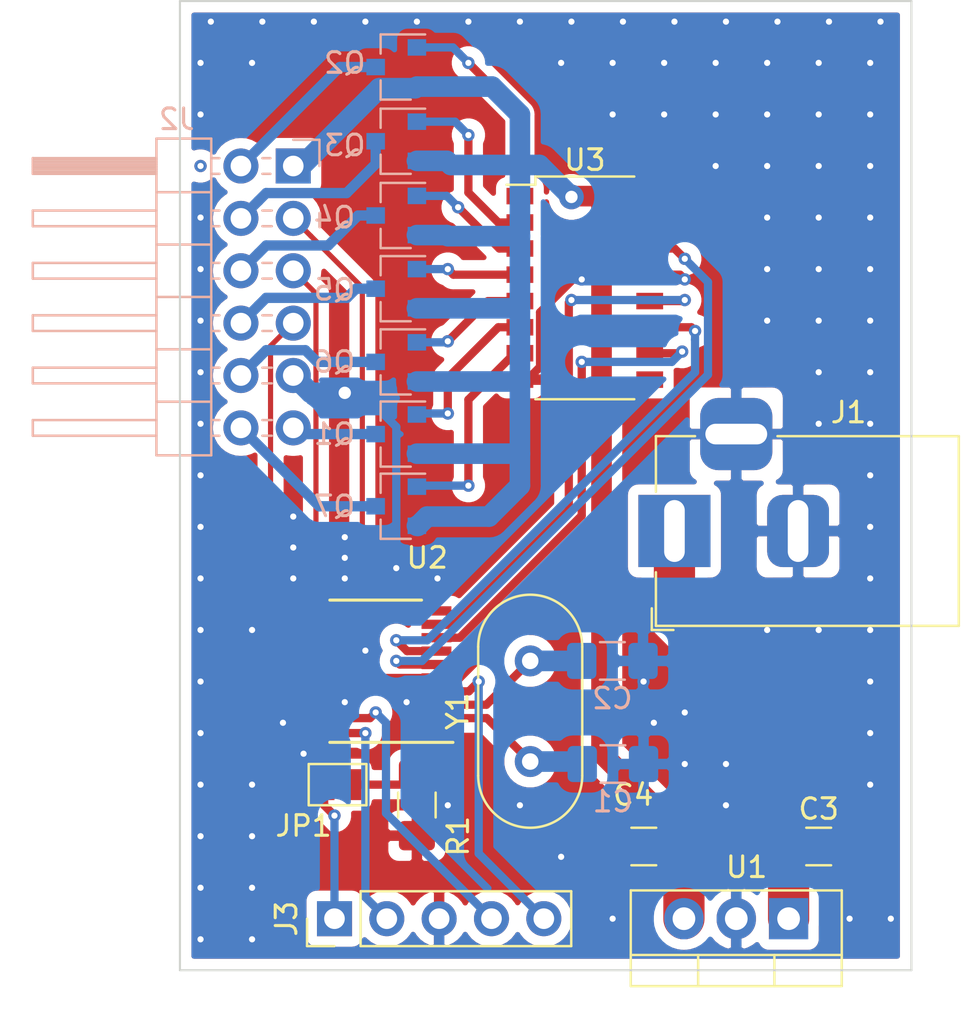
<source format=kicad_pcb>
(kicad_pcb (version 20171130) (host pcbnew "(5.1.4)-1")

  (general
    (thickness 1.6)
    (drawings 4)
    (tracks 329)
    (zones 0)
    (modules 20)
    (nets 37)
  )

  (page A4)
  (layers
    (0 F.Cu signal)
    (31 B.Cu signal)
    (32 B.Adhes user)
    (33 F.Adhes user)
    (34 B.Paste user)
    (35 F.Paste user)
    (36 B.SilkS user)
    (37 F.SilkS user)
    (38 B.Mask user)
    (39 F.Mask user)
    (40 Dwgs.User user)
    (41 Cmts.User user)
    (42 Eco1.User user)
    (43 Eco2.User user)
    (44 Edge.Cuts user)
    (45 Margin user)
    (46 B.CrtYd user)
    (47 F.CrtYd user)
    (48 B.Fab user)
    (49 F.Fab user)
  )

  (setup
    (last_trace_width 0.127)
    (user_trace_width 0.127)
    (user_trace_width 0.25)
    (user_trace_width 0.3)
    (user_trace_width 0.4)
    (user_trace_width 0.5)
    (user_trace_width 1)
    (user_trace_width 2)
    (user_trace_width 3)
    (user_trace_width 4)
    (user_trace_width 5)
    (trace_clearance 0.127)
    (zone_clearance 0.508)
    (zone_45_only no)
    (trace_min 0.127)
    (via_size 0.6)
    (via_drill 0.3)
    (via_min_size 0.6)
    (via_min_drill 0.3)
    (user_via 0.6 0.3)
    (user_via 1.2 0.6)
    (uvia_size 0.3)
    (uvia_drill 0.1)
    (uvias_allowed no)
    (uvia_min_size 0.2)
    (uvia_min_drill 0.1)
    (edge_width 0.05)
    (segment_width 0.2)
    (pcb_text_width 0.3)
    (pcb_text_size 1.5 1.5)
    (mod_edge_width 0.12)
    (mod_text_size 1 1)
    (mod_text_width 0.15)
    (pad_size 1.524 1.524)
    (pad_drill 0.762)
    (pad_to_mask_clearance 0.051)
    (solder_mask_min_width 0.25)
    (aux_axis_origin 0 0)
    (visible_elements 7FFFFFFF)
    (pcbplotparams
      (layerselection 0x010f0_ffffffff)
      (usegerberextensions false)
      (usegerberattributes false)
      (usegerberadvancedattributes false)
      (creategerberjobfile false)
      (excludeedgelayer true)
      (linewidth 0.100000)
      (plotframeref false)
      (viasonmask false)
      (mode 1)
      (useauxorigin false)
      (hpglpennumber 1)
      (hpglpenspeed 20)
      (hpglpendiameter 15.000000)
      (psnegative false)
      (psa4output false)
      (plotreference true)
      (plotvalue true)
      (plotinvisibletext false)
      (padsonsilk false)
      (subtractmaskfromsilk false)
      (outputformat 1)
      (mirror false)
      (drillshape 0)
      (scaleselection 1)
      (outputdirectory "Gerber/"))
  )

  (net 0 "")
  (net 1 "Net-(C1-Pad1)")
  (net 2 GND)
  (net 3 "Net-(C2-Pad1)")
  (net 4 "Net-(C3-Pad1)")
  (net 5 +3V3)
  (net 6 R2)
  (net 7 SDO)
  (net 8 R3)
  (net 9 CLK)
  (net 10 R4)
  (net 11 LE)
  (net 12 R5)
  (net 13 R6)
  (net 14 R1)
  (net 15 R7)
  (net 16 SWCLK)
  (net 17 SWDIO)
  (net 18 NRST)
  (net 19 "Net-(JP1-Pad2)")
  (net 20 "Net-(U2-Pad6)")
  (net 21 "Net-(U2-Pad7)")
  (net 22 "Net-(U2-Pad8)")
  (net 23 "Net-(U2-Pad9)")
  (net 24 "Net-(U2-Pad10)")
  (net 25 "Net-(U2-Pad14)")
  (net 26 "Net-(U2-Pad17)")
  (net 27 "Net-(U2-Pad18)")
  (net 28 "Net-(U3-Pad9)")
  (net 29 "Net-(U3-Pad15)")
  (net 30 M_R2)
  (net 31 M_R3)
  (net 32 M_R4)
  (net 33 M_R5)
  (net 34 M_R6)
  (net 35 M_R1)
  (net 36 M_R7)

  (net_class Default "This is the default net class."
    (clearance 0.127)
    (trace_width 0.127)
    (via_dia 0.6)
    (via_drill 0.3)
    (uvia_dia 0.3)
    (uvia_drill 0.1)
    (add_net +3V3)
    (add_net CLK)
    (add_net GND)
    (add_net LE)
    (add_net M_R1)
    (add_net M_R2)
    (add_net M_R3)
    (add_net M_R4)
    (add_net M_R5)
    (add_net M_R6)
    (add_net M_R7)
    (add_net NRST)
    (add_net "Net-(C1-Pad1)")
    (add_net "Net-(C2-Pad1)")
    (add_net "Net-(C3-Pad1)")
    (add_net "Net-(JP1-Pad2)")
    (add_net "Net-(U2-Pad10)")
    (add_net "Net-(U2-Pad14)")
    (add_net "Net-(U2-Pad17)")
    (add_net "Net-(U2-Pad18)")
    (add_net "Net-(U2-Pad6)")
    (add_net "Net-(U2-Pad7)")
    (add_net "Net-(U2-Pad8)")
    (add_net "Net-(U2-Pad9)")
    (add_net "Net-(U3-Pad15)")
    (add_net "Net-(U3-Pad9)")
    (add_net R1)
    (add_net R2)
    (add_net R3)
    (add_net R4)
    (add_net R5)
    (add_net R6)
    (add_net R7)
    (add_net SDO)
    (add_net SWCLK)
    (add_net SWDIO)
  )

  (module Capacitor_SMD:C_1206_3216Metric_Pad1.42x1.75mm_HandSolder (layer B.Cu) (tedit 5B301BBE) (tstamp 5DD05D03)
    (at 172.5125 124)
    (descr "Capacitor SMD 1206 (3216 Metric), square (rectangular) end terminal, IPC_7351 nominal with elongated pad for handsoldering. (Body size source: http://www.tortai-tech.com/upload/download/2011102023233369053.pdf), generated with kicad-footprint-generator")
    (tags "capacitor handsolder")
    (path /5DD35791)
    (attr smd)
    (fp_text reference C1 (at 0 1.82) (layer B.SilkS)
      (effects (font (size 1 1) (thickness 0.15)) (justify mirror))
    )
    (fp_text value 20pF (at 0 -1.82) (layer B.Fab)
      (effects (font (size 1 1) (thickness 0.15)) (justify mirror))
    )
    (fp_text user %R (at 0 0) (layer B.Fab)
      (effects (font (size 0.8 0.8) (thickness 0.12)) (justify mirror))
    )
    (fp_line (start 2.45 -1.12) (end -2.45 -1.12) (layer B.CrtYd) (width 0.05))
    (fp_line (start 2.45 1.12) (end 2.45 -1.12) (layer B.CrtYd) (width 0.05))
    (fp_line (start -2.45 1.12) (end 2.45 1.12) (layer B.CrtYd) (width 0.05))
    (fp_line (start -2.45 -1.12) (end -2.45 1.12) (layer B.CrtYd) (width 0.05))
    (fp_line (start -0.602064 -0.91) (end 0.602064 -0.91) (layer B.SilkS) (width 0.12))
    (fp_line (start -0.602064 0.91) (end 0.602064 0.91) (layer B.SilkS) (width 0.12))
    (fp_line (start 1.6 -0.8) (end -1.6 -0.8) (layer B.Fab) (width 0.1))
    (fp_line (start 1.6 0.8) (end 1.6 -0.8) (layer B.Fab) (width 0.1))
    (fp_line (start -1.6 0.8) (end 1.6 0.8) (layer B.Fab) (width 0.1))
    (fp_line (start -1.6 -0.8) (end -1.6 0.8) (layer B.Fab) (width 0.1))
    (pad 2 smd roundrect (at 1.4875 0) (size 1.425 1.75) (layers B.Cu B.Paste B.Mask) (roundrect_rratio 0.175439)
      (net 2 GND))
    (pad 1 smd roundrect (at -1.4875 0) (size 1.425 1.75) (layers B.Cu B.Paste B.Mask) (roundrect_rratio 0.175439)
      (net 1 "Net-(C1-Pad1)"))
    (model ${KISYS3DMOD}/Capacitor_SMD.3dshapes/C_1206_3216Metric.wrl
      (at (xyz 0 0 0))
      (scale (xyz 1 1 1))
      (rotate (xyz 0 0 0))
    )
  )

  (module Capacitor_SMD:C_1206_3216Metric_Pad1.42x1.75mm_HandSolder (layer B.Cu) (tedit 5B301BBE) (tstamp 5DD05D14)
    (at 172.4875 119)
    (descr "Capacitor SMD 1206 (3216 Metric), square (rectangular) end terminal, IPC_7351 nominal with elongated pad for handsoldering. (Body size source: http://www.tortai-tech.com/upload/download/2011102023233369053.pdf), generated with kicad-footprint-generator")
    (tags "capacitor handsolder")
    (path /5DD3635E)
    (attr smd)
    (fp_text reference C2 (at 0 1.82) (layer B.SilkS)
      (effects (font (size 1 1) (thickness 0.15)) (justify mirror))
    )
    (fp_text value 20pF (at 0 -1.82) (layer B.Fab)
      (effects (font (size 1 1) (thickness 0.15)) (justify mirror))
    )
    (fp_line (start -1.6 -0.8) (end -1.6 0.8) (layer B.Fab) (width 0.1))
    (fp_line (start -1.6 0.8) (end 1.6 0.8) (layer B.Fab) (width 0.1))
    (fp_line (start 1.6 0.8) (end 1.6 -0.8) (layer B.Fab) (width 0.1))
    (fp_line (start 1.6 -0.8) (end -1.6 -0.8) (layer B.Fab) (width 0.1))
    (fp_line (start -0.602064 0.91) (end 0.602064 0.91) (layer B.SilkS) (width 0.12))
    (fp_line (start -0.602064 -0.91) (end 0.602064 -0.91) (layer B.SilkS) (width 0.12))
    (fp_line (start -2.45 -1.12) (end -2.45 1.12) (layer B.CrtYd) (width 0.05))
    (fp_line (start -2.45 1.12) (end 2.45 1.12) (layer B.CrtYd) (width 0.05))
    (fp_line (start 2.45 1.12) (end 2.45 -1.12) (layer B.CrtYd) (width 0.05))
    (fp_line (start 2.45 -1.12) (end -2.45 -1.12) (layer B.CrtYd) (width 0.05))
    (fp_text user %R (at 0 0) (layer B.Fab)
      (effects (font (size 0.8 0.8) (thickness 0.12)) (justify mirror))
    )
    (pad 1 smd roundrect (at -1.4875 0) (size 1.425 1.75) (layers B.Cu B.Paste B.Mask) (roundrect_rratio 0.175439)
      (net 3 "Net-(C2-Pad1)"))
    (pad 2 smd roundrect (at 1.4875 0) (size 1.425 1.75) (layers B.Cu B.Paste B.Mask) (roundrect_rratio 0.175439)
      (net 2 GND))
    (model ${KISYS3DMOD}/Capacitor_SMD.3dshapes/C_1206_3216Metric.wrl
      (at (xyz 0 0 0))
      (scale (xyz 1 1 1))
      (rotate (xyz 0 0 0))
    )
  )

  (module Capacitor_SMD:C_1206_3216Metric_Pad1.42x1.75mm_HandSolder (layer F.Cu) (tedit 5B301BBE) (tstamp 5DD05D25)
    (at 182.5 128)
    (descr "Capacitor SMD 1206 (3216 Metric), square (rectangular) end terminal, IPC_7351 nominal with elongated pad for handsoldering. (Body size source: http://www.tortai-tech.com/upload/download/2011102023233369053.pdf), generated with kicad-footprint-generator")
    (tags "capacitor handsolder")
    (path /5DD216FC)
    (attr smd)
    (fp_text reference C3 (at 0 -1.82) (layer F.SilkS)
      (effects (font (size 1 1) (thickness 0.15)))
    )
    (fp_text value 10uF/50V (at 0 1.82) (layer F.Fab)
      (effects (font (size 1 1) (thickness 0.15)))
    )
    (fp_text user %R (at 0 0) (layer F.Fab)
      (effects (font (size 0.8 0.8) (thickness 0.12)))
    )
    (fp_line (start 2.45 1.12) (end -2.45 1.12) (layer F.CrtYd) (width 0.05))
    (fp_line (start 2.45 -1.12) (end 2.45 1.12) (layer F.CrtYd) (width 0.05))
    (fp_line (start -2.45 -1.12) (end 2.45 -1.12) (layer F.CrtYd) (width 0.05))
    (fp_line (start -2.45 1.12) (end -2.45 -1.12) (layer F.CrtYd) (width 0.05))
    (fp_line (start -0.602064 0.91) (end 0.602064 0.91) (layer F.SilkS) (width 0.12))
    (fp_line (start -0.602064 -0.91) (end 0.602064 -0.91) (layer F.SilkS) (width 0.12))
    (fp_line (start 1.6 0.8) (end -1.6 0.8) (layer F.Fab) (width 0.1))
    (fp_line (start 1.6 -0.8) (end 1.6 0.8) (layer F.Fab) (width 0.1))
    (fp_line (start -1.6 -0.8) (end 1.6 -0.8) (layer F.Fab) (width 0.1))
    (fp_line (start -1.6 0.8) (end -1.6 -0.8) (layer F.Fab) (width 0.1))
    (pad 2 smd roundrect (at 1.4875 0) (size 1.425 1.75) (layers F.Cu F.Paste F.Mask) (roundrect_rratio 0.175439)
      (net 2 GND))
    (pad 1 smd roundrect (at -1.4875 0) (size 1.425 1.75) (layers F.Cu F.Paste F.Mask) (roundrect_rratio 0.175439)
      (net 4 "Net-(C3-Pad1)"))
    (model ${KISYS3DMOD}/Capacitor_SMD.3dshapes/C_1206_3216Metric.wrl
      (at (xyz 0 0 0))
      (scale (xyz 1 1 1))
      (rotate (xyz 0 0 0))
    )
  )

  (module Capacitor_SMD:C_1206_3216Metric_Pad1.42x1.75mm_HandSolder (layer F.Cu) (tedit 5B301BBE) (tstamp 5DD05D36)
    (at 174.0125 128 180)
    (descr "Capacitor SMD 1206 (3216 Metric), square (rectangular) end terminal, IPC_7351 nominal with elongated pad for handsoldering. (Body size source: http://www.tortai-tech.com/upload/download/2011102023233369053.pdf), generated with kicad-footprint-generator")
    (tags "capacitor handsolder")
    (path /5DD21703)
    (attr smd)
    (fp_text reference C4 (at 0.5125 2.5) (layer F.SilkS)
      (effects (font (size 1 1) (thickness 0.15)))
    )
    (fp_text value 22uF/10V (at 0 1.82) (layer F.Fab)
      (effects (font (size 1 1) (thickness 0.15)))
    )
    (fp_line (start -1.6 0.8) (end -1.6 -0.8) (layer F.Fab) (width 0.1))
    (fp_line (start -1.6 -0.8) (end 1.6 -0.8) (layer F.Fab) (width 0.1))
    (fp_line (start 1.6 -0.8) (end 1.6 0.8) (layer F.Fab) (width 0.1))
    (fp_line (start 1.6 0.8) (end -1.6 0.8) (layer F.Fab) (width 0.1))
    (fp_line (start -0.602064 -0.91) (end 0.602064 -0.91) (layer F.SilkS) (width 0.12))
    (fp_line (start -0.602064 0.91) (end 0.602064 0.91) (layer F.SilkS) (width 0.12))
    (fp_line (start -2.45 1.12) (end -2.45 -1.12) (layer F.CrtYd) (width 0.05))
    (fp_line (start -2.45 -1.12) (end 2.45 -1.12) (layer F.CrtYd) (width 0.05))
    (fp_line (start 2.45 -1.12) (end 2.45 1.12) (layer F.CrtYd) (width 0.05))
    (fp_line (start 2.45 1.12) (end -2.45 1.12) (layer F.CrtYd) (width 0.05))
    (fp_text user %R (at 0 0) (layer F.Fab)
      (effects (font (size 0.8 0.8) (thickness 0.12)))
    )
    (pad 1 smd roundrect (at -1.4875 0 180) (size 1.425 1.75) (layers F.Cu F.Paste F.Mask) (roundrect_rratio 0.175439)
      (net 5 +3V3))
    (pad 2 smd roundrect (at 1.4875 0 180) (size 1.425 1.75) (layers F.Cu F.Paste F.Mask) (roundrect_rratio 0.175439)
      (net 2 GND))
    (model ${KISYS3DMOD}/Capacitor_SMD.3dshapes/C_1206_3216Metric.wrl
      (at (xyz 0 0 0))
      (scale (xyz 1 1 1))
      (rotate (xyz 0 0 0))
    )
  )

  (module Connector_PinHeader_2.54mm:PinHeader_2x06_P2.54mm_Horizontal (layer B.Cu) (tedit 59FED5CB) (tstamp 5DD05DD2)
    (at 157 95 180)
    (descr "Through hole angled pin header, 2x06, 2.54mm pitch, 6mm pin length, double rows")
    (tags "Through hole angled pin header THT 2x06 2.54mm double row")
    (path /5DD45E71)
    (fp_text reference J2 (at 5.655 2.27) (layer B.SilkS)
      (effects (font (size 1 1) (thickness 0.15)) (justify mirror))
    )
    (fp_text value Conn_02x06_Odd_Even (at 5.655 -14.97) (layer B.Fab)
      (effects (font (size 1 1) (thickness 0.15)) (justify mirror))
    )
    (fp_line (start 4.675 1.27) (end 6.58 1.27) (layer B.Fab) (width 0.1))
    (fp_line (start 6.58 1.27) (end 6.58 -13.97) (layer B.Fab) (width 0.1))
    (fp_line (start 6.58 -13.97) (end 4.04 -13.97) (layer B.Fab) (width 0.1))
    (fp_line (start 4.04 -13.97) (end 4.04 0.635) (layer B.Fab) (width 0.1))
    (fp_line (start 4.04 0.635) (end 4.675 1.27) (layer B.Fab) (width 0.1))
    (fp_line (start -0.32 0.32) (end 4.04 0.32) (layer B.Fab) (width 0.1))
    (fp_line (start -0.32 0.32) (end -0.32 -0.32) (layer B.Fab) (width 0.1))
    (fp_line (start -0.32 -0.32) (end 4.04 -0.32) (layer B.Fab) (width 0.1))
    (fp_line (start 6.58 0.32) (end 12.58 0.32) (layer B.Fab) (width 0.1))
    (fp_line (start 12.58 0.32) (end 12.58 -0.32) (layer B.Fab) (width 0.1))
    (fp_line (start 6.58 -0.32) (end 12.58 -0.32) (layer B.Fab) (width 0.1))
    (fp_line (start -0.32 -2.22) (end 4.04 -2.22) (layer B.Fab) (width 0.1))
    (fp_line (start -0.32 -2.22) (end -0.32 -2.86) (layer B.Fab) (width 0.1))
    (fp_line (start -0.32 -2.86) (end 4.04 -2.86) (layer B.Fab) (width 0.1))
    (fp_line (start 6.58 -2.22) (end 12.58 -2.22) (layer B.Fab) (width 0.1))
    (fp_line (start 12.58 -2.22) (end 12.58 -2.86) (layer B.Fab) (width 0.1))
    (fp_line (start 6.58 -2.86) (end 12.58 -2.86) (layer B.Fab) (width 0.1))
    (fp_line (start -0.32 -4.76) (end 4.04 -4.76) (layer B.Fab) (width 0.1))
    (fp_line (start -0.32 -4.76) (end -0.32 -5.4) (layer B.Fab) (width 0.1))
    (fp_line (start -0.32 -5.4) (end 4.04 -5.4) (layer B.Fab) (width 0.1))
    (fp_line (start 6.58 -4.76) (end 12.58 -4.76) (layer B.Fab) (width 0.1))
    (fp_line (start 12.58 -4.76) (end 12.58 -5.4) (layer B.Fab) (width 0.1))
    (fp_line (start 6.58 -5.4) (end 12.58 -5.4) (layer B.Fab) (width 0.1))
    (fp_line (start -0.32 -7.3) (end 4.04 -7.3) (layer B.Fab) (width 0.1))
    (fp_line (start -0.32 -7.3) (end -0.32 -7.94) (layer B.Fab) (width 0.1))
    (fp_line (start -0.32 -7.94) (end 4.04 -7.94) (layer B.Fab) (width 0.1))
    (fp_line (start 6.58 -7.3) (end 12.58 -7.3) (layer B.Fab) (width 0.1))
    (fp_line (start 12.58 -7.3) (end 12.58 -7.94) (layer B.Fab) (width 0.1))
    (fp_line (start 6.58 -7.94) (end 12.58 -7.94) (layer B.Fab) (width 0.1))
    (fp_line (start -0.32 -9.84) (end 4.04 -9.84) (layer B.Fab) (width 0.1))
    (fp_line (start -0.32 -9.84) (end -0.32 -10.48) (layer B.Fab) (width 0.1))
    (fp_line (start -0.32 -10.48) (end 4.04 -10.48) (layer B.Fab) (width 0.1))
    (fp_line (start 6.58 -9.84) (end 12.58 -9.84) (layer B.Fab) (width 0.1))
    (fp_line (start 12.58 -9.84) (end 12.58 -10.48) (layer B.Fab) (width 0.1))
    (fp_line (start 6.58 -10.48) (end 12.58 -10.48) (layer B.Fab) (width 0.1))
    (fp_line (start -0.32 -12.38) (end 4.04 -12.38) (layer B.Fab) (width 0.1))
    (fp_line (start -0.32 -12.38) (end -0.32 -13.02) (layer B.Fab) (width 0.1))
    (fp_line (start -0.32 -13.02) (end 4.04 -13.02) (layer B.Fab) (width 0.1))
    (fp_line (start 6.58 -12.38) (end 12.58 -12.38) (layer B.Fab) (width 0.1))
    (fp_line (start 12.58 -12.38) (end 12.58 -13.02) (layer B.Fab) (width 0.1))
    (fp_line (start 6.58 -13.02) (end 12.58 -13.02) (layer B.Fab) (width 0.1))
    (fp_line (start 3.98 1.33) (end 3.98 -14.03) (layer B.SilkS) (width 0.12))
    (fp_line (start 3.98 -14.03) (end 6.64 -14.03) (layer B.SilkS) (width 0.12))
    (fp_line (start 6.64 -14.03) (end 6.64 1.33) (layer B.SilkS) (width 0.12))
    (fp_line (start 6.64 1.33) (end 3.98 1.33) (layer B.SilkS) (width 0.12))
    (fp_line (start 6.64 0.38) (end 12.64 0.38) (layer B.SilkS) (width 0.12))
    (fp_line (start 12.64 0.38) (end 12.64 -0.38) (layer B.SilkS) (width 0.12))
    (fp_line (start 12.64 -0.38) (end 6.64 -0.38) (layer B.SilkS) (width 0.12))
    (fp_line (start 6.64 0.32) (end 12.64 0.32) (layer B.SilkS) (width 0.12))
    (fp_line (start 6.64 0.2) (end 12.64 0.2) (layer B.SilkS) (width 0.12))
    (fp_line (start 6.64 0.08) (end 12.64 0.08) (layer B.SilkS) (width 0.12))
    (fp_line (start 6.64 -0.04) (end 12.64 -0.04) (layer B.SilkS) (width 0.12))
    (fp_line (start 6.64 -0.16) (end 12.64 -0.16) (layer B.SilkS) (width 0.12))
    (fp_line (start 6.64 -0.28) (end 12.64 -0.28) (layer B.SilkS) (width 0.12))
    (fp_line (start 3.582929 0.38) (end 3.98 0.38) (layer B.SilkS) (width 0.12))
    (fp_line (start 3.582929 -0.38) (end 3.98 -0.38) (layer B.SilkS) (width 0.12))
    (fp_line (start 1.11 0.38) (end 1.497071 0.38) (layer B.SilkS) (width 0.12))
    (fp_line (start 1.11 -0.38) (end 1.497071 -0.38) (layer B.SilkS) (width 0.12))
    (fp_line (start 3.98 -1.27) (end 6.64 -1.27) (layer B.SilkS) (width 0.12))
    (fp_line (start 6.64 -2.16) (end 12.64 -2.16) (layer B.SilkS) (width 0.12))
    (fp_line (start 12.64 -2.16) (end 12.64 -2.92) (layer B.SilkS) (width 0.12))
    (fp_line (start 12.64 -2.92) (end 6.64 -2.92) (layer B.SilkS) (width 0.12))
    (fp_line (start 3.582929 -2.16) (end 3.98 -2.16) (layer B.SilkS) (width 0.12))
    (fp_line (start 3.582929 -2.92) (end 3.98 -2.92) (layer B.SilkS) (width 0.12))
    (fp_line (start 1.042929 -2.16) (end 1.497071 -2.16) (layer B.SilkS) (width 0.12))
    (fp_line (start 1.042929 -2.92) (end 1.497071 -2.92) (layer B.SilkS) (width 0.12))
    (fp_line (start 3.98 -3.81) (end 6.64 -3.81) (layer B.SilkS) (width 0.12))
    (fp_line (start 6.64 -4.7) (end 12.64 -4.7) (layer B.SilkS) (width 0.12))
    (fp_line (start 12.64 -4.7) (end 12.64 -5.46) (layer B.SilkS) (width 0.12))
    (fp_line (start 12.64 -5.46) (end 6.64 -5.46) (layer B.SilkS) (width 0.12))
    (fp_line (start 3.582929 -4.7) (end 3.98 -4.7) (layer B.SilkS) (width 0.12))
    (fp_line (start 3.582929 -5.46) (end 3.98 -5.46) (layer B.SilkS) (width 0.12))
    (fp_line (start 1.042929 -4.7) (end 1.497071 -4.7) (layer B.SilkS) (width 0.12))
    (fp_line (start 1.042929 -5.46) (end 1.497071 -5.46) (layer B.SilkS) (width 0.12))
    (fp_line (start 3.98 -6.35) (end 6.64 -6.35) (layer B.SilkS) (width 0.12))
    (fp_line (start 6.64 -7.24) (end 12.64 -7.24) (layer B.SilkS) (width 0.12))
    (fp_line (start 12.64 -7.24) (end 12.64 -8) (layer B.SilkS) (width 0.12))
    (fp_line (start 12.64 -8) (end 6.64 -8) (layer B.SilkS) (width 0.12))
    (fp_line (start 3.582929 -7.24) (end 3.98 -7.24) (layer B.SilkS) (width 0.12))
    (fp_line (start 3.582929 -8) (end 3.98 -8) (layer B.SilkS) (width 0.12))
    (fp_line (start 1.042929 -7.24) (end 1.497071 -7.24) (layer B.SilkS) (width 0.12))
    (fp_line (start 1.042929 -8) (end 1.497071 -8) (layer B.SilkS) (width 0.12))
    (fp_line (start 3.98 -8.89) (end 6.64 -8.89) (layer B.SilkS) (width 0.12))
    (fp_line (start 6.64 -9.78) (end 12.64 -9.78) (layer B.SilkS) (width 0.12))
    (fp_line (start 12.64 -9.78) (end 12.64 -10.54) (layer B.SilkS) (width 0.12))
    (fp_line (start 12.64 -10.54) (end 6.64 -10.54) (layer B.SilkS) (width 0.12))
    (fp_line (start 3.582929 -9.78) (end 3.98 -9.78) (layer B.SilkS) (width 0.12))
    (fp_line (start 3.582929 -10.54) (end 3.98 -10.54) (layer B.SilkS) (width 0.12))
    (fp_line (start 1.042929 -9.78) (end 1.497071 -9.78) (layer B.SilkS) (width 0.12))
    (fp_line (start 1.042929 -10.54) (end 1.497071 -10.54) (layer B.SilkS) (width 0.12))
    (fp_line (start 3.98 -11.43) (end 6.64 -11.43) (layer B.SilkS) (width 0.12))
    (fp_line (start 6.64 -12.32) (end 12.64 -12.32) (layer B.SilkS) (width 0.12))
    (fp_line (start 12.64 -12.32) (end 12.64 -13.08) (layer B.SilkS) (width 0.12))
    (fp_line (start 12.64 -13.08) (end 6.64 -13.08) (layer B.SilkS) (width 0.12))
    (fp_line (start 3.582929 -12.32) (end 3.98 -12.32) (layer B.SilkS) (width 0.12))
    (fp_line (start 3.582929 -13.08) (end 3.98 -13.08) (layer B.SilkS) (width 0.12))
    (fp_line (start 1.042929 -12.32) (end 1.497071 -12.32) (layer B.SilkS) (width 0.12))
    (fp_line (start 1.042929 -13.08) (end 1.497071 -13.08) (layer B.SilkS) (width 0.12))
    (fp_line (start -1.27 0) (end -1.27 1.27) (layer B.SilkS) (width 0.12))
    (fp_line (start -1.27 1.27) (end 0 1.27) (layer B.SilkS) (width 0.12))
    (fp_line (start -1.8 1.8) (end -1.8 -14.5) (layer B.CrtYd) (width 0.05))
    (fp_line (start -1.8 -14.5) (end 13.1 -14.5) (layer B.CrtYd) (width 0.05))
    (fp_line (start 13.1 -14.5) (end 13.1 1.8) (layer B.CrtYd) (width 0.05))
    (fp_line (start 13.1 1.8) (end -1.8 1.8) (layer B.CrtYd) (width 0.05))
    (fp_text user %R (at 5.31 -6.35 270) (layer B.Fab)
      (effects (font (size 1 1) (thickness 0.15)) (justify mirror))
    )
    (pad 1 thru_hole rect (at 0 0 180) (size 1.7 1.7) (drill 1) (layers *.Cu *.Mask)
      (net 5 +3V3))
    (pad 2 thru_hole oval (at 2.54 0 180) (size 1.7 1.7) (drill 1) (layers *.Cu *.Mask)
      (net 30 M_R2))
    (pad 3 thru_hole oval (at 0 -2.54 180) (size 1.7 1.7) (drill 1) (layers *.Cu *.Mask)
      (net 7 SDO))
    (pad 4 thru_hole oval (at 2.54 -2.54 180) (size 1.7 1.7) (drill 1) (layers *.Cu *.Mask)
      (net 31 M_R3))
    (pad 5 thru_hole oval (at 0 -5.08 180) (size 1.7 1.7) (drill 1) (layers *.Cu *.Mask)
      (net 9 CLK))
    (pad 6 thru_hole oval (at 2.54 -5.08 180) (size 1.7 1.7) (drill 1) (layers *.Cu *.Mask)
      (net 32 M_R4))
    (pad 7 thru_hole oval (at 0 -7.62 180) (size 1.7 1.7) (drill 1) (layers *.Cu *.Mask)
      (net 11 LE))
    (pad 8 thru_hole oval (at 2.54 -7.62 180) (size 1.7 1.7) (drill 1) (layers *.Cu *.Mask)
      (net 33 M_R5))
    (pad 9 thru_hole oval (at 0 -10.16 180) (size 1.7 1.7) (drill 1) (layers *.Cu *.Mask)
      (net 2 GND))
    (pad 10 thru_hole oval (at 2.54 -10.16 180) (size 1.7 1.7) (drill 1) (layers *.Cu *.Mask)
      (net 34 M_R6))
    (pad 11 thru_hole oval (at 0 -12.7 180) (size 1.7 1.7) (drill 1) (layers *.Cu *.Mask)
      (net 35 M_R1))
    (pad 12 thru_hole oval (at 2.54 -12.7 180) (size 1.7 1.7) (drill 1) (layers *.Cu *.Mask)
      (net 36 M_R7))
    (model ${KISYS3DMOD}/Connector_PinHeader_2.54mm.3dshapes/PinHeader_2x06_P2.54mm_Horizontal.wrl
      (at (xyz 0 0 0))
      (scale (xyz 1 1 1))
      (rotate (xyz 0 0 0))
    )
  )

  (module Connector_PinHeader_2.54mm:PinHeader_1x05_P2.54mm_Vertical (layer F.Cu) (tedit 59FED5CC) (tstamp 5DD05DEB)
    (at 159 131.5 90)
    (descr "Through hole straight pin header, 1x05, 2.54mm pitch, single row")
    (tags "Through hole pin header THT 1x05 2.54mm single row")
    (path /5DDDA082)
    (fp_text reference J3 (at 0 -2.33 90) (layer F.SilkS)
      (effects (font (size 1 1) (thickness 0.15)))
    )
    (fp_text value Conn_01x05 (at 0 12.49 90) (layer F.Fab)
      (effects (font (size 1 1) (thickness 0.15)))
    )
    (fp_line (start -0.635 -1.27) (end 1.27 -1.27) (layer F.Fab) (width 0.1))
    (fp_line (start 1.27 -1.27) (end 1.27 11.43) (layer F.Fab) (width 0.1))
    (fp_line (start 1.27 11.43) (end -1.27 11.43) (layer F.Fab) (width 0.1))
    (fp_line (start -1.27 11.43) (end -1.27 -0.635) (layer F.Fab) (width 0.1))
    (fp_line (start -1.27 -0.635) (end -0.635 -1.27) (layer F.Fab) (width 0.1))
    (fp_line (start -1.33 11.49) (end 1.33 11.49) (layer F.SilkS) (width 0.12))
    (fp_line (start -1.33 1.27) (end -1.33 11.49) (layer F.SilkS) (width 0.12))
    (fp_line (start 1.33 1.27) (end 1.33 11.49) (layer F.SilkS) (width 0.12))
    (fp_line (start -1.33 1.27) (end 1.33 1.27) (layer F.SilkS) (width 0.12))
    (fp_line (start -1.33 0) (end -1.33 -1.33) (layer F.SilkS) (width 0.12))
    (fp_line (start -1.33 -1.33) (end 0 -1.33) (layer F.SilkS) (width 0.12))
    (fp_line (start -1.8 -1.8) (end -1.8 11.95) (layer F.CrtYd) (width 0.05))
    (fp_line (start -1.8 11.95) (end 1.8 11.95) (layer F.CrtYd) (width 0.05))
    (fp_line (start 1.8 11.95) (end 1.8 -1.8) (layer F.CrtYd) (width 0.05))
    (fp_line (start 1.8 -1.8) (end -1.8 -1.8) (layer F.CrtYd) (width 0.05))
    (fp_text user %R (at 0 5.08) (layer F.Fab)
      (effects (font (size 1 1) (thickness 0.15)))
    )
    (pad 1 thru_hole rect (at 0 0 90) (size 1.7 1.7) (drill 1) (layers *.Cu *.Mask)
      (net 5 +3V3))
    (pad 2 thru_hole oval (at 0 2.54 90) (size 1.7 1.7) (drill 1) (layers *.Cu *.Mask)
      (net 16 SWCLK))
    (pad 3 thru_hole oval (at 0 5.08 90) (size 1.7 1.7) (drill 1) (layers *.Cu *.Mask)
      (net 2 GND))
    (pad 4 thru_hole oval (at 0 7.62 90) (size 1.7 1.7) (drill 1) (layers *.Cu *.Mask)
      (net 17 SWDIO))
    (pad 5 thru_hole oval (at 0 10.16 90) (size 1.7 1.7) (drill 1) (layers *.Cu *.Mask)
      (net 18 NRST))
    (model ${KISYS3DMOD}/Connector_PinHeader_2.54mm.3dshapes/PinHeader_1x05_P2.54mm_Vertical.wrl
      (at (xyz 0 0 0))
      (scale (xyz 1 1 1))
      (rotate (xyz 0 0 0))
    )
  )

  (module Jumper:SolderJumper-2_P1.3mm_Open_Pad1.0x1.5mm (layer F.Cu) (tedit 5A3EABFC) (tstamp 5DD05DF9)
    (at 159.15 125)
    (descr "SMD Solder Jumper, 1x1.5mm Pads, 0.3mm gap, open")
    (tags "solder jumper open")
    (path /5DD2C18C)
    (attr virtual)
    (fp_text reference JP1 (at -1.65 2) (layer F.SilkS)
      (effects (font (size 1 1) (thickness 0.15)))
    )
    (fp_text value Jumper_2_Open (at 0 1.9) (layer F.Fab)
      (effects (font (size 1 1) (thickness 0.15)))
    )
    (fp_line (start -1.4 1) (end -1.4 -1) (layer F.SilkS) (width 0.12))
    (fp_line (start 1.4 1) (end -1.4 1) (layer F.SilkS) (width 0.12))
    (fp_line (start 1.4 -1) (end 1.4 1) (layer F.SilkS) (width 0.12))
    (fp_line (start -1.4 -1) (end 1.4 -1) (layer F.SilkS) (width 0.12))
    (fp_line (start -1.65 -1.25) (end 1.65 -1.25) (layer F.CrtYd) (width 0.05))
    (fp_line (start -1.65 -1.25) (end -1.65 1.25) (layer F.CrtYd) (width 0.05))
    (fp_line (start 1.65 1.25) (end 1.65 -1.25) (layer F.CrtYd) (width 0.05))
    (fp_line (start 1.65 1.25) (end -1.65 1.25) (layer F.CrtYd) (width 0.05))
    (pad 2 smd rect (at 0.65 0) (size 1 1.5) (layers F.Cu F.Mask)
      (net 19 "Net-(JP1-Pad2)"))
    (pad 1 smd rect (at -0.65 0) (size 1 1.5) (layers F.Cu F.Mask)
      (net 5 +3V3))
  )

  (module Package_TO_SOT_SMD:SOT-23 (layer B.Cu) (tedit 5A02FF57) (tstamp 5DD05E0E)
    (at 162 108 180)
    (descr "SOT-23, Standard")
    (tags SOT-23)
    (path /5DD6289B)
    (attr smd)
    (fp_text reference Q1 (at 3 0) (layer B.SilkS)
      (effects (font (size 1 1) (thickness 0.15)) (justify mirror))
    )
    (fp_text value DMG2301L (at 0 -2.5) (layer B.Fab)
      (effects (font (size 1 1) (thickness 0.15)) (justify mirror))
    )
    (fp_text user %R (at 0 0 270) (layer B.Fab)
      (effects (font (size 0.5 0.5) (thickness 0.075)) (justify mirror))
    )
    (fp_line (start -0.7 0.95) (end -0.7 -1.5) (layer B.Fab) (width 0.1))
    (fp_line (start -0.15 1.52) (end 0.7 1.52) (layer B.Fab) (width 0.1))
    (fp_line (start -0.7 0.95) (end -0.15 1.52) (layer B.Fab) (width 0.1))
    (fp_line (start 0.7 1.52) (end 0.7 -1.52) (layer B.Fab) (width 0.1))
    (fp_line (start -0.7 -1.52) (end 0.7 -1.52) (layer B.Fab) (width 0.1))
    (fp_line (start 0.76 -1.58) (end 0.76 -0.65) (layer B.SilkS) (width 0.12))
    (fp_line (start 0.76 1.58) (end 0.76 0.65) (layer B.SilkS) (width 0.12))
    (fp_line (start -1.7 1.75) (end 1.7 1.75) (layer B.CrtYd) (width 0.05))
    (fp_line (start 1.7 1.75) (end 1.7 -1.75) (layer B.CrtYd) (width 0.05))
    (fp_line (start 1.7 -1.75) (end -1.7 -1.75) (layer B.CrtYd) (width 0.05))
    (fp_line (start -1.7 -1.75) (end -1.7 1.75) (layer B.CrtYd) (width 0.05))
    (fp_line (start 0.76 1.58) (end -1.4 1.58) (layer B.SilkS) (width 0.12))
    (fp_line (start 0.76 -1.58) (end -0.7 -1.58) (layer B.SilkS) (width 0.12))
    (pad 1 smd rect (at -1 0.95 180) (size 0.9 0.8) (layers B.Cu B.Paste B.Mask)
      (net 14 R1))
    (pad 2 smd rect (at -1 -0.95 180) (size 0.9 0.8) (layers B.Cu B.Paste B.Mask)
      (net 5 +3V3))
    (pad 3 smd rect (at 1 0 180) (size 0.9 0.8) (layers B.Cu B.Paste B.Mask)
      (net 35 M_R1))
    (model ${KISYS3DMOD}/Package_TO_SOT_SMD.3dshapes/SOT-23.wrl
      (at (xyz 0 0 0))
      (scale (xyz 1 1 1))
      (rotate (xyz 0 0 0))
    )
  )

  (module Package_TO_SOT_SMD:SOT-23 (layer B.Cu) (tedit 5A02FF57) (tstamp 5DD079DC)
    (at 162 90.2 180)
    (descr "SOT-23, Standard")
    (tags SOT-23)
    (path /5DD634D3)
    (attr smd)
    (fp_text reference Q2 (at 2.5 0.2) (layer B.SilkS)
      (effects (font (size 1 1) (thickness 0.15)) (justify mirror))
    )
    (fp_text value DMG2301L (at 0 -2.5) (layer B.Fab)
      (effects (font (size 1 1) (thickness 0.15)) (justify mirror))
    )
    (fp_text user %R (at 0 0 270) (layer B.Fab)
      (effects (font (size 0.5 0.5) (thickness 0.075)) (justify mirror))
    )
    (fp_line (start -0.7 0.95) (end -0.7 -1.5) (layer B.Fab) (width 0.1))
    (fp_line (start -0.15 1.52) (end 0.7 1.52) (layer B.Fab) (width 0.1))
    (fp_line (start -0.7 0.95) (end -0.15 1.52) (layer B.Fab) (width 0.1))
    (fp_line (start 0.7 1.52) (end 0.7 -1.52) (layer B.Fab) (width 0.1))
    (fp_line (start -0.7 -1.52) (end 0.7 -1.52) (layer B.Fab) (width 0.1))
    (fp_line (start 0.76 -1.58) (end 0.76 -0.65) (layer B.SilkS) (width 0.12))
    (fp_line (start 0.76 1.58) (end 0.76 0.65) (layer B.SilkS) (width 0.12))
    (fp_line (start -1.7 1.75) (end 1.7 1.75) (layer B.CrtYd) (width 0.05))
    (fp_line (start 1.7 1.75) (end 1.7 -1.75) (layer B.CrtYd) (width 0.05))
    (fp_line (start 1.7 -1.75) (end -1.7 -1.75) (layer B.CrtYd) (width 0.05))
    (fp_line (start -1.7 -1.75) (end -1.7 1.75) (layer B.CrtYd) (width 0.05))
    (fp_line (start 0.76 1.58) (end -1.4 1.58) (layer B.SilkS) (width 0.12))
    (fp_line (start 0.76 -1.58) (end -0.7 -1.58) (layer B.SilkS) (width 0.12))
    (pad 1 smd rect (at -1 0.95 180) (size 0.9 0.8) (layers B.Cu B.Paste B.Mask)
      (net 6 R2))
    (pad 2 smd rect (at -1 -0.95 180) (size 0.9 0.8) (layers B.Cu B.Paste B.Mask)
      (net 5 +3V3))
    (pad 3 smd rect (at 1 0 180) (size 0.9 0.8) (layers B.Cu B.Paste B.Mask)
      (net 30 M_R2))
    (model ${KISYS3DMOD}/Package_TO_SOT_SMD.3dshapes/SOT-23.wrl
      (at (xyz 0 0 0))
      (scale (xyz 1 1 1))
      (rotate (xyz 0 0 0))
    )
  )

  (module Package_TO_SOT_SMD:SOT-23 (layer B.Cu) (tedit 5A02FF57) (tstamp 5DD07A18)
    (at 162 93.8 180)
    (descr "SOT-23, Standard")
    (tags SOT-23)
    (path /5DD63F24)
    (attr smd)
    (fp_text reference Q3 (at 2.5 -0.2) (layer B.SilkS)
      (effects (font (size 1 1) (thickness 0.15)) (justify mirror))
    )
    (fp_text value DMG2301L (at 0 -2.5) (layer B.Fab)
      (effects (font (size 1 1) (thickness 0.15)) (justify mirror))
    )
    (fp_line (start 0.76 -1.58) (end -0.7 -1.58) (layer B.SilkS) (width 0.12))
    (fp_line (start 0.76 1.58) (end -1.4 1.58) (layer B.SilkS) (width 0.12))
    (fp_line (start -1.7 -1.75) (end -1.7 1.75) (layer B.CrtYd) (width 0.05))
    (fp_line (start 1.7 -1.75) (end -1.7 -1.75) (layer B.CrtYd) (width 0.05))
    (fp_line (start 1.7 1.75) (end 1.7 -1.75) (layer B.CrtYd) (width 0.05))
    (fp_line (start -1.7 1.75) (end 1.7 1.75) (layer B.CrtYd) (width 0.05))
    (fp_line (start 0.76 1.58) (end 0.76 0.65) (layer B.SilkS) (width 0.12))
    (fp_line (start 0.76 -1.58) (end 0.76 -0.65) (layer B.SilkS) (width 0.12))
    (fp_line (start -0.7 -1.52) (end 0.7 -1.52) (layer B.Fab) (width 0.1))
    (fp_line (start 0.7 1.52) (end 0.7 -1.52) (layer B.Fab) (width 0.1))
    (fp_line (start -0.7 0.95) (end -0.15 1.52) (layer B.Fab) (width 0.1))
    (fp_line (start -0.15 1.52) (end 0.7 1.52) (layer B.Fab) (width 0.1))
    (fp_line (start -0.7 0.95) (end -0.7 -1.5) (layer B.Fab) (width 0.1))
    (fp_text user %R (at 0 0 270) (layer B.Fab)
      (effects (font (size 0.5 0.5) (thickness 0.075)) (justify mirror))
    )
    (pad 3 smd rect (at 1 0 180) (size 0.9 0.8) (layers B.Cu B.Paste B.Mask)
      (net 31 M_R3))
    (pad 2 smd rect (at -1 -0.95 180) (size 0.9 0.8) (layers B.Cu B.Paste B.Mask)
      (net 5 +3V3))
    (pad 1 smd rect (at -1 0.95 180) (size 0.9 0.8) (layers B.Cu B.Paste B.Mask)
      (net 8 R3))
    (model ${KISYS3DMOD}/Package_TO_SOT_SMD.3dshapes/SOT-23.wrl
      (at (xyz 0 0 0))
      (scale (xyz 1 1 1))
      (rotate (xyz 0 0 0))
    )
  )

  (module Package_TO_SOT_SMD:SOT-23 (layer B.Cu) (tedit 5A02FF57) (tstamp 5DD09EF9)
    (at 162 97.4 180)
    (descr "SOT-23, Standard")
    (tags SOT-23)
    (path /5DD64FF4)
    (attr smd)
    (fp_text reference Q4 (at 3 -0.1) (layer B.SilkS)
      (effects (font (size 1 1) (thickness 0.15)) (justify mirror))
    )
    (fp_text value DMG2301L (at 0 -2.5) (layer B.Fab)
      (effects (font (size 1 1) (thickness 0.15)) (justify mirror))
    )
    (fp_text user %R (at 0 0 270) (layer B.Fab)
      (effects (font (size 0.5 0.5) (thickness 0.075)) (justify mirror))
    )
    (fp_line (start -0.7 0.95) (end -0.7 -1.5) (layer B.Fab) (width 0.1))
    (fp_line (start -0.15 1.52) (end 0.7 1.52) (layer B.Fab) (width 0.1))
    (fp_line (start -0.7 0.95) (end -0.15 1.52) (layer B.Fab) (width 0.1))
    (fp_line (start 0.7 1.52) (end 0.7 -1.52) (layer B.Fab) (width 0.1))
    (fp_line (start -0.7 -1.52) (end 0.7 -1.52) (layer B.Fab) (width 0.1))
    (fp_line (start 0.76 -1.58) (end 0.76 -0.65) (layer B.SilkS) (width 0.12))
    (fp_line (start 0.76 1.58) (end 0.76 0.65) (layer B.SilkS) (width 0.12))
    (fp_line (start -1.7 1.75) (end 1.7 1.75) (layer B.CrtYd) (width 0.05))
    (fp_line (start 1.7 1.75) (end 1.7 -1.75) (layer B.CrtYd) (width 0.05))
    (fp_line (start 1.7 -1.75) (end -1.7 -1.75) (layer B.CrtYd) (width 0.05))
    (fp_line (start -1.7 -1.75) (end -1.7 1.75) (layer B.CrtYd) (width 0.05))
    (fp_line (start 0.76 1.58) (end -1.4 1.58) (layer B.SilkS) (width 0.12))
    (fp_line (start 0.76 -1.58) (end -0.7 -1.58) (layer B.SilkS) (width 0.12))
    (pad 1 smd rect (at -1 0.95 180) (size 0.9 0.8) (layers B.Cu B.Paste B.Mask)
      (net 10 R4))
    (pad 2 smd rect (at -1 -0.95 180) (size 0.9 0.8) (layers B.Cu B.Paste B.Mask)
      (net 5 +3V3))
    (pad 3 smd rect (at 1 0 180) (size 0.9 0.8) (layers B.Cu B.Paste B.Mask)
      (net 32 M_R4))
    (model ${KISYS3DMOD}/Package_TO_SOT_SMD.3dshapes/SOT-23.wrl
      (at (xyz 0 0 0))
      (scale (xyz 1 1 1))
      (rotate (xyz 0 0 0))
    )
  )

  (module Package_TO_SOT_SMD:SOT-23 (layer B.Cu) (tedit 5A02FF57) (tstamp 5DD079A0)
    (at 162 100.95 180)
    (descr "SOT-23, Standard")
    (tags SOT-23)
    (path /5DD68D5A)
    (attr smd)
    (fp_text reference Q5 (at 3 -0.05) (layer B.SilkS)
      (effects (font (size 1 1) (thickness 0.15)) (justify mirror))
    )
    (fp_text value DMG2301L (at 0 -2.5) (layer B.Fab)
      (effects (font (size 1 1) (thickness 0.15)) (justify mirror))
    )
    (fp_line (start 0.76 -1.58) (end -0.7 -1.58) (layer B.SilkS) (width 0.12))
    (fp_line (start 0.76 1.58) (end -1.4 1.58) (layer B.SilkS) (width 0.12))
    (fp_line (start -1.7 -1.75) (end -1.7 1.75) (layer B.CrtYd) (width 0.05))
    (fp_line (start 1.7 -1.75) (end -1.7 -1.75) (layer B.CrtYd) (width 0.05))
    (fp_line (start 1.7 1.75) (end 1.7 -1.75) (layer B.CrtYd) (width 0.05))
    (fp_line (start -1.7 1.75) (end 1.7 1.75) (layer B.CrtYd) (width 0.05))
    (fp_line (start 0.76 1.58) (end 0.76 0.65) (layer B.SilkS) (width 0.12))
    (fp_line (start 0.76 -1.58) (end 0.76 -0.65) (layer B.SilkS) (width 0.12))
    (fp_line (start -0.7 -1.52) (end 0.7 -1.52) (layer B.Fab) (width 0.1))
    (fp_line (start 0.7 1.52) (end 0.7 -1.52) (layer B.Fab) (width 0.1))
    (fp_line (start -0.7 0.95) (end -0.15 1.52) (layer B.Fab) (width 0.1))
    (fp_line (start -0.15 1.52) (end 0.7 1.52) (layer B.Fab) (width 0.1))
    (fp_line (start -0.7 0.95) (end -0.7 -1.5) (layer B.Fab) (width 0.1))
    (fp_text user %R (at 0 0 270) (layer B.Fab)
      (effects (font (size 0.5 0.5) (thickness 0.075)) (justify mirror))
    )
    (pad 3 smd rect (at 1 0 180) (size 0.9 0.8) (layers B.Cu B.Paste B.Mask)
      (net 33 M_R5))
    (pad 2 smd rect (at -1 -0.95 180) (size 0.9 0.8) (layers B.Cu B.Paste B.Mask)
      (net 5 +3V3))
    (pad 1 smd rect (at -1 0.95 180) (size 0.9 0.8) (layers B.Cu B.Paste B.Mask)
      (net 12 R5))
    (model ${KISYS3DMOD}/Package_TO_SOT_SMD.3dshapes/SOT-23.wrl
      (at (xyz 0 0 0))
      (scale (xyz 1 1 1))
      (rotate (xyz 0 0 0))
    )
  )

  (module Package_TO_SOT_SMD:SOT-23 (layer B.Cu) (tedit 5A02FF57) (tstamp 5DD07928)
    (at 162 104.5 180)
    (descr "SOT-23, Standard")
    (tags SOT-23)
    (path /5DD68D60)
    (attr smd)
    (fp_text reference Q6 (at 3 0) (layer B.SilkS)
      (effects (font (size 1 1) (thickness 0.15)) (justify mirror))
    )
    (fp_text value DMG2301L (at 0 -2.5) (layer B.Fab)
      (effects (font (size 1 1) (thickness 0.15)) (justify mirror))
    )
    (fp_text user %R (at 0 0 270) (layer B.Fab)
      (effects (font (size 0.5 0.5) (thickness 0.075)) (justify mirror))
    )
    (fp_line (start -0.7 0.95) (end -0.7 -1.5) (layer B.Fab) (width 0.1))
    (fp_line (start -0.15 1.52) (end 0.7 1.52) (layer B.Fab) (width 0.1))
    (fp_line (start -0.7 0.95) (end -0.15 1.52) (layer B.Fab) (width 0.1))
    (fp_line (start 0.7 1.52) (end 0.7 -1.52) (layer B.Fab) (width 0.1))
    (fp_line (start -0.7 -1.52) (end 0.7 -1.52) (layer B.Fab) (width 0.1))
    (fp_line (start 0.76 -1.58) (end 0.76 -0.65) (layer B.SilkS) (width 0.12))
    (fp_line (start 0.76 1.58) (end 0.76 0.65) (layer B.SilkS) (width 0.12))
    (fp_line (start -1.7 1.75) (end 1.7 1.75) (layer B.CrtYd) (width 0.05))
    (fp_line (start 1.7 1.75) (end 1.7 -1.75) (layer B.CrtYd) (width 0.05))
    (fp_line (start 1.7 -1.75) (end -1.7 -1.75) (layer B.CrtYd) (width 0.05))
    (fp_line (start -1.7 -1.75) (end -1.7 1.75) (layer B.CrtYd) (width 0.05))
    (fp_line (start 0.76 1.58) (end -1.4 1.58) (layer B.SilkS) (width 0.12))
    (fp_line (start 0.76 -1.58) (end -0.7 -1.58) (layer B.SilkS) (width 0.12))
    (pad 1 smd rect (at -1 0.95 180) (size 0.9 0.8) (layers B.Cu B.Paste B.Mask)
      (net 13 R6))
    (pad 2 smd rect (at -1 -0.95 180) (size 0.9 0.8) (layers B.Cu B.Paste B.Mask)
      (net 5 +3V3))
    (pad 3 smd rect (at 1 0 180) (size 0.9 0.8) (layers B.Cu B.Paste B.Mask)
      (net 34 M_R6))
    (model ${KISYS3DMOD}/Package_TO_SOT_SMD.3dshapes/SOT-23.wrl
      (at (xyz 0 0 0))
      (scale (xyz 1 1 1))
      (rotate (xyz 0 0 0))
    )
  )

  (module Package_TO_SOT_SMD:SOT-23 (layer B.Cu) (tedit 5A02FF57) (tstamp 5DD05E8C)
    (at 162 111.5 180)
    (descr "SOT-23, Standard")
    (tags SOT-23)
    (path /5DD68D66)
    (attr smd)
    (fp_text reference Q7 (at 3 0) (layer B.SilkS)
      (effects (font (size 1 1) (thickness 0.15)) (justify mirror))
    )
    (fp_text value DMG2301L (at 0 -2.5) (layer B.Fab)
      (effects (font (size 1 1) (thickness 0.15)) (justify mirror))
    )
    (fp_line (start 0.76 -1.58) (end -0.7 -1.58) (layer B.SilkS) (width 0.12))
    (fp_line (start 0.76 1.58) (end -1.4 1.58) (layer B.SilkS) (width 0.12))
    (fp_line (start -1.7 -1.75) (end -1.7 1.75) (layer B.CrtYd) (width 0.05))
    (fp_line (start 1.7 -1.75) (end -1.7 -1.75) (layer B.CrtYd) (width 0.05))
    (fp_line (start 1.7 1.75) (end 1.7 -1.75) (layer B.CrtYd) (width 0.05))
    (fp_line (start -1.7 1.75) (end 1.7 1.75) (layer B.CrtYd) (width 0.05))
    (fp_line (start 0.76 1.58) (end 0.76 0.65) (layer B.SilkS) (width 0.12))
    (fp_line (start 0.76 -1.58) (end 0.76 -0.65) (layer B.SilkS) (width 0.12))
    (fp_line (start -0.7 -1.52) (end 0.7 -1.52) (layer B.Fab) (width 0.1))
    (fp_line (start 0.7 1.52) (end 0.7 -1.52) (layer B.Fab) (width 0.1))
    (fp_line (start -0.7 0.95) (end -0.15 1.52) (layer B.Fab) (width 0.1))
    (fp_line (start -0.15 1.52) (end 0.7 1.52) (layer B.Fab) (width 0.1))
    (fp_line (start -0.7 0.95) (end -0.7 -1.5) (layer B.Fab) (width 0.1))
    (fp_text user %R (at 0 0 270) (layer B.Fab)
      (effects (font (size 0.5 0.5) (thickness 0.075)) (justify mirror))
    )
    (pad 3 smd rect (at 1 0 180) (size 0.9 0.8) (layers B.Cu B.Paste B.Mask)
      (net 36 M_R7))
    (pad 2 smd rect (at -1 -0.95 180) (size 0.9 0.8) (layers B.Cu B.Paste B.Mask)
      (net 5 +3V3))
    (pad 1 smd rect (at -1 0.95 180) (size 0.9 0.8) (layers B.Cu B.Paste B.Mask)
      (net 15 R7))
    (model ${KISYS3DMOD}/Package_TO_SOT_SMD.3dshapes/SOT-23.wrl
      (at (xyz 0 0 0))
      (scale (xyz 1 1 1))
      (rotate (xyz 0 0 0))
    )
  )

  (module Resistor_SMD:R_1206_3216Metric_Pad1.42x1.75mm_HandSolder (layer F.Cu) (tedit 5B301BBD) (tstamp 5DD05E9D)
    (at 163 125.9875 270)
    (descr "Resistor SMD 1206 (3216 Metric), square (rectangular) end terminal, IPC_7351 nominal with elongated pad for handsoldering. (Body size source: http://www.tortai-tech.com/upload/download/2011102023233369053.pdf), generated with kicad-footprint-generator")
    (tags "resistor handsolder")
    (path /5DD29ED2)
    (attr smd)
    (fp_text reference R1 (at 1.5125 -2 90) (layer F.SilkS)
      (effects (font (size 1 1) (thickness 0.15)))
    )
    (fp_text value 100k (at 0 1.82 90) (layer F.Fab)
      (effects (font (size 1 1) (thickness 0.15)))
    )
    (fp_line (start -1.6 0.8) (end -1.6 -0.8) (layer F.Fab) (width 0.1))
    (fp_line (start -1.6 -0.8) (end 1.6 -0.8) (layer F.Fab) (width 0.1))
    (fp_line (start 1.6 -0.8) (end 1.6 0.8) (layer F.Fab) (width 0.1))
    (fp_line (start 1.6 0.8) (end -1.6 0.8) (layer F.Fab) (width 0.1))
    (fp_line (start -0.602064 -0.91) (end 0.602064 -0.91) (layer F.SilkS) (width 0.12))
    (fp_line (start -0.602064 0.91) (end 0.602064 0.91) (layer F.SilkS) (width 0.12))
    (fp_line (start -2.45 1.12) (end -2.45 -1.12) (layer F.CrtYd) (width 0.05))
    (fp_line (start -2.45 -1.12) (end 2.45 -1.12) (layer F.CrtYd) (width 0.05))
    (fp_line (start 2.45 -1.12) (end 2.45 1.12) (layer F.CrtYd) (width 0.05))
    (fp_line (start 2.45 1.12) (end -2.45 1.12) (layer F.CrtYd) (width 0.05))
    (fp_text user %R (at 0 0 90) (layer F.Fab)
      (effects (font (size 0.8 0.8) (thickness 0.12)))
    )
    (pad 1 smd roundrect (at -1.4875 0 270) (size 1.425 1.75) (layers F.Cu F.Paste F.Mask) (roundrect_rratio 0.175439)
      (net 19 "Net-(JP1-Pad2)"))
    (pad 2 smd roundrect (at 1.4875 0 270) (size 1.425 1.75) (layers F.Cu F.Paste F.Mask) (roundrect_rratio 0.175439)
      (net 2 GND))
    (model ${KISYS3DMOD}/Resistor_SMD.3dshapes/R_1206_3216Metric.wrl
      (at (xyz 0 0 0))
      (scale (xyz 1 1 1))
      (rotate (xyz 0 0 0))
    )
  )

  (module Package_TO_SOT_THT:TO-220-3_Vertical (layer F.Cu) (tedit 5AC8BA0D) (tstamp 5DD05EB7)
    (at 181.04 131.5 180)
    (descr "TO-220-3, Vertical, RM 2.54mm, see https://www.vishay.com/docs/66542/to-220-1.pdf")
    (tags "TO-220-3 Vertical RM 2.54mm")
    (path /5DD216E5)
    (fp_text reference U1 (at 2.04 2.5) (layer F.SilkS)
      (effects (font (size 1 1) (thickness 0.15)))
    )
    (fp_text value K78L03 (at 2.54 2.5) (layer F.Fab)
      (effects (font (size 1 1) (thickness 0.15)))
    )
    (fp_line (start -2.46 -3.15) (end -2.46 1.25) (layer F.Fab) (width 0.1))
    (fp_line (start -2.46 1.25) (end 7.54 1.25) (layer F.Fab) (width 0.1))
    (fp_line (start 7.54 1.25) (end 7.54 -3.15) (layer F.Fab) (width 0.1))
    (fp_line (start 7.54 -3.15) (end -2.46 -3.15) (layer F.Fab) (width 0.1))
    (fp_line (start -2.46 -1.88) (end 7.54 -1.88) (layer F.Fab) (width 0.1))
    (fp_line (start 0.69 -3.15) (end 0.69 -1.88) (layer F.Fab) (width 0.1))
    (fp_line (start 4.39 -3.15) (end 4.39 -1.88) (layer F.Fab) (width 0.1))
    (fp_line (start -2.58 -3.27) (end 7.66 -3.27) (layer F.SilkS) (width 0.12))
    (fp_line (start -2.58 1.371) (end 7.66 1.371) (layer F.SilkS) (width 0.12))
    (fp_line (start -2.58 -3.27) (end -2.58 1.371) (layer F.SilkS) (width 0.12))
    (fp_line (start 7.66 -3.27) (end 7.66 1.371) (layer F.SilkS) (width 0.12))
    (fp_line (start -2.58 -1.76) (end 7.66 -1.76) (layer F.SilkS) (width 0.12))
    (fp_line (start 0.69 -3.27) (end 0.69 -1.76) (layer F.SilkS) (width 0.12))
    (fp_line (start 4.391 -3.27) (end 4.391 -1.76) (layer F.SilkS) (width 0.12))
    (fp_line (start -2.71 -3.4) (end -2.71 1.51) (layer F.CrtYd) (width 0.05))
    (fp_line (start -2.71 1.51) (end 7.79 1.51) (layer F.CrtYd) (width 0.05))
    (fp_line (start 7.79 1.51) (end 7.79 -3.4) (layer F.CrtYd) (width 0.05))
    (fp_line (start 7.79 -3.4) (end -2.71 -3.4) (layer F.CrtYd) (width 0.05))
    (fp_text user %R (at 2.54 -4.27) (layer F.Fab)
      (effects (font (size 1 1) (thickness 0.15)))
    )
    (pad 1 thru_hole rect (at 0 0 180) (size 1.905 2) (drill 1.1) (layers *.Cu *.Mask)
      (net 4 "Net-(C3-Pad1)"))
    (pad 2 thru_hole oval (at 2.54 0 180) (size 1.905 2) (drill 1.1) (layers *.Cu *.Mask)
      (net 2 GND))
    (pad 3 thru_hole oval (at 5.08 0 180) (size 1.905 2) (drill 1.1) (layers *.Cu *.Mask)
      (net 5 +3V3))
    (model ${KISYS3DMOD}/Package_TO_SOT_THT.3dshapes/TO-220-3_Vertical.wrl
      (at (xyz 0 0 0))
      (scale (xyz 1 1 1))
      (rotate (xyz 0 0 0))
    )
  )

  (module Package_SO:TSSOP-20_4.4x6.5mm_P0.65mm (layer F.Cu) (tedit 5A02F25C) (tstamp 5DD05EDB)
    (at 161 119.5 180)
    (descr "20-Lead Plastic Thin Shrink Small Outline (ST)-4.4 mm Body [TSSOP] (see Microchip Packaging Specification 00000049BS.pdf)")
    (tags "SSOP 0.65")
    (path /5DD22508)
    (attr smd)
    (fp_text reference U2 (at -2.5 5.5) (layer F.SilkS)
      (effects (font (size 1 1) (thickness 0.15)))
    )
    (fp_text value STM32F030F4Px (at 0 4.3) (layer F.Fab)
      (effects (font (size 1 1) (thickness 0.15)))
    )
    (fp_line (start -1.2 -3.25) (end 2.2 -3.25) (layer F.Fab) (width 0.15))
    (fp_line (start 2.2 -3.25) (end 2.2 3.25) (layer F.Fab) (width 0.15))
    (fp_line (start 2.2 3.25) (end -2.2 3.25) (layer F.Fab) (width 0.15))
    (fp_line (start -2.2 3.25) (end -2.2 -2.25) (layer F.Fab) (width 0.15))
    (fp_line (start -2.2 -2.25) (end -1.2 -3.25) (layer F.Fab) (width 0.15))
    (fp_line (start -3.95 -3.55) (end -3.95 3.55) (layer F.CrtYd) (width 0.05))
    (fp_line (start 3.95 -3.55) (end 3.95 3.55) (layer F.CrtYd) (width 0.05))
    (fp_line (start -3.95 -3.55) (end 3.95 -3.55) (layer F.CrtYd) (width 0.05))
    (fp_line (start -3.95 3.55) (end 3.95 3.55) (layer F.CrtYd) (width 0.05))
    (fp_line (start -2.225 3.45) (end 2.225 3.45) (layer F.SilkS) (width 0.15))
    (fp_line (start -3.75 -3.45) (end 2.225 -3.45) (layer F.SilkS) (width 0.15))
    (fp_text user %R (at 0 0) (layer F.Fab)
      (effects (font (size 0.8 0.8) (thickness 0.15)))
    )
    (pad 1 smd rect (at -2.95 -2.925 180) (size 1.45 0.45) (layers F.Cu F.Paste F.Mask)
      (net 19 "Net-(JP1-Pad2)"))
    (pad 2 smd rect (at -2.95 -2.275 180) (size 1.45 0.45) (layers F.Cu F.Paste F.Mask)
      (net 1 "Net-(C1-Pad1)"))
    (pad 3 smd rect (at -2.95 -1.625 180) (size 1.45 0.45) (layers F.Cu F.Paste F.Mask)
      (net 3 "Net-(C2-Pad1)"))
    (pad 4 smd rect (at -2.95 -0.975 180) (size 1.45 0.45) (layers F.Cu F.Paste F.Mask)
      (net 18 NRST))
    (pad 5 smd rect (at -2.95 -0.325 180) (size 1.45 0.45) (layers F.Cu F.Paste F.Mask)
      (net 5 +3V3))
    (pad 6 smd rect (at -2.95 0.325 180) (size 1.45 0.45) (layers F.Cu F.Paste F.Mask)
      (net 20 "Net-(U2-Pad6)"))
    (pad 7 smd rect (at -2.95 0.975 180) (size 1.45 0.45) (layers F.Cu F.Paste F.Mask)
      (net 21 "Net-(U2-Pad7)"))
    (pad 8 smd rect (at -2.95 1.625 180) (size 1.45 0.45) (layers F.Cu F.Paste F.Mask)
      (net 22 "Net-(U2-Pad8)"))
    (pad 9 smd rect (at -2.95 2.275 180) (size 1.45 0.45) (layers F.Cu F.Paste F.Mask)
      (net 23 "Net-(U2-Pad9)"))
    (pad 10 smd rect (at -2.95 2.925 180) (size 1.45 0.45) (layers F.Cu F.Paste F.Mask)
      (net 24 "Net-(U2-Pad10)"))
    (pad 11 smd rect (at 2.95 2.925 180) (size 1.45 0.45) (layers F.Cu F.Paste F.Mask)
      (net 9 CLK))
    (pad 12 smd rect (at 2.95 2.275 180) (size 1.45 0.45) (layers F.Cu F.Paste F.Mask)
      (net 11 LE))
    (pad 13 smd rect (at 2.95 1.625 180) (size 1.45 0.45) (layers F.Cu F.Paste F.Mask)
      (net 7 SDO))
    (pad 14 smd rect (at 2.95 0.975 180) (size 1.45 0.45) (layers F.Cu F.Paste F.Mask)
      (net 25 "Net-(U2-Pad14)"))
    (pad 15 smd rect (at 2.95 0.325 180) (size 1.45 0.45) (layers F.Cu F.Paste F.Mask)
      (net 2 GND))
    (pad 16 smd rect (at 2.95 -0.325 180) (size 1.45 0.45) (layers F.Cu F.Paste F.Mask)
      (net 5 +3V3))
    (pad 17 smd rect (at 2.95 -0.975 180) (size 1.45 0.45) (layers F.Cu F.Paste F.Mask)
      (net 26 "Net-(U2-Pad17)"))
    (pad 18 smd rect (at 2.95 -1.625 180) (size 1.45 0.45) (layers F.Cu F.Paste F.Mask)
      (net 27 "Net-(U2-Pad18)"))
    (pad 19 smd rect (at 2.95 -2.275 180) (size 1.45 0.45) (layers F.Cu F.Paste F.Mask)
      (net 17 SWDIO))
    (pad 20 smd rect (at 2.95 -2.925 180) (size 1.45 0.45) (layers F.Cu F.Paste F.Mask)
      (net 16 SWCLK))
    (model ${KISYS3DMOD}/Package_SO.3dshapes/TSSOP-20_4.4x6.5mm_P0.65mm.wrl
      (at (xyz 0 0 0))
      (scale (xyz 1 1 1))
      (rotate (xyz 0 0 0))
    )
  )

  (module Package_SO:SOP-16_4.4x10.4mm_P1.27mm (layer F.Cu) (tedit 5A02F25C) (tstamp 5DD05EFD)
    (at 171.15 100.91)
    (descr "16-Lead Plastic Small Outline http://www.vishay.com/docs/49633/sg2098.pdf")
    (tags "SOP 1.27")
    (path /5DD6E2C8)
    (attr smd)
    (fp_text reference U3 (at 0 -6.2) (layer F.SilkS)
      (effects (font (size 1 1) (thickness 0.15)))
    )
    (fp_text value 74HC595 (at 0 6.1) (layer F.Fab)
      (effects (font (size 1 1) (thickness 0.15)))
    )
    (fp_text user %R (at 0 0) (layer F.Fab)
      (effects (font (size 0.8 0.8) (thickness 0.15)))
    )
    (fp_line (start -2.2 -4.6) (end -1.6 -5.2) (layer F.Fab) (width 0.1))
    (fp_line (start -2.4 -5.4) (end -2.4 -5) (layer F.SilkS) (width 0.12))
    (fp_line (start -2.4 -5) (end -3.8 -5) (layer F.SilkS) (width 0.12))
    (fp_line (start -1.6 -5.2) (end 2.2 -5.2) (layer F.Fab) (width 0.1))
    (fp_line (start 2.2 -5.2) (end 2.2 5.2) (layer F.Fab) (width 0.1))
    (fp_line (start 2.2 5.2) (end -2.2 5.2) (layer F.Fab) (width 0.1))
    (fp_line (start -2.2 5.2) (end -2.2 -4.6) (layer F.Fab) (width 0.1))
    (fp_line (start -2.4 -5.4) (end 2.4 -5.4) (layer F.SilkS) (width 0.12))
    (fp_line (start -2.4 5.4) (end 2.4 5.4) (layer F.SilkS) (width 0.12))
    (fp_line (start -4.05 -5.45) (end 4.05 -5.45) (layer F.CrtYd) (width 0.05))
    (fp_line (start -4.05 -5.45) (end -4.05 5.45) (layer F.CrtYd) (width 0.05))
    (fp_line (start 4.05 5.45) (end 4.05 -5.45) (layer F.CrtYd) (width 0.05))
    (fp_line (start 4.05 5.45) (end -4.05 5.45) (layer F.CrtYd) (width 0.05))
    (pad 1 smd rect (at -3.15 -4.45) (size 1.3 0.8) (layers F.Cu F.Paste F.Mask)
      (net 6 R2))
    (pad 2 smd rect (at -3.15 -3.17) (size 1.3 0.8) (layers F.Cu F.Paste F.Mask)
      (net 8 R3))
    (pad 3 smd rect (at -3.15 -1.91) (size 1.3 0.8) (layers F.Cu F.Paste F.Mask)
      (net 10 R4))
    (pad 4 smd rect (at -3.15 -0.64) (size 1.3 0.8) (layers F.Cu F.Paste F.Mask)
      (net 12 R5))
    (pad 5 smd rect (at -3.15 0.64) (size 1.3 0.8) (layers F.Cu F.Paste F.Mask)
      (net 13 R6))
    (pad 6 smd rect (at -3.15 1.91) (size 1.3 0.8) (layers F.Cu F.Paste F.Mask)
      (net 14 R1))
    (pad 7 smd rect (at -3.15 3.17) (size 1.3 0.8) (layers F.Cu F.Paste F.Mask)
      (net 15 R7))
    (pad 8 smd rect (at -3.15 4.45) (size 1.3 0.8) (layers F.Cu F.Paste F.Mask)
      (net 2 GND))
    (pad 9 smd rect (at 3.15 4.45) (size 1.3 0.8) (layers F.Cu F.Paste F.Mask)
      (net 28 "Net-(U3-Pad9)"))
    (pad 10 smd rect (at 3.15 3.17) (size 1.3 0.8) (layers F.Cu F.Paste F.Mask)
      (net 22 "Net-(U2-Pad8)"))
    (pad 11 smd rect (at 3.15 1.91) (size 1.3 0.8) (layers F.Cu F.Paste F.Mask)
      (net 21 "Net-(U2-Pad7)"))
    (pad 12 smd rect (at 3.15 0.64) (size 1.3 0.8) (layers F.Cu F.Paste F.Mask)
      (net 23 "Net-(U2-Pad9)"))
    (pad 13 smd rect (at 3.15 -0.64) (size 1.3 0.8) (layers F.Cu F.Paste F.Mask)
      (net 2 GND))
    (pad 14 smd rect (at 3.15 -1.91) (size 1.3 0.8) (layers F.Cu F.Paste F.Mask)
      (net 20 "Net-(U2-Pad6)"))
    (pad 15 smd rect (at 3.15 -3.17) (size 1.3 0.8) (layers F.Cu F.Paste F.Mask)
      (net 29 "Net-(U3-Pad15)"))
    (pad 16 smd rect (at 3.15 -4.45) (size 1.3 0.8) (layers F.Cu F.Paste F.Mask)
      (net 5 +3V3))
    (model ${KISYS3DMOD}/Package_SO.3dshapes/SOP-16_4.4x10.4mm_P1.27mm.wrl
      (at (xyz 0 0 0))
      (scale (xyz 1 1 1))
      (rotate (xyz 0 0 0))
    )
  )

  (module Crystal:Crystal_HC49-U_Vertical (layer F.Cu) (tedit 5A1AD3B8) (tstamp 5DD05F14)
    (at 168.5 123.88 90)
    (descr "Crystal THT HC-49/U http://5hertz.com/pdfs/04404_D.pdf")
    (tags "THT crystalHC-49/U")
    (path /5DD33DEC)
    (fp_text reference Y1 (at 2.44 -3.525 90) (layer F.SilkS)
      (effects (font (size 1 1) (thickness 0.15)))
    )
    (fp_text value 16MHz (at 2.44 3.525 90) (layer F.Fab)
      (effects (font (size 1 1) (thickness 0.15)))
    )
    (fp_text user %R (at 2.44 0 90) (layer F.Fab)
      (effects (font (size 1 1) (thickness 0.15)))
    )
    (fp_line (start -0.685 -2.325) (end 5.565 -2.325) (layer F.Fab) (width 0.1))
    (fp_line (start -0.685 2.325) (end 5.565 2.325) (layer F.Fab) (width 0.1))
    (fp_line (start -0.56 -2) (end 5.44 -2) (layer F.Fab) (width 0.1))
    (fp_line (start -0.56 2) (end 5.44 2) (layer F.Fab) (width 0.1))
    (fp_line (start -0.685 -2.525) (end 5.565 -2.525) (layer F.SilkS) (width 0.12))
    (fp_line (start -0.685 2.525) (end 5.565 2.525) (layer F.SilkS) (width 0.12))
    (fp_line (start -3.5 -2.8) (end -3.5 2.8) (layer F.CrtYd) (width 0.05))
    (fp_line (start -3.5 2.8) (end 8.4 2.8) (layer F.CrtYd) (width 0.05))
    (fp_line (start 8.4 2.8) (end 8.4 -2.8) (layer F.CrtYd) (width 0.05))
    (fp_line (start 8.4 -2.8) (end -3.5 -2.8) (layer F.CrtYd) (width 0.05))
    (fp_arc (start -0.685 0) (end -0.685 -2.325) (angle -180) (layer F.Fab) (width 0.1))
    (fp_arc (start 5.565 0) (end 5.565 -2.325) (angle 180) (layer F.Fab) (width 0.1))
    (fp_arc (start -0.56 0) (end -0.56 -2) (angle -180) (layer F.Fab) (width 0.1))
    (fp_arc (start 5.44 0) (end 5.44 -2) (angle 180) (layer F.Fab) (width 0.1))
    (fp_arc (start -0.685 0) (end -0.685 -2.525) (angle -180) (layer F.SilkS) (width 0.12))
    (fp_arc (start 5.565 0) (end 5.565 -2.525) (angle 180) (layer F.SilkS) (width 0.12))
    (pad 1 thru_hole circle (at 0 0 90) (size 1.5 1.5) (drill 0.8) (layers *.Cu *.Mask)
      (net 1 "Net-(C1-Pad1)"))
    (pad 2 thru_hole circle (at 4.88 0 90) (size 1.5 1.5) (drill 0.8) (layers *.Cu *.Mask)
      (net 3 "Net-(C2-Pad1)"))
    (model ${KISYS3DMOD}/Crystal.3dshapes/Crystal_HC49-U_Vertical.wrl
      (at (xyz 0 0 0))
      (scale (xyz 1 1 1))
      (rotate (xyz 0 0 0))
    )
  )

  (module Connector_BarrelJack:BarrelJack_Horizontal (layer F.Cu) (tedit 5A1DBF6A) (tstamp 5DD064B7)
    (at 175.5 112.7 180)
    (descr "DC Barrel Jack")
    (tags "Power Jack")
    (path /5DD216EC)
    (fp_text reference J1 (at -8.45 5.75) (layer F.SilkS)
      (effects (font (size 1 1) (thickness 0.15)))
    )
    (fp_text value Barrel_Jack_Switch (at -6.2 -5.5) (layer F.Fab)
      (effects (font (size 1 1) (thickness 0.15)))
    )
    (fp_text user %R (at -3 -2.95) (layer F.Fab)
      (effects (font (size 1 1) (thickness 0.15)))
    )
    (fp_line (start -0.003213 -4.505425) (end 0.8 -3.75) (layer F.Fab) (width 0.1))
    (fp_line (start 1.1 -3.75) (end 1.1 -4.8) (layer F.SilkS) (width 0.12))
    (fp_line (start 0.05 -4.8) (end 1.1 -4.8) (layer F.SilkS) (width 0.12))
    (fp_line (start 1 -4.5) (end 1 -4.75) (layer F.CrtYd) (width 0.05))
    (fp_line (start 1 -4.75) (end -14 -4.75) (layer F.CrtYd) (width 0.05))
    (fp_line (start 1 -4.5) (end 1 -2) (layer F.CrtYd) (width 0.05))
    (fp_line (start 1 -2) (end 2 -2) (layer F.CrtYd) (width 0.05))
    (fp_line (start 2 -2) (end 2 2) (layer F.CrtYd) (width 0.05))
    (fp_line (start 2 2) (end 1 2) (layer F.CrtYd) (width 0.05))
    (fp_line (start 1 2) (end 1 4.75) (layer F.CrtYd) (width 0.05))
    (fp_line (start 1 4.75) (end -1 4.75) (layer F.CrtYd) (width 0.05))
    (fp_line (start -1 4.75) (end -1 6.75) (layer F.CrtYd) (width 0.05))
    (fp_line (start -1 6.75) (end -5 6.75) (layer F.CrtYd) (width 0.05))
    (fp_line (start -5 6.75) (end -5 4.75) (layer F.CrtYd) (width 0.05))
    (fp_line (start -5 4.75) (end -14 4.75) (layer F.CrtYd) (width 0.05))
    (fp_line (start -14 4.75) (end -14 -4.75) (layer F.CrtYd) (width 0.05))
    (fp_line (start -5 4.6) (end -13.8 4.6) (layer F.SilkS) (width 0.12))
    (fp_line (start -13.8 4.6) (end -13.8 -4.6) (layer F.SilkS) (width 0.12))
    (fp_line (start 0.9 1.9) (end 0.9 4.6) (layer F.SilkS) (width 0.12))
    (fp_line (start 0.9 4.6) (end -1 4.6) (layer F.SilkS) (width 0.12))
    (fp_line (start -13.8 -4.6) (end 0.9 -4.6) (layer F.SilkS) (width 0.12))
    (fp_line (start 0.9 -4.6) (end 0.9 -2) (layer F.SilkS) (width 0.12))
    (fp_line (start -10.2 -4.5) (end -10.2 4.5) (layer F.Fab) (width 0.1))
    (fp_line (start -13.7 -4.5) (end -13.7 4.5) (layer F.Fab) (width 0.1))
    (fp_line (start -13.7 4.5) (end 0.8 4.5) (layer F.Fab) (width 0.1))
    (fp_line (start 0.8 4.5) (end 0.8 -3.75) (layer F.Fab) (width 0.1))
    (fp_line (start 0 -4.5) (end -13.7 -4.5) (layer F.Fab) (width 0.1))
    (pad 1 thru_hole rect (at 0 0 180) (size 3.5 3.5) (drill oval 1 3) (layers *.Cu *.Mask)
      (net 4 "Net-(C3-Pad1)"))
    (pad 2 thru_hole roundrect (at -6 0 180) (size 3 3.5) (drill oval 1 3) (layers *.Cu *.Mask) (roundrect_rratio 0.25)
      (net 2 GND))
    (pad 3 thru_hole roundrect (at -3 4.7 180) (size 3.5 3.5) (drill oval 3 1) (layers *.Cu *.Mask) (roundrect_rratio 0.25)
      (net 2 GND))
    (model ${KISYS3DMOD}/Connector_BarrelJack.3dshapes/BarrelJack_Horizontal.wrl
      (at (xyz 0 0 0))
      (scale (xyz 1 1 1))
      (rotate (xyz 0 0 0))
    )
  )

  (gr_line (start 187 87) (end 151.5 87) (layer Edge.Cuts) (width 0.1))
  (gr_line (start 187 134) (end 187 87) (layer Edge.Cuts) (width 0.1))
  (gr_line (start 151.5 134) (end 187 134) (layer Edge.Cuts) (width 0.1))
  (gr_line (start 151.5 87) (end 151.5 134) (layer Edge.Cuts) (width 0.1))

  (via (at 152.5 95) (size 0.6) (drill 0.3) (layers F.Cu B.Cu) (net 0))
  (segment (start 170.905 123.88) (end 171.025 124) (width 1) (layer B.Cu) (net 1))
  (segment (start 168.5 123.88) (end 170.905 123.88) (width 1) (layer B.Cu) (net 1))
  (segment (start 166.395 121.775) (end 168.5 123.88) (width 0.4) (layer F.Cu) (net 1))
  (segment (start 163.95 121.775) (end 166.395 121.775) (width 0.4) (layer F.Cu) (net 1))
  (via (at 159.5 106) (size 1.2) (drill 0.6) (layers F.Cu B.Cu) (net 2))
  (segment (start 157 105.16) (end 157.84 106) (width 1) (layer B.Cu) (net 2))
  (segment (start 157.84 106) (end 159.5 106) (width 1) (layer B.Cu) (net 2))
  (segment (start 156.079696 119.175) (end 154.972991 120.281705) (width 0.4) (layer F.Cu) (net 2))
  (segment (start 158.05 119.175) (end 156.079696 119.175) (width 0.4) (layer F.Cu) (net 2))
  (segment (start 162.025 127.475) (end 163 127.475) (width 0.4) (layer F.Cu) (net 2))
  (segment (start 158.729696 127.475) (end 162.025 127.475) (width 0.4) (layer F.Cu) (net 2))
  (segment (start 154.972991 123.718295) (end 158.729696 127.475) (width 0.4) (layer F.Cu) (net 2))
  (segment (start 154.972991 120.281705) (end 154.972991 123.718295) (width 0.4) (layer F.Cu) (net 2))
  (via (at 176 100.5) (size 0.6) (drill 0.3) (layers F.Cu B.Cu) (net 2))
  (segment (start 174.3 100.27) (end 175.77 100.27) (width 0.4) (layer F.Cu) (net 2))
  (segment (start 175.77 100.27) (end 176 100.5) (width 0.4) (layer F.Cu) (net 2))
  (via (at 171 100.5) (size 0.6) (drill 0.3) (layers F.Cu B.Cu) (net 2))
  (segment (start 170.572038 100.5) (end 171 100.5) (width 0.4) (layer F.Cu) (net 2))
  (segment (start 168.977001 102.095037) (end 170.572038 100.5) (width 0.4) (layer F.Cu) (net 2))
  (segment (start 168.977001 104.741601) (end 168.977001 102.095037) (width 0.4) (layer F.Cu) (net 2))
  (segment (start 168 105.36) (end 168.358602 105.36) (width 0.4) (layer F.Cu) (net 2))
  (segment (start 168.358602 105.36) (end 168.977001 104.741601) (width 0.4) (layer F.Cu) (net 2))
  (segment (start 160.348528 106) (end 162 107.651472) (width 0.4) (layer B.Cu) (net 2))
  (segment (start 159.5 106) (end 160.348528 106) (width 0.4) (layer B.Cu) (net 2))
  (segment (start 162 114) (end 161.5 114.5) (width 0.4) (layer B.Cu) (net 2))
  (via (at 162 114.5) (size 0.6) (drill 0.3) (layers F.Cu B.Cu) (net 2))
  (segment (start 162 113) (end 162 114.5) (width 0.4) (layer B.Cu) (net 2))
  (segment (start 162 113) (end 162 114) (width 0.4) (layer B.Cu) (net 2))
  (segment (start 162 107.651472) (end 162 113) (width 0.4) (layer B.Cu) (net 2))
  (via (at 152.5 112.5) (size 0.6) (drill 0.3) (layers F.Cu B.Cu) (net 2))
  (via (at 152.5 115) (size 0.6) (drill 0.3) (layers F.Cu B.Cu) (net 2))
  (via (at 152.5 117.5) (size 0.6) (drill 0.3) (layers F.Cu B.Cu) (net 2))
  (via (at 152.5 120) (size 0.6) (drill 0.3) (layers F.Cu B.Cu) (net 2))
  (via (at 152.5 122.5) (size 0.6) (drill 0.3) (layers F.Cu B.Cu) (net 2))
  (via (at 152.5 125) (size 0.6) (drill 0.3) (layers F.Cu B.Cu) (net 2))
  (via (at 152.5 127.5) (size 0.6) (drill 0.3) (layers F.Cu B.Cu) (net 2))
  (via (at 152.5 130) (size 0.6) (drill 0.3) (layers F.Cu B.Cu) (net 2))
  (via (at 152.5 132.5) (size 0.6) (drill 0.3) (layers F.Cu B.Cu) (net 2))
  (via (at 155 132.5) (size 0.6) (drill 0.3) (layers F.Cu B.Cu) (net 2))
  (via (at 155 130) (size 0.6) (drill 0.3) (layers F.Cu B.Cu) (net 2))
  (via (at 155 127.5) (size 0.6) (drill 0.3) (layers F.Cu B.Cu) (net 2))
  (via (at 155 125) (size 0.6) (drill 0.3) (layers F.Cu B.Cu) (net 2))
  (via (at 155 117.5) (size 0.6) (drill 0.3) (layers F.Cu B.Cu) (net 2))
  (via (at 164 115) (size 0.6) (drill 0.3) (layers F.Cu B.Cu) (net 2))
  (via (at 160.5 118.5) (size 0.6) (drill 0.3) (layers F.Cu B.Cu) (net 2))
  (via (at 157 113.5) (size 0.6) (drill 0.3) (layers F.Cu B.Cu) (net 2))
  (via (at 157 112) (size 0.6) (drill 0.3) (layers F.Cu B.Cu) (net 2))
  (via (at 157 115) (size 0.6) (drill 0.3) (layers F.Cu B.Cu) (net 2))
  (via (at 156.5 122) (size 0.6) (drill 0.3) (layers F.Cu B.Cu) (net 2))
  (via (at 157.5 123.5) (size 0.6) (drill 0.3) (layers F.Cu B.Cu) (net 2))
  (via (at 162.5 121) (size 0.6) (drill 0.3) (layers F.Cu B.Cu) (net 2))
  (via (at 159.5 121) (size 0.6) (drill 0.3) (layers F.Cu B.Cu) (net 2))
  (via (at 164.5 126) (size 0.6) (drill 0.3) (layers F.Cu B.Cu) (net 2))
  (via (at 168 126) (size 0.6) (drill 0.3) (layers F.Cu B.Cu) (net 2))
  (via (at 170 128.5) (size 0.6) (drill 0.3) (layers F.Cu B.Cu) (net 2))
  (via (at 172.5 131.5) (size 0.6) (drill 0.3) (layers F.Cu B.Cu) (net 2))
  (via (at 178 126) (size 0.6) (drill 0.3) (layers F.Cu B.Cu) (net 2))
  (via (at 178 124) (size 0.6) (drill 0.3) (layers F.Cu B.Cu) (net 2))
  (via (at 176 121.5) (size 0.6) (drill 0.3) (layers F.Cu B.Cu) (net 2))
  (via (at 174.5 122) (size 0.6) (drill 0.3) (layers F.Cu B.Cu) (net 2))
  (via (at 174 120) (size 0.6) (drill 0.3) (layers F.Cu B.Cu) (net 2))
  (via (at 176 124) (size 0.6) (drill 0.3) (layers F.Cu B.Cu) (net 2))
  (via (at 184 131.5) (size 0.6) (drill 0.3) (layers F.Cu B.Cu) (net 2))
  (via (at 186 131.5) (size 0.6) (drill 0.3) (layers F.Cu B.Cu) (net 2))
  (via (at 159.5 115) (size 0.6) (drill 0.3) (layers F.Cu B.Cu) (net 2))
  (via (at 159.5 114) (size 0.6) (drill 0.3) (layers F.Cu B.Cu) (net 2))
  (via (at 159.5 113) (size 0.6) (drill 0.3) (layers F.Cu B.Cu) (net 2))
  (via (at 152.5 110) (size 0.6) (drill 0.3) (layers F.Cu B.Cu) (net 2))
  (via (at 152.5 107.5) (size 0.6) (drill 0.3) (layers F.Cu B.Cu) (net 2))
  (via (at 152.5 105) (size 0.6) (drill 0.3) (layers F.Cu B.Cu) (net 2))
  (via (at 152.5 102.5) (size 0.6) (drill 0.3) (layers F.Cu B.Cu) (net 2))
  (via (at 152.5 100) (size 0.6) (drill 0.3) (layers F.Cu B.Cu) (net 2))
  (via (at 152.5 97.5) (size 0.6) (drill 0.3) (layers F.Cu B.Cu) (net 2))
  (via (at 152.5 92.5) (size 0.6) (drill 0.3) (layers F.Cu B.Cu) (net 2))
  (via (at 152.5 90) (size 0.6) (drill 0.3) (layers F.Cu B.Cu) (net 2))
  (via (at 153 88) (size 0.6) (drill 0.3) (layers F.Cu B.Cu) (net 2))
  (via (at 155.5 88) (size 0.6) (drill 0.3) (layers F.Cu B.Cu) (net 2))
  (via (at 158 88) (size 0.6) (drill 0.3) (layers F.Cu B.Cu) (net 2))
  (via (at 160.5 88) (size 0.6) (drill 0.3) (layers F.Cu B.Cu) (net 2))
  (via (at 163 88) (size 0.6) (drill 0.3) (layers F.Cu B.Cu) (net 2))
  (via (at 165.5 88) (size 0.6) (drill 0.3) (layers F.Cu B.Cu) (net 2))
  (via (at 168 88) (size 0.6) (drill 0.3) (layers F.Cu B.Cu) (net 2))
  (via (at 170.5 88) (size 0.6) (drill 0.3) (layers F.Cu B.Cu) (net 2))
  (via (at 173 88) (size 0.6) (drill 0.3) (layers F.Cu B.Cu) (net 2))
  (via (at 175.5 88) (size 0.6) (drill 0.3) (layers F.Cu B.Cu) (net 2))
  (via (at 178 88) (size 0.6) (drill 0.3) (layers F.Cu B.Cu) (net 2))
  (via (at 180.5 88) (size 0.6) (drill 0.3) (layers F.Cu B.Cu) (net 2))
  (via (at 183 88) (size 0.6) (drill 0.3) (layers F.Cu B.Cu) (net 2))
  (via (at 185.5 88) (size 0.6) (drill 0.3) (layers F.Cu B.Cu) (net 2))
  (via (at 185 125) (size 0.6) (drill 0.3) (layers F.Cu B.Cu) (net 2))
  (via (at 185 122.5) (size 0.6) (drill 0.3) (layers F.Cu B.Cu) (net 2))
  (via (at 185 120) (size 0.6) (drill 0.3) (layers F.Cu B.Cu) (net 2))
  (via (at 185 117.5) (size 0.6) (drill 0.3) (layers F.Cu B.Cu) (net 2))
  (via (at 185 115) (size 0.6) (drill 0.3) (layers F.Cu B.Cu) (net 2))
  (via (at 185 112.5) (size 0.6) (drill 0.3) (layers F.Cu B.Cu) (net 2))
  (via (at 185 110) (size 0.6) (drill 0.3) (layers F.Cu B.Cu) (net 2))
  (via (at 185 107.5) (size 0.6) (drill 0.3) (layers F.Cu B.Cu) (net 2))
  (via (at 185 105) (size 0.6) (drill 0.3) (layers F.Cu B.Cu) (net 2))
  (via (at 185 102.5) (size 0.6) (drill 0.3) (layers F.Cu B.Cu) (net 2))
  (via (at 185 100) (size 0.6) (drill 0.3) (layers F.Cu B.Cu) (net 2))
  (via (at 185 97.5) (size 0.6) (drill 0.3) (layers F.Cu B.Cu) (net 2))
  (via (at 185 95) (size 0.6) (drill 0.3) (layers F.Cu B.Cu) (net 2))
  (via (at 185 92.5) (size 0.6) (drill 0.3) (layers F.Cu B.Cu) (net 2))
  (via (at 185 90) (size 0.6) (drill 0.3) (layers F.Cu B.Cu) (net 2))
  (via (at 182.5 90) (size 0.6) (drill 0.3) (layers F.Cu B.Cu) (net 2))
  (via (at 180 90) (size 0.6) (drill 0.3) (layers F.Cu B.Cu) (net 2))
  (via (at 177.5 90) (size 0.6) (drill 0.3) (layers F.Cu B.Cu) (net 2))
  (via (at 175 90) (size 0.6) (drill 0.3) (layers F.Cu B.Cu) (net 2))
  (via (at 172.5 90) (size 0.6) (drill 0.3) (layers F.Cu B.Cu) (net 2))
  (via (at 170 90) (size 0.6) (drill 0.3) (layers F.Cu B.Cu) (net 2))
  (via (at 172.5 92.5) (size 0.6) (drill 0.3) (layers F.Cu B.Cu) (net 2))
  (via (at 175 92.5) (size 0.6) (drill 0.3) (layers F.Cu B.Cu) (net 2))
  (via (at 177.5 92.5) (size 0.6) (drill 0.3) (layers F.Cu B.Cu) (net 2))
  (via (at 180 92.5) (size 0.6) (drill 0.3) (layers F.Cu B.Cu) (net 2))
  (via (at 182.5 92.5) (size 0.6) (drill 0.3) (layers F.Cu B.Cu) (net 2))
  (via (at 182.5 95) (size 0.6) (drill 0.3) (layers F.Cu B.Cu) (net 2))
  (via (at 180 95) (size 0.6) (drill 0.3) (layers F.Cu B.Cu) (net 2))
  (via (at 177.5 95) (size 0.6) (drill 0.3) (layers F.Cu B.Cu) (net 2))
  (via (at 180 97.5) (size 0.6) (drill 0.3) (layers F.Cu B.Cu) (net 2))
  (via (at 182.5 97.5) (size 0.6) (drill 0.3) (layers F.Cu B.Cu) (net 2))
  (via (at 182.5 100) (size 0.6) (drill 0.3) (layers F.Cu B.Cu) (net 2))
  (via (at 180 100) (size 0.6) (drill 0.3) (layers F.Cu B.Cu) (net 2))
  (via (at 180 102.5) (size 0.6) (drill 0.3) (layers F.Cu B.Cu) (net 2))
  (via (at 182.5 102.5) (size 0.6) (drill 0.3) (layers F.Cu B.Cu) (net 2))
  (via (at 182.5 105) (size 0.6) (drill 0.3) (layers F.Cu B.Cu) (net 2))
  (via (at 182.5 107.5) (size 0.6) (drill 0.3) (layers F.Cu B.Cu) (net 2))
  (via (at 182.5 117.5) (size 0.6) (drill 0.3) (layers F.Cu B.Cu) (net 2))
  (via (at 180 117.5) (size 0.6) (drill 0.3) (layers F.Cu B.Cu) (net 2))
  (via (at 155 90) (size 0.6) (drill 0.3) (layers F.Cu B.Cu) (net 2))
  (segment (start 168.5 119) (end 171 119) (width 1) (layer B.Cu) (net 3))
  (segment (start 166.375 121.125) (end 163.95 121.125) (width 0.4) (layer F.Cu) (net 3))
  (segment (start 168.5 119) (end 166.375 121.125) (width 0.4) (layer F.Cu) (net 3))
  (segment (start 181.04 128.0275) (end 181.0125 128) (width 2) (layer F.Cu) (net 4))
  (segment (start 181.04 131.5) (end 181.04 128.0275) (width 2) (layer F.Cu) (net 4))
  (segment (start 181.0125 121.9625) (end 181.0125 128) (width 2) (layer F.Cu) (net 4))
  (segment (start 175.5 112.7) (end 175.5 116.45) (width 2) (layer F.Cu) (net 4))
  (segment (start 175.5 116.45) (end 181.0125 121.9625) (width 2) (layer F.Cu) (net 4))
  (segment (start 163 101.9) (end 168 101.9) (width 1) (layer B.Cu) (net 5))
  (segment (start 163 105.45) (end 168 105.45) (width 1) (layer B.Cu) (net 5))
  (segment (start 163 108.95) (end 168 108.95) (width 1) (layer B.Cu) (net 5))
  (segment (start 168 110.5) (end 166.5 112) (width 1) (layer B.Cu) (net 5))
  (segment (start 166.5 112) (end 163.5 112) (width 1) (layer B.Cu) (net 5))
  (segment (start 163.05 112.45) (end 163 112.45) (width 1) (layer B.Cu) (net 5))
  (segment (start 163.5 112) (end 163.05 112.45) (width 1) (layer B.Cu) (net 5))
  (segment (start 158.05 119.825) (end 163.95 119.825) (width 0.4) (layer F.Cu) (net 5))
  (segment (start 157 125) (end 158.5 125) (width 0.4) (layer F.Cu) (net 5))
  (segment (start 155.5 123.5) (end 157 125) (width 0.4) (layer F.Cu) (net 5))
  (segment (start 155.5 120.5) (end 155.5 123.5) (width 0.4) (layer F.Cu) (net 5))
  (segment (start 158.05 119.825) (end 156.175 119.825) (width 0.4) (layer F.Cu) (net 5))
  (segment (start 156.175 119.825) (end 155.5 120.5) (width 0.4) (layer F.Cu) (net 5))
  (segment (start 175.96 128.46) (end 175.5 128) (width 2) (layer F.Cu) (net 5))
  (segment (start 175.96 131.5) (end 175.96 128.46) (width 2) (layer F.Cu) (net 5))
  (segment (start 168.95 94.95) (end 169.900001 95.900001) (width 1) (layer B.Cu) (net 5))
  (segment (start 169.900001 95.900001) (end 170.5 96.5) (width 1) (layer B.Cu) (net 5))
  (via (at 170.5 96.5) (size 1.2) (drill 0.6) (layers F.Cu B.Cu) (net 5))
  (segment (start 175.5 128) (end 175.5 127.025) (width 1) (layer F.Cu) (net 5))
  (segment (start 175.5 127.025) (end 171.96 123.485) (width 1) (layer F.Cu) (net 5))
  (segment (start 170.54 96.46) (end 170.5 96.5) (width 1) (layer F.Cu) (net 5))
  (segment (start 171.96 98.5) (end 171.96 96.46) (width 1) (layer F.Cu) (net 5))
  (segment (start 174.3 96.46) (end 171.96 96.46) (width 1) (layer F.Cu) (net 5))
  (segment (start 171.96 96.46) (end 170.54 96.46) (width 1) (layer F.Cu) (net 5))
  (segment (start 169.36 115.54) (end 171.96 115.54) (width 0.4) (layer F.Cu) (net 5))
  (segment (start 165.075 119.825) (end 169.36 115.54) (width 0.4) (layer F.Cu) (net 5))
  (segment (start 163.95 119.825) (end 165.075 119.825) (width 0.4) (layer F.Cu) (net 5))
  (segment (start 171.96 123.485) (end 171.96 115.54) (width 1) (layer F.Cu) (net 5))
  (segment (start 171.96 115.54) (end 171.96 98.5) (width 1) (layer F.Cu) (net 5))
  (via (at 159 126.5) (size 0.6) (drill 0.3) (layers F.Cu B.Cu) (net 5))
  (segment (start 159 131.5) (end 159 126.5) (width 0.4) (layer B.Cu) (net 5))
  (segment (start 158.5 126) (end 158.5 125) (width 0.4) (layer F.Cu) (net 5))
  (segment (start 159 126.5) (end 158.5 126) (width 0.4) (layer F.Cu) (net 5))
  (segment (start 168.05 94.95) (end 168 95) (width 0.4) (layer B.Cu) (net 5))
  (segment (start 168.95 94.95) (end 168.05 94.95) (width 0.4) (layer B.Cu) (net 5))
  (segment (start 167.95 105.45) (end 168 105.5) (width 0.4) (layer B.Cu) (net 5))
  (segment (start 163 105.45) (end 167.95 105.45) (width 0.4) (layer B.Cu) (net 5))
  (segment (start 168 105.5) (end 168 110.5) (width 1) (layer B.Cu) (net 5))
  (segment (start 168 92.5) (end 168 95) (width 1) (layer B.Cu) (net 5))
  (segment (start 163 91.15) (end 166.65 91.15) (width 1) (layer B.Cu) (net 5))
  (segment (start 166.65 91.15) (end 168 92.5) (width 1) (layer B.Cu) (net 5))
  (segment (start 162.922999 91.227001) (end 163 91.15) (width 1) (layer B.Cu) (net 5))
  (segment (start 161.172999 91.227001) (end 162.922999 91.227001) (width 1) (layer B.Cu) (net 5))
  (segment (start 157.4 95) (end 161.172999 91.227001) (width 1) (layer B.Cu) (net 5))
  (segment (start 157 95) (end 157.4 95) (width 1) (layer B.Cu) (net 5))
  (segment (start 164.65 94.95) (end 168.95 94.95) (width 1) (layer B.Cu) (net 5))
  (segment (start 164.45 94.75) (end 164.65 94.95) (width 1) (layer B.Cu) (net 5))
  (segment (start 163 94.75) (end 164.45 94.75) (width 1) (layer B.Cu) (net 5))
  (segment (start 164.5 98.4) (end 168 98.4) (width 1) (layer B.Cu) (net 5))
  (segment (start 164.45 98.35) (end 164.5 98.4) (width 1) (layer B.Cu) (net 5))
  (segment (start 163 98.35) (end 164.45 98.35) (width 1) (layer B.Cu) (net 5))
  (segment (start 168 95) (end 168 98.4) (width 1) (layer B.Cu) (net 5))
  (segment (start 168 98.4) (end 168 105.5) (width 1) (layer B.Cu) (net 5))
  (via (at 165.5 90) (size 0.6) (drill 0.3) (layers F.Cu B.Cu) (net 6))
  (segment (start 168 96.46) (end 168 92.5) (width 0.4) (layer F.Cu) (net 6))
  (segment (start 168 92.5) (end 165.5 90) (width 0.4) (layer F.Cu) (net 6))
  (segment (start 165.05 89.55) (end 165.5 90) (width 0.4) (layer B.Cu) (net 6))
  (segment (start 164.75 89.25) (end 165.05 89.55) (width 0.4) (layer B.Cu) (net 6))
  (segment (start 163 89.25) (end 164.75 89.25) (width 0.4) (layer B.Cu) (net 6))
  (segment (start 157.849999 98.389999) (end 157 97.54) (width 0.25) (layer F.Cu) (net 7))
  (segment (start 160.352001 100.892001) (end 157.849999 98.389999) (width 0.25) (layer F.Cu) (net 7))
  (segment (start 160.352001 116.547999) (end 160.352001 100.892001) (width 0.25) (layer F.Cu) (net 7))
  (segment (start 159.025 117.875) (end 160.352001 116.547999) (width 0.25) (layer F.Cu) (net 7))
  (segment (start 158.05 117.875) (end 159.025 117.875) (width 0.25) (layer F.Cu) (net 7))
  (via (at 165.5 93.5) (size 0.6) (drill 0.3) (layers F.Cu B.Cu) (net 8))
  (segment (start 165.05 93.05) (end 165.5 93.5) (width 0.4) (layer B.Cu) (net 8))
  (segment (start 166.95 97.74) (end 168 97.74) (width 0.4) (layer F.Cu) (net 8))
  (segment (start 165.5 96.29) (end 166.95 97.74) (width 0.4) (layer F.Cu) (net 8))
  (segment (start 165.5 93.5) (end 165.5 96.29) (width 0.4) (layer F.Cu) (net 8))
  (segment (start 164.85 92.85) (end 165.05 93.05) (width 0.4) (layer B.Cu) (net 8))
  (segment (start 163 92.85) (end 164.85 92.85) (width 0.4) (layer B.Cu) (net 8))
  (segment (start 158.05 116.1) (end 158.05 116.575) (width 0.25) (layer F.Cu) (net 9))
  (segment (start 158.102001 116.047999) (end 158.05 116.1) (width 0.25) (layer F.Cu) (net 9))
  (segment (start 158.102001 101.182001) (end 158.102001 116.047999) (width 0.25) (layer F.Cu) (net 9))
  (segment (start 157 100.08) (end 158.102001 101.182001) (width 0.25) (layer F.Cu) (net 9))
  (via (at 165 97) (size 0.6) (drill 0.3) (layers F.Cu B.Cu) (net 10))
  (segment (start 164.55 96.55) (end 165 97) (width 0.4) (layer B.Cu) (net 10))
  (segment (start 167 99) (end 168 99) (width 0.4) (layer F.Cu) (net 10))
  (segment (start 165 97) (end 167 99) (width 0.4) (layer F.Cu) (net 10))
  (segment (start 164.45 96.45) (end 164.55 96.55) (width 0.4) (layer B.Cu) (net 10))
  (segment (start 163 96.45) (end 164.45 96.45) (width 0.4) (layer B.Cu) (net 10))
  (segment (start 157.075 117.225) (end 158.05 117.225) (width 0.25) (layer F.Cu) (net 11))
  (segment (start 155.897999 116.047999) (end 157.075 117.225) (width 0.25) (layer F.Cu) (net 11))
  (segment (start 157 102.62) (end 155.897999 103.722001) (width 0.25) (layer F.Cu) (net 11))
  (segment (start 155.897999 103.722001) (end 155.897999 116.047999) (width 0.25) (layer F.Cu) (net 11))
  (via (at 164.5 100) (size 0.6) (drill 0.3) (layers F.Cu B.Cu) (net 12))
  (segment (start 163 100) (end 164.5 100) (width 0.4) (layer B.Cu) (net 12))
  (segment (start 164.77 100.27) (end 164.5 100) (width 0.4) (layer F.Cu) (net 12))
  (segment (start 168 100.27) (end 164.77 100.27) (width 0.4) (layer F.Cu) (net 12))
  (via (at 164.5 103.5) (size 0.6) (drill 0.3) (layers F.Cu B.Cu) (net 13))
  (segment (start 163 103.55) (end 164.45 103.55) (width 0.4) (layer B.Cu) (net 13))
  (segment (start 164.45 103.55) (end 164.5 103.5) (width 0.4) (layer B.Cu) (net 13))
  (segment (start 166.45 101.55) (end 168 101.55) (width 0.4) (layer F.Cu) (net 13))
  (segment (start 164.5 103.5) (end 166.45 101.55) (width 0.4) (layer F.Cu) (net 13))
  (via (at 164.5 107) (size 0.6) (drill 0.3) (layers F.Cu B.Cu) (net 14))
  (segment (start 164.5 105.27) (end 164.5 107) (width 0.4) (layer F.Cu) (net 14))
  (segment (start 168 102.82) (end 166.95 102.82) (width 0.4) (layer F.Cu) (net 14))
  (segment (start 166.95 102.82) (end 164.5 105.27) (width 0.4) (layer F.Cu) (net 14))
  (segment (start 163.05 107) (end 163 107.05) (width 0.4) (layer B.Cu) (net 14))
  (segment (start 164.5 107) (end 163.05 107) (width 0.4) (layer B.Cu) (net 14))
  (via (at 165.5 110.5) (size 0.6) (drill 0.3) (layers F.Cu B.Cu) (net 15))
  (segment (start 165.5 106.33) (end 165.5 110.5) (width 0.4) (layer F.Cu) (net 15))
  (segment (start 168 104.08) (end 167.75 104.08) (width 0.4) (layer F.Cu) (net 15))
  (segment (start 167.75 104.08) (end 165.5 106.33) (width 0.4) (layer F.Cu) (net 15))
  (segment (start 163.05 110.5) (end 163 110.55) (width 0.4) (layer B.Cu) (net 15))
  (segment (start 165.5 110.5) (end 163.05 110.5) (width 0.4) (layer B.Cu) (net 15))
  (via (at 160.5 122.5) (size 0.6) (drill 0.3) (layers F.Cu B.Cu) (net 16))
  (segment (start 161.54 131.5) (end 160.5 130.46) (width 0.4) (layer B.Cu) (net 16))
  (segment (start 160.5 130.46) (end 160.5 122.5) (width 0.4) (layer B.Cu) (net 16))
  (segment (start 158.125 122.5) (end 158.05 122.425) (width 0.4) (layer F.Cu) (net 16))
  (segment (start 160.5 122.5) (end 158.125 122.5) (width 0.4) (layer F.Cu) (net 16))
  (segment (start 166.62 131.5) (end 161.5 126.38) (width 0.4) (layer B.Cu) (net 17))
  (via (at 161 121.5) (size 0.6) (drill 0.3) (layers F.Cu B.Cu) (net 17))
  (segment (start 161.5 126.38) (end 161.5 122) (width 0.4) (layer B.Cu) (net 17))
  (segment (start 161.5 122) (end 161 121.5) (width 0.4) (layer B.Cu) (net 17))
  (segment (start 160.725 121.775) (end 158.05 121.775) (width 0.4) (layer F.Cu) (net 17))
  (segment (start 161 121.5) (end 160.725 121.775) (width 0.4) (layer F.Cu) (net 17))
  (via (at 166 120) (size 0.6) (drill 0.3) (layers F.Cu B.Cu) (net 18))
  (segment (start 169.16 131.5) (end 166 128.34) (width 0.4) (layer B.Cu) (net 18))
  (segment (start 166 128.34) (end 166 120) (width 0.4) (layer B.Cu) (net 18))
  (segment (start 165.525 120.475) (end 163.95 120.475) (width 0.4) (layer F.Cu) (net 18))
  (segment (start 166 120) (end 165.525 120.475) (width 0.4) (layer F.Cu) (net 18))
  (segment (start 162.5 125) (end 163 124.5) (width 0.4) (layer F.Cu) (net 19))
  (segment (start 159.8 125) (end 162.5 125) (width 0.4) (layer F.Cu) (net 19))
  (segment (start 163.95 123.55) (end 163 124.5) (width 0.4) (layer F.Cu) (net 19))
  (segment (start 163.95 122.425) (end 163.95 123.55) (width 0.4) (layer F.Cu) (net 19))
  (via (at 162 119) (size 0.6) (drill 0.3) (layers F.Cu B.Cu) (net 20))
  (segment (start 163.95 119.175) (end 162.175 119.175) (width 0.4) (layer F.Cu) (net 20))
  (segment (start 162.175 119.175) (end 162 119) (width 0.4) (layer F.Cu) (net 20))
  (via (at 176 99.5) (size 0.6) (drill 0.3) (layers F.Cu B.Cu) (net 20))
  (segment (start 175.5 99) (end 176 99.5) (width 0.4) (layer F.Cu) (net 20))
  (segment (start 174.3 99) (end 175.5 99) (width 0.4) (layer F.Cu) (net 20))
  (segment (start 176.299999 99.799999) (end 176 99.5) (width 0.4) (layer B.Cu) (net 20))
  (segment (start 177.127001 105.118305) (end 177.127001 100.627001) (width 0.4) (layer B.Cu) (net 20))
  (segment (start 177.127001 100.627001) (end 176.299999 99.799999) (width 0.4) (layer B.Cu) (net 20))
  (segment (start 163.245306 119) (end 177.127001 105.118305) (width 0.4) (layer B.Cu) (net 20))
  (segment (start 162 119) (end 163.245306 119) (width 0.4) (layer B.Cu) (net 20))
  (via (at 162 118) (size 0.6) (drill 0.3) (layers F.Cu B.Cu) (net 21))
  (segment (start 163.95 118.525) (end 162.525 118.525) (width 0.4) (layer F.Cu) (net 21))
  (segment (start 162.525 118.525) (end 162 118) (width 0.4) (layer F.Cu) (net 21))
  (via (at 176.5 103.000014) (size 0.6) (drill 0.3) (layers F.Cu B.Cu) (net 21))
  (segment (start 174.3 102.82) (end 176.319986 102.82) (width 0.4) (layer F.Cu) (net 21))
  (segment (start 176.319986 102.82) (end 176.5 103.000014) (width 0.4) (layer F.Cu) (net 21))
  (segment (start 176.5 103.424278) (end 176.5 103.000014) (width 0.4) (layer B.Cu) (net 21))
  (segment (start 176.5 105) (end 176.5 103.424278) (width 0.4) (layer B.Cu) (net 21))
  (segment (start 162 118) (end 163.5 118) (width 0.4) (layer B.Cu) (net 21))
  (segment (start 163.5 118) (end 176.5 105) (width 0.4) (layer B.Cu) (net 21))
  (via (at 171 104.5) (size 0.6) (drill 0.3) (layers F.Cu B.Cu) (net 22))
  (segment (start 171 111.95) (end 171 104.5) (width 0.4) (layer F.Cu) (net 22))
  (segment (start 163.95 117.875) (end 165.075 117.875) (width 0.4) (layer F.Cu) (net 22))
  (segment (start 165.075 117.875) (end 171 111.95) (width 0.4) (layer F.Cu) (net 22))
  (via (at 175.873 104) (size 0.6) (drill 0.3) (layers F.Cu B.Cu) (net 22))
  (segment (start 171 104.5) (end 175.373 104.5) (width 0.4) (layer B.Cu) (net 22))
  (segment (start 175.373 104.5) (end 175.873 104) (width 0.4) (layer B.Cu) (net 22))
  (segment (start 175.793 104.08) (end 175.873 104) (width 0.4) (layer F.Cu) (net 22))
  (segment (start 174.3 104.08) (end 175.793 104.08) (width 0.4) (layer F.Cu) (net 22))
  (via (at 170.5 101.5) (size 0.6) (drill 0.3) (layers F.Cu B.Cu) (net 23))
  (segment (start 170.372999 101.627001) (end 170.5 101.5) (width 0.4) (layer F.Cu) (net 23))
  (segment (start 170.372999 111.690603) (end 170.372999 101.627001) (width 0.4) (layer F.Cu) (net 23))
  (segment (start 163.95 117.225) (end 164.838602 117.225) (width 0.4) (layer F.Cu) (net 23))
  (segment (start 164.838602 117.225) (end 170.372999 111.690603) (width 0.4) (layer F.Cu) (net 23))
  (via (at 176 101.5) (size 0.6) (drill 0.3) (layers F.Cu B.Cu) (net 23))
  (segment (start 170.5 101.5) (end 176 101.5) (width 0.4) (layer B.Cu) (net 23))
  (segment (start 175.95 101.55) (end 176 101.5) (width 0.4) (layer F.Cu) (net 23))
  (segment (start 174.3 101.55) (end 175.95 101.55) (width 0.4) (layer F.Cu) (net 23))
  (segment (start 159.26 90.2) (end 161 90.2) (width 0.5) (layer B.Cu) (net 30))
  (segment (start 154.46 95) (end 159.26 90.2) (width 0.5) (layer B.Cu) (net 30))
  (segment (start 155.309999 96.690001) (end 154.46 97.54) (width 0.5) (layer B.Cu) (net 31))
  (segment (start 155.687001 96.312999) (end 155.309999 96.690001) (width 0.5) (layer B.Cu) (net 31))
  (segment (start 159.587001 96.312999) (end 155.687001 96.312999) (width 0.5) (layer B.Cu) (net 31))
  (segment (start 161 94.9) (end 159.587001 96.312999) (width 0.5) (layer B.Cu) (net 31))
  (segment (start 161 94) (end 161 94.9) (width 0.5) (layer B.Cu) (net 31))
  (segment (start 155.309999 99.230001) (end 154.46 100.08) (width 0.5) (layer B.Cu) (net 32))
  (segment (start 155.687001 98.852999) (end 155.309999 99.230001) (width 0.5) (layer B.Cu) (net 32))
  (segment (start 158.697001 98.852999) (end 155.687001 98.852999) (width 0.5) (layer B.Cu) (net 32))
  (segment (start 161 97.4) (end 160.15 97.4) (width 0.5) (layer B.Cu) (net 32))
  (segment (start 160.15 97.4) (end 158.697001 98.852999) (width 0.5) (layer B.Cu) (net 32))
  (segment (start 155.309999 101.770001) (end 154.46 102.62) (width 0.5) (layer B.Cu) (net 33))
  (segment (start 155.687001 101.392999) (end 155.309999 101.770001) (width 0.5) (layer B.Cu) (net 33))
  (segment (start 159.607001 101.392999) (end 155.687001 101.392999) (width 0.5) (layer B.Cu) (net 33))
  (segment (start 160.05 100.95) (end 159.607001 101.392999) (width 0.5) (layer B.Cu) (net 33))
  (segment (start 161 100.95) (end 160.05 100.95) (width 0.5) (layer B.Cu) (net 33))
  (segment (start 155.309999 104.310001) (end 154.46 105.16) (width 0.5) (layer B.Cu) (net 34))
  (segment (start 155.687001 103.932999) (end 155.309999 104.310001) (width 0.5) (layer B.Cu) (net 34))
  (segment (start 157.588961 103.932999) (end 155.687001 103.932999) (width 0.5) (layer B.Cu) (net 34))
  (segment (start 158.155962 104.5) (end 157.588961 103.932999) (width 0.5) (layer B.Cu) (net 34))
  (segment (start 161 104.5) (end 158.155962 104.5) (width 0.5) (layer B.Cu) (net 34))
  (segment (start 157.3 108) (end 157 107.7) (width 0.5) (layer B.Cu) (net 35))
  (segment (start 161 108) (end 157.3 108) (width 0.5) (layer B.Cu) (net 35))
  (segment (start 158.26 111.5) (end 154.46 107.7) (width 0.5) (layer B.Cu) (net 36))
  (segment (start 161 111.5) (end 158.26 111.5) (width 0.5) (layer B.Cu) (net 36))

  (zone (net 2) (net_name GND) (layer F.Cu) (tstamp 0) (hatch edge 0.508)
    (connect_pads (clearance 0.508))
    (min_thickness 0.254)
    (fill yes (arc_segments 32) (thermal_gap 0.508) (thermal_bridge_width 0.508))
    (polygon
      (pts
        (xy 187 87) (xy 151.5 87) (xy 151.5 134) (xy 187 134)
      )
    )
    (filled_polygon
      (pts
        (xy 186.315 133.315) (xy 152.185 133.315) (xy 152.185 130.65) (xy 157.511928 130.65) (xy 157.511928 132.35)
        (xy 157.524188 132.474482) (xy 157.560498 132.59418) (xy 157.619463 132.704494) (xy 157.698815 132.801185) (xy 157.795506 132.880537)
        (xy 157.90582 132.939502) (xy 158.025518 132.975812) (xy 158.15 132.988072) (xy 159.85 132.988072) (xy 159.974482 132.975812)
        (xy 160.09418 132.939502) (xy 160.204494 132.880537) (xy 160.301185 132.801185) (xy 160.380537 132.704494) (xy 160.439502 132.59418)
        (xy 160.460393 132.525313) (xy 160.484866 132.555134) (xy 160.710986 132.740706) (xy 160.968966 132.878599) (xy 161.248889 132.963513)
        (xy 161.46705 132.985) (xy 161.61295 132.985) (xy 161.831111 132.963513) (xy 162.111034 132.878599) (xy 162.369014 132.740706)
        (xy 162.595134 132.555134) (xy 162.780706 132.329014) (xy 162.815201 132.264477) (xy 162.884822 132.381355) (xy 163.079731 132.597588)
        (xy 163.31308 132.771641) (xy 163.575901 132.896825) (xy 163.72311 132.941476) (xy 163.953 132.820155) (xy 163.953 131.627)
        (xy 163.933 131.627) (xy 163.933 131.373) (xy 163.953 131.373) (xy 163.953 130.179845) (xy 164.207 130.179845)
        (xy 164.207 131.373) (xy 164.227 131.373) (xy 164.227 131.627) (xy 164.207 131.627) (xy 164.207 132.820155)
        (xy 164.43689 132.941476) (xy 164.584099 132.896825) (xy 164.84692 132.771641) (xy 165.080269 132.597588) (xy 165.275178 132.381355)
        (xy 165.344799 132.264477) (xy 165.379294 132.329014) (xy 165.564866 132.555134) (xy 165.790986 132.740706) (xy 166.048966 132.878599)
        (xy 166.328889 132.963513) (xy 166.54705 132.985) (xy 166.69295 132.985) (xy 166.911111 132.963513) (xy 167.191034 132.878599)
        (xy 167.449014 132.740706) (xy 167.675134 132.555134) (xy 167.860706 132.329014) (xy 167.89 132.274209) (xy 167.919294 132.329014)
        (xy 168.104866 132.555134) (xy 168.330986 132.740706) (xy 168.588966 132.878599) (xy 168.868889 132.963513) (xy 169.08705 132.985)
        (xy 169.23295 132.985) (xy 169.451111 132.963513) (xy 169.731034 132.878599) (xy 169.989014 132.740706) (xy 170.215134 132.555134)
        (xy 170.400706 132.329014) (xy 170.538599 132.071034) (xy 170.623513 131.791111) (xy 170.652185 131.5) (xy 170.623513 131.208889)
        (xy 170.538599 130.928966) (xy 170.400706 130.670986) (xy 170.215134 130.444866) (xy 169.989014 130.259294) (xy 169.731034 130.121401)
        (xy 169.451111 130.036487) (xy 169.23295 130.015) (xy 169.08705 130.015) (xy 168.868889 130.036487) (xy 168.588966 130.121401)
        (xy 168.330986 130.259294) (xy 168.104866 130.444866) (xy 167.919294 130.670986) (xy 167.89 130.725791) (xy 167.860706 130.670986)
        (xy 167.675134 130.444866) (xy 167.449014 130.259294) (xy 167.191034 130.121401) (xy 166.911111 130.036487) (xy 166.69295 130.015)
        (xy 166.54705 130.015) (xy 166.328889 130.036487) (xy 166.048966 130.121401) (xy 165.790986 130.259294) (xy 165.564866 130.444866)
        (xy 165.379294 130.670986) (xy 165.344799 130.735523) (xy 165.275178 130.618645) (xy 165.080269 130.402412) (xy 164.84692 130.228359)
        (xy 164.584099 130.103175) (xy 164.43689 130.058524) (xy 164.207 130.179845) (xy 163.953 130.179845) (xy 163.72311 130.058524)
        (xy 163.575901 130.103175) (xy 163.31308 130.228359) (xy 163.079731 130.402412) (xy 162.884822 130.618645) (xy 162.815201 130.735523)
        (xy 162.780706 130.670986) (xy 162.595134 130.444866) (xy 162.369014 130.259294) (xy 162.111034 130.121401) (xy 161.831111 130.036487)
        (xy 161.61295 130.015) (xy 161.46705 130.015) (xy 161.248889 130.036487) (xy 160.968966 130.121401) (xy 160.710986 130.259294)
        (xy 160.484866 130.444866) (xy 160.460393 130.474687) (xy 160.439502 130.40582) (xy 160.380537 130.295506) (xy 160.301185 130.198815)
        (xy 160.204494 130.119463) (xy 160.09418 130.060498) (xy 159.974482 130.024188) (xy 159.85 130.011928) (xy 158.15 130.011928)
        (xy 158.025518 130.024188) (xy 157.90582 130.060498) (xy 157.795506 130.119463) (xy 157.698815 130.198815) (xy 157.619463 130.295506)
        (xy 157.560498 130.40582) (xy 157.524188 130.525518) (xy 157.511928 130.65) (xy 152.185 130.65) (xy 152.185 128.875)
        (xy 171.174428 128.875) (xy 171.186688 128.999482) (xy 171.222998 129.11918) (xy 171.281963 129.229494) (xy 171.361315 129.326185)
        (xy 171.458006 129.405537) (xy 171.56832 129.464502) (xy 171.688018 129.500812) (xy 171.8125 129.513072) (xy 172.23925 129.51)
        (xy 172.398 129.35125) (xy 172.398 128.127) (xy 171.33625 128.127) (xy 171.1775 128.28575) (xy 171.174428 128.875)
        (xy 152.185 128.875) (xy 152.185 128.1875) (xy 161.486928 128.1875) (xy 161.499188 128.311982) (xy 161.535498 128.43168)
        (xy 161.594463 128.541994) (xy 161.673815 128.638685) (xy 161.770506 128.718037) (xy 161.88082 128.777002) (xy 162.000518 128.813312)
        (xy 162.125 128.825572) (xy 162.71425 128.8225) (xy 162.873 128.66375) (xy 162.873 127.602) (xy 163.127 127.602)
        (xy 163.127 128.66375) (xy 163.28575 128.8225) (xy 163.875 128.825572) (xy 163.999482 128.813312) (xy 164.11918 128.777002)
        (xy 164.229494 128.718037) (xy 164.326185 128.638685) (xy 164.405537 128.541994) (xy 164.464502 128.43168) (xy 164.500812 128.311982)
        (xy 164.513072 128.1875) (xy 164.51 127.76075) (xy 164.35125 127.602) (xy 163.127 127.602) (xy 162.873 127.602)
        (xy 161.64875 127.602) (xy 161.49 127.76075) (xy 161.486928 128.1875) (xy 152.185 128.1875) (xy 152.185 95.881559)
        (xy 152.227271 95.899068) (xy 152.407911 95.935) (xy 152.592089 95.935) (xy 152.772729 95.899068) (xy 152.942889 95.828586)
        (xy 153.096028 95.726262) (xy 153.140566 95.681724) (xy 153.219294 95.829014) (xy 153.404866 96.055134) (xy 153.630986 96.240706)
        (xy 153.685791 96.27) (xy 153.630986 96.299294) (xy 153.404866 96.484866) (xy 153.219294 96.710986) (xy 153.081401 96.968966)
        (xy 152.996487 97.248889) (xy 152.967815 97.54) (xy 152.996487 97.831111) (xy 153.081401 98.111034) (xy 153.219294 98.369014)
        (xy 153.404866 98.595134) (xy 153.630986 98.780706) (xy 153.685791 98.81) (xy 153.630986 98.839294) (xy 153.404866 99.024866)
        (xy 153.219294 99.250986) (xy 153.081401 99.508966) (xy 152.996487 99.788889) (xy 152.967815 100.08) (xy 152.996487 100.371111)
        (xy 153.081401 100.651034) (xy 153.219294 100.909014) (xy 153.404866 101.135134) (xy 153.630986 101.320706) (xy 153.685791 101.35)
        (xy 153.630986 101.379294) (xy 153.404866 101.564866) (xy 153.219294 101.790986) (xy 153.081401 102.048966) (xy 152.996487 102.328889)
        (xy 152.967815 102.62) (xy 152.996487 102.911111) (xy 153.081401 103.191034) (xy 153.219294 103.449014) (xy 153.404866 103.675134)
        (xy 153.630986 103.860706) (xy 153.685791 103.89) (xy 153.630986 103.919294) (xy 153.404866 104.104866) (xy 153.219294 104.330986)
        (xy 153.081401 104.588966) (xy 152.996487 104.868889) (xy 152.967815 105.16) (xy 152.996487 105.451111) (xy 153.081401 105.731034)
        (xy 153.219294 105.989014) (xy 153.404866 106.215134) (xy 153.630986 106.400706) (xy 153.685791 106.43) (xy 153.630986 106.459294)
        (xy 153.404866 106.644866) (xy 153.219294 106.870986) (xy 153.081401 107.128966) (xy 152.996487 107.408889) (xy 152.967815 107.7)
        (xy 152.996487 107.991111) (xy 153.081401 108.271034) (xy 153.219294 108.529014) (xy 153.404866 108.755134) (xy 153.630986 108.940706)
        (xy 153.888966 109.078599) (xy 154.168889 109.163513) (xy 154.38705 109.185) (xy 154.53295 109.185) (xy 154.751111 109.163513)
        (xy 155.031034 109.078599) (xy 155.137999 109.021425) (xy 155.138 116.010667) (xy 155.134323 116.047999) (xy 155.148997 116.196984)
        (xy 155.192453 116.340245) (xy 155.263025 116.472275) (xy 155.3342 116.559001) (xy 155.357999 116.588) (xy 155.386997 116.611798)
        (xy 156.511201 117.736003) (xy 156.534999 117.765001) (xy 156.650724 117.859974) (xy 156.686928 117.879326) (xy 156.686928 118.1)
        (xy 156.696777 118.2) (xy 156.686928 118.3) (xy 156.686928 118.75) (xy 156.697095 118.853227) (xy 156.69 118.91825)
        (xy 156.722247 118.950497) (xy 156.73423 118.99) (xy 156.216018 118.99) (xy 156.174999 118.98596) (xy 156.091541 118.99418)
        (xy 156.011311 119.002082) (xy 155.853913 119.049828) (xy 155.708854 119.127364) (xy 155.581709 119.231709) (xy 155.555561 119.263571)
        (xy 154.938578 119.880554) (xy 154.906709 119.906709) (xy 154.808965 120.025812) (xy 154.802364 120.033855) (xy 154.724828 120.178914)
        (xy 154.677082 120.336312) (xy 154.66096 120.5) (xy 154.665 120.541019) (xy 154.665001 123.458972) (xy 154.66096 123.5)
        (xy 154.677082 123.663688) (xy 154.724828 123.821086) (xy 154.802364 123.966145) (xy 154.802365 123.966146) (xy 154.90671 124.093291)
        (xy 154.938574 124.119441) (xy 156.380559 125.561426) (xy 156.406709 125.593291) (xy 156.533854 125.697636) (xy 156.678913 125.775172)
        (xy 156.836311 125.822918) (xy 156.958981 125.835) (xy 156.958991 125.835) (xy 156.999999 125.839039) (xy 157.041007 125.835)
        (xy 157.370299 125.835) (xy 157.374188 125.874482) (xy 157.410498 125.99418) (xy 157.469463 126.104494) (xy 157.548815 126.201185)
        (xy 157.645506 126.280537) (xy 157.726213 126.323676) (xy 157.802364 126.466145) (xy 157.906709 126.593291) (xy 157.938578 126.619445)
        (xy 158.107346 126.788213) (xy 158.171414 126.942889) (xy 158.273738 127.096028) (xy 158.403972 127.226262) (xy 158.557111 127.328586)
        (xy 158.727271 127.399068) (xy 158.907911 127.435) (xy 159.092089 127.435) (xy 159.272729 127.399068) (xy 159.442889 127.328586)
        (xy 159.596028 127.226262) (xy 159.726262 127.096028) (xy 159.828586 126.942889) (xy 159.899068 126.772729) (xy 159.901102 126.7625)
        (xy 161.486928 126.7625) (xy 161.49 127.18925) (xy 161.64875 127.348) (xy 162.873 127.348) (xy 162.873 126.28625)
        (xy 163.127 126.28625) (xy 163.127 127.348) (xy 164.35125 127.348) (xy 164.51 127.18925) (xy 164.510462 127.125)
        (xy 171.174428 127.125) (xy 171.1775 127.71425) (xy 171.33625 127.873) (xy 172.398 127.873) (xy 172.398 126.64875)
        (xy 172.23925 126.49) (xy 171.8125 126.486928) (xy 171.688018 126.499188) (xy 171.56832 126.535498) (xy 171.458006 126.594463)
        (xy 171.361315 126.673815) (xy 171.281963 126.770506) (xy 171.222998 126.88082) (xy 171.186688 127.000518) (xy 171.174428 127.125)
        (xy 164.510462 127.125) (xy 164.513072 126.7625) (xy 164.500812 126.638018) (xy 164.464502 126.51832) (xy 164.405537 126.408006)
        (xy 164.326185 126.311315) (xy 164.229494 126.231963) (xy 164.11918 126.172998) (xy 163.999482 126.136688) (xy 163.875 126.124428)
        (xy 163.28575 126.1275) (xy 163.127 126.28625) (xy 162.873 126.28625) (xy 162.71425 126.1275) (xy 162.125 126.124428)
        (xy 162.000518 126.136688) (xy 161.88082 126.172998) (xy 161.770506 126.231963) (xy 161.673815 126.311315) (xy 161.594463 126.408006)
        (xy 161.535498 126.51832) (xy 161.499188 126.638018) (xy 161.486928 126.7625) (xy 159.901102 126.7625) (xy 159.935 126.592089)
        (xy 159.935 126.407911) (xy 159.931054 126.388072) (xy 160.3 126.388072) (xy 160.424482 126.375812) (xy 160.54418 126.339502)
        (xy 160.654494 126.280537) (xy 160.751185 126.201185) (xy 160.830537 126.104494) (xy 160.889502 125.99418) (xy 160.925812 125.874482)
        (xy 160.929701 125.835) (xy 162.216895 125.835) (xy 162.375 125.850572) (xy 163.625 125.850572) (xy 163.798254 125.833508)
        (xy 163.96485 125.782972) (xy 164.118386 125.700905) (xy 164.252962 125.590462) (xy 164.363405 125.455886) (xy 164.445472 125.30235)
        (xy 164.496008 125.135754) (xy 164.513072 124.9625) (xy 164.513072 124.168091) (xy 164.543291 124.143291) (xy 164.647636 124.016146)
        (xy 164.725172 123.871087) (xy 164.772918 123.713689) (xy 164.785 123.591019) (xy 164.78904 123.55) (xy 164.785 123.508982)
        (xy 164.785 123.277238) (xy 164.799482 123.275812) (xy 164.91918 123.239502) (xy 165.029494 123.180537) (xy 165.126185 123.101185)
        (xy 165.205537 123.004494) (xy 165.264502 122.89418) (xy 165.300812 122.774482) (xy 165.313072 122.65) (xy 165.313072 122.61)
        (xy 166.049133 122.61) (xy 167.126236 123.687104) (xy 167.115 123.743589) (xy 167.115 124.016411) (xy 167.168225 124.283989)
        (xy 167.272629 124.536043) (xy 167.424201 124.762886) (xy 167.617114 124.955799) (xy 167.843957 125.107371) (xy 168.096011 125.211775)
        (xy 168.363589 125.265) (xy 168.636411 125.265) (xy 168.903989 125.211775) (xy 169.156043 125.107371) (xy 169.382886 124.955799)
        (xy 169.575799 124.762886) (xy 169.727371 124.536043) (xy 169.831775 124.283989) (xy 169.885 124.016411) (xy 169.885 123.743589)
        (xy 169.831775 123.476011) (xy 169.727371 123.223957) (xy 169.575799 122.997114) (xy 169.382886 122.804201) (xy 169.156043 122.652629)
        (xy 168.903989 122.548225) (xy 168.636411 122.495) (xy 168.363589 122.495) (xy 168.307104 122.506236) (xy 167.240867 121.44)
        (xy 168.307104 120.373764) (xy 168.363589 120.385) (xy 168.636411 120.385) (xy 168.903989 120.331775) (xy 169.156043 120.227371)
        (xy 169.382886 120.075799) (xy 169.575799 119.882886) (xy 169.727371 119.656043) (xy 169.831775 119.403989) (xy 169.885 119.136411)
        (xy 169.885 118.863589) (xy 169.831775 118.596011) (xy 169.727371 118.343957) (xy 169.575799 118.117114) (xy 169.382886 117.924201)
        (xy 169.156043 117.772629) (xy 168.903989 117.668225) (xy 168.636411 117.615) (xy 168.465868 117.615) (xy 169.705868 116.375)
        (xy 170.825001 116.375) (xy 170.825 123.429248) (xy 170.819509 123.485) (xy 170.825 123.540751) (xy 170.841423 123.707498)
        (xy 170.906324 123.921446) (xy 171.011716 124.118623) (xy 171.153551 124.291449) (xy 171.196865 124.326996) (xy 173.372137 126.502268)
        (xy 173.361982 126.499188) (xy 173.2375 126.486928) (xy 172.81075 126.49) (xy 172.652 126.64875) (xy 172.652 127.873)
        (xy 172.672 127.873) (xy 172.672 128.127) (xy 172.652 128.127) (xy 172.652 129.35125) (xy 172.81075 129.51)
        (xy 173.2375 129.513072) (xy 173.361982 129.500812) (xy 173.48168 129.464502) (xy 173.591994 129.405537) (xy 173.688685 129.326185)
        (xy 173.768037 129.229494) (xy 173.827002 129.11918) (xy 173.863312 128.999482) (xy 173.875572 128.875) (xy 173.8725 128.28575)
        (xy 173.713752 128.127002) (xy 173.869598 128.127002) (xy 173.888658 128.320516) (xy 173.982148 128.628714) (xy 174.13397 128.912752)
        (xy 174.287085 129.099323) (xy 174.290996 129.103234) (xy 174.299095 129.118386) (xy 174.325001 129.149952) (xy 174.325 131.580321)
        (xy 174.348657 131.820515) (xy 174.442148 132.128714) (xy 174.593969 132.412751) (xy 174.798286 132.661714) (xy 175.047248 132.866031)
        (xy 175.331285 133.017852) (xy 175.639484 133.111343) (xy 175.96 133.142911) (xy 176.280515 133.111343) (xy 176.588714 133.017852)
        (xy 176.872751 132.866031) (xy 177.121714 132.661714) (xy 177.24652 132.509637) (xy 177.390563 132.681315) (xy 177.633077 132.875969)
        (xy 177.908906 133.019571) (xy 178.12702 133.090563) (xy 178.373 132.970594) (xy 178.373 131.627) (xy 178.353 131.627)
        (xy 178.353 131.373) (xy 178.373 131.373) (xy 178.373 130.029406) (xy 178.12702 129.909437) (xy 177.908906 129.980429)
        (xy 177.633077 130.124031) (xy 177.595 130.154594) (xy 177.595 128.540319) (xy 177.602911 128.459999) (xy 177.595 128.379678)
        (xy 177.571343 128.139484) (xy 177.477852 127.831285) (xy 177.326031 127.547248) (xy 177.121714 127.298286) (xy 177.059313 127.247075)
        (xy 176.709004 126.896766) (xy 176.700905 126.881614) (xy 176.608373 126.768862) (xy 176.553676 126.588553) (xy 176.535489 126.554528)
        (xy 176.448284 126.391377) (xy 176.306449 126.218551) (xy 176.263141 126.183009) (xy 173.095 123.014869) (xy 173.095 110.95)
        (xy 173.111928 110.95) (xy 173.111928 114.45) (xy 173.124188 114.574482) (xy 173.160498 114.69418) (xy 173.219463 114.804494)
        (xy 173.298815 114.901185) (xy 173.395506 114.980537) (xy 173.50582 115.039502) (xy 173.625518 115.075812) (xy 173.75 115.088072)
        (xy 173.865001 115.088072) (xy 173.865001 116.369671) (xy 173.857089 116.45) (xy 173.888658 116.770516) (xy 173.982148 117.078714)
        (xy 174.098026 117.295506) (xy 174.13397 117.362752) (xy 174.338287 117.611714) (xy 174.400682 117.66292) (xy 179.3775 122.639739)
        (xy 179.377501 127.919671) (xy 179.369589 128) (xy 179.401158 128.320516) (xy 179.405001 128.333184) (xy 179.405 130.154594)
        (xy 179.366923 130.124031) (xy 179.091094 129.980429) (xy 178.87298 129.909437) (xy 178.627 130.029406) (xy 178.627 131.373)
        (xy 178.647 131.373) (xy 178.647 131.627) (xy 178.627 131.627) (xy 178.627 132.970594) (xy 178.87298 133.090563)
        (xy 179.091094 133.019571) (xy 179.366923 132.875969) (xy 179.507941 132.762781) (xy 179.556963 132.854494) (xy 179.636315 132.951185)
        (xy 179.733006 133.030537) (xy 179.84332 133.089502) (xy 179.963018 133.125812) (xy 180.0875 133.138072) (xy 180.990869 133.138072)
        (xy 181.04 133.142911) (xy 181.089131 133.138072) (xy 181.9925 133.138072) (xy 182.116982 133.125812) (xy 182.23668 133.089502)
        (xy 182.346994 133.030537) (xy 182.443685 132.951185) (xy 182.523037 132.854494) (xy 182.582002 132.74418) (xy 182.618312 132.624482)
        (xy 182.630572 132.5) (xy 182.630572 131.888989) (xy 182.651343 131.820516) (xy 182.675 131.580322) (xy 182.675 129.084573)
        (xy 182.685498 129.11918) (xy 182.744463 129.229494) (xy 182.823815 129.326185) (xy 182.920506 129.405537) (xy 183.03082 129.464502)
        (xy 183.150518 129.500812) (xy 183.275 129.513072) (xy 183.70175 129.51) (xy 183.8605 129.35125) (xy 183.8605 128.127)
        (xy 184.1145 128.127) (xy 184.1145 129.35125) (xy 184.27325 129.51) (xy 184.7 129.513072) (xy 184.824482 129.500812)
        (xy 184.94418 129.464502) (xy 185.054494 129.405537) (xy 185.151185 129.326185) (xy 185.230537 129.229494) (xy 185.289502 129.11918)
        (xy 185.325812 128.999482) (xy 185.338072 128.875) (xy 185.335 128.28575) (xy 185.17625 128.127) (xy 184.1145 128.127)
        (xy 183.8605 128.127) (xy 183.8405 128.127) (xy 183.8405 127.873) (xy 183.8605 127.873) (xy 183.8605 126.64875)
        (xy 184.1145 126.64875) (xy 184.1145 127.873) (xy 185.17625 127.873) (xy 185.335 127.71425) (xy 185.338072 127.125)
        (xy 185.325812 127.000518) (xy 185.289502 126.88082) (xy 185.230537 126.770506) (xy 185.151185 126.673815) (xy 185.054494 126.594463)
        (xy 184.94418 126.535498) (xy 184.824482 126.499188) (xy 184.7 126.486928) (xy 184.27325 126.49) (xy 184.1145 126.64875)
        (xy 183.8605 126.64875) (xy 183.70175 126.49) (xy 183.275 126.486928) (xy 183.150518 126.499188) (xy 183.03082 126.535498)
        (xy 182.920506 126.594463) (xy 182.823815 126.673815) (xy 182.744463 126.770506) (xy 182.685498 126.88082) (xy 182.649188 127.000518)
        (xy 182.6475 127.017657) (xy 182.6475 122.042819) (xy 182.655411 121.962499) (xy 182.642529 121.831709) (xy 182.623843 121.641984)
        (xy 182.530352 121.333785) (xy 182.378531 121.049748) (xy 182.174214 120.800786) (xy 182.11182 120.749581) (xy 177.135 115.772762)
        (xy 177.135 115.088072) (xy 177.25 115.088072) (xy 177.374482 115.075812) (xy 177.49418 115.039502) (xy 177.604494 114.980537)
        (xy 177.701185 114.901185) (xy 177.780537 114.804494) (xy 177.839502 114.69418) (xy 177.875812 114.574482) (xy 177.888072 114.45)
        (xy 179.361928 114.45) (xy 179.374188 114.574482) (xy 179.410498 114.69418) (xy 179.469463 114.804494) (xy 179.548815 114.901185)
        (xy 179.645506 114.980537) (xy 179.75582 115.039502) (xy 179.875518 115.075812) (xy 180 115.088072) (xy 181.21425 115.085)
        (xy 181.373 114.92625) (xy 181.373 112.827) (xy 181.627 112.827) (xy 181.627 114.92625) (xy 181.78575 115.085)
        (xy 183 115.088072) (xy 183.124482 115.075812) (xy 183.24418 115.039502) (xy 183.354494 114.980537) (xy 183.451185 114.901185)
        (xy 183.530537 114.804494) (xy 183.589502 114.69418) (xy 183.625812 114.574482) (xy 183.638072 114.45) (xy 183.635 112.98575)
        (xy 183.47625 112.827) (xy 181.627 112.827) (xy 181.373 112.827) (xy 179.52375 112.827) (xy 179.365 112.98575)
        (xy 179.361928 114.45) (xy 177.888072 114.45) (xy 177.888072 110.95) (xy 177.875812 110.825518) (xy 177.839502 110.70582)
        (xy 177.780537 110.595506) (xy 177.701185 110.498815) (xy 177.604494 110.419463) (xy 177.542655 110.386409) (xy 178.21425 110.385)
        (xy 178.373 110.22625) (xy 178.373 108.127) (xy 178.627 108.127) (xy 178.627 110.22625) (xy 178.78575 110.385)
        (xy 179.706367 110.386931) (xy 179.645506 110.419463) (xy 179.548815 110.498815) (xy 179.469463 110.595506) (xy 179.410498 110.70582)
        (xy 179.374188 110.825518) (xy 179.361928 110.95) (xy 179.365 112.41425) (xy 179.52375 112.573) (xy 181.373 112.573)
        (xy 181.373 110.47375) (xy 181.627 110.47375) (xy 181.627 112.573) (xy 183.47625 112.573) (xy 183.635 112.41425)
        (xy 183.638072 110.95) (xy 183.625812 110.825518) (xy 183.589502 110.70582) (xy 183.530537 110.595506) (xy 183.451185 110.498815)
        (xy 183.354494 110.419463) (xy 183.24418 110.360498) (xy 183.124482 110.324188) (xy 183 110.311928) (xy 181.78575 110.315)
        (xy 181.627 110.47375) (xy 181.373 110.47375) (xy 181.21425 110.315) (xy 180.543195 110.313302) (xy 180.604494 110.280537)
        (xy 180.701185 110.201185) (xy 180.780537 110.104494) (xy 180.839502 109.99418) (xy 180.875812 109.874482) (xy 180.888072 109.75)
        (xy 180.885 108.28575) (xy 180.72625 108.127) (xy 178.627 108.127) (xy 178.373 108.127) (xy 176.27375 108.127)
        (xy 176.115 108.28575) (xy 176.111928 109.75) (xy 176.124188 109.874482) (xy 176.160498 109.99418) (xy 176.219463 110.104494)
        (xy 176.298815 110.201185) (xy 176.395506 110.280537) (xy 176.454233 110.311928) (xy 173.75 110.311928) (xy 173.625518 110.324188)
        (xy 173.50582 110.360498) (xy 173.395506 110.419463) (xy 173.298815 110.498815) (xy 173.219463 110.595506) (xy 173.160498 110.70582)
        (xy 173.124188 110.825518) (xy 173.111928 110.95) (xy 173.095 110.95) (xy 173.095 106.068728) (xy 173.119463 106.114494)
        (xy 173.198815 106.211185) (xy 173.295506 106.290537) (xy 173.40582 106.349502) (xy 173.525518 106.385812) (xy 173.65 106.398072)
        (xy 174.95 106.398072) (xy 175.074482 106.385812) (xy 175.19418 106.349502) (xy 175.304494 106.290537) (xy 175.353888 106.25)
        (xy 176.111928 106.25) (xy 176.115 107.71425) (xy 176.27375 107.873) (xy 178.373 107.873) (xy 178.373 105.77375)
        (xy 178.627 105.77375) (xy 178.627 107.873) (xy 180.72625 107.873) (xy 180.885 107.71425) (xy 180.888072 106.25)
        (xy 180.875812 106.125518) (xy 180.839502 106.00582) (xy 180.780537 105.895506) (xy 180.701185 105.798815) (xy 180.604494 105.719463)
        (xy 180.49418 105.660498) (xy 180.374482 105.624188) (xy 180.25 105.611928) (xy 178.78575 105.615) (xy 178.627 105.77375)
        (xy 178.373 105.77375) (xy 178.21425 105.615) (xy 176.75 105.611928) (xy 176.625518 105.624188) (xy 176.50582 105.660498)
        (xy 176.395506 105.719463) (xy 176.298815 105.798815) (xy 176.219463 105.895506) (xy 176.160498 106.00582) (xy 176.124188 106.125518)
        (xy 176.111928 106.25) (xy 175.353888 106.25) (xy 175.401185 106.211185) (xy 175.480537 106.114494) (xy 175.539502 106.00418)
        (xy 175.575812 105.884482) (xy 175.588072 105.76) (xy 175.588072 104.96) (xy 175.58364 104.915) (xy 175.680366 104.915)
        (xy 175.780911 104.935) (xy 175.965089 104.935) (xy 176.145729 104.899068) (xy 176.315889 104.828586) (xy 176.469028 104.726262)
        (xy 176.599262 104.596028) (xy 176.701586 104.442889) (xy 176.772068 104.272729) (xy 176.808 104.092089) (xy 176.808 103.907911)
        (xy 176.803693 103.886257) (xy 176.942889 103.8286) (xy 177.096028 103.726276) (xy 177.226262 103.596042) (xy 177.328586 103.442903)
        (xy 177.399068 103.272743) (xy 177.435 103.092103) (xy 177.435 102.907925) (xy 177.399068 102.727285) (xy 177.328586 102.557125)
        (xy 177.226262 102.403986) (xy 177.096028 102.273752) (xy 176.942889 102.171428) (xy 176.772729 102.100946) (xy 176.730256 102.092497)
        (xy 176.729051 102.091854) (xy 176.828586 101.942889) (xy 176.899068 101.772729) (xy 176.935 101.592089) (xy 176.935 101.407911)
        (xy 176.899068 101.227271) (xy 176.828586 101.057111) (xy 176.726262 100.903972) (xy 176.596028 100.773738) (xy 176.442889 100.671414)
        (xy 176.272729 100.600932) (xy 176.092089 100.565) (xy 175.907911 100.565) (xy 175.727271 100.600932) (xy 175.587769 100.658715)
        (xy 175.585 100.55575) (xy 175.426252 100.397002) (xy 175.585 100.397002) (xy 175.585 100.340138) (xy 175.727271 100.399068)
        (xy 175.907911 100.435) (xy 176.092089 100.435) (xy 176.272729 100.399068) (xy 176.442889 100.328586) (xy 176.596028 100.226262)
        (xy 176.726262 100.096028) (xy 176.828586 99.942889) (xy 176.899068 99.772729) (xy 176.935 99.592089) (xy 176.935 99.407911)
        (xy 176.899068 99.227271) (xy 176.828586 99.057111) (xy 176.726262 98.903972) (xy 176.596028 98.773738) (xy 176.442889 98.671414)
        (xy 176.288213 98.607346) (xy 176.119445 98.438578) (xy 176.093291 98.406709) (xy 175.966146 98.302364) (xy 175.821087 98.224828)
        (xy 175.663689 98.177082) (xy 175.585181 98.16935) (xy 175.588072 98.14) (xy 175.588072 97.34) (xy 175.575812 97.215518)
        (xy 175.54077 97.1) (xy 175.575812 96.984482) (xy 175.588072 96.86) (xy 175.588072 96.06) (xy 175.575812 95.935518)
        (xy 175.539502 95.81582) (xy 175.480537 95.705506) (xy 175.401185 95.608815) (xy 175.304494 95.529463) (xy 175.19418 95.470498)
        (xy 175.074482 95.434188) (xy 174.95 95.421928) (xy 174.76564 95.421928) (xy 174.736447 95.406324) (xy 174.522499 95.341423)
        (xy 174.355752 95.325) (xy 172.015752 95.325) (xy 171.96 95.319509) (xy 171.904249 95.325) (xy 170.89051 95.325)
        (xy 170.860236 95.31246) (xy 170.621637 95.265) (xy 170.378363 95.265) (xy 170.139764 95.31246) (xy 169.915008 95.405557)
        (xy 169.712733 95.540713) (xy 169.540713 95.712733) (xy 169.405557 95.915008) (xy 169.31246 96.139764) (xy 169.288072 96.262372)
        (xy 169.288072 96.06) (xy 169.275812 95.935518) (xy 169.239502 95.81582) (xy 169.180537 95.705506) (xy 169.101185 95.608815)
        (xy 169.004494 95.529463) (xy 168.89418 95.470498) (xy 168.835 95.452546) (xy 168.835 92.541018) (xy 168.83904 92.5)
        (xy 168.822918 92.336311) (xy 168.775172 92.178913) (xy 168.697636 92.033854) (xy 168.619439 91.93857) (xy 168.619437 91.938568)
        (xy 168.593291 91.906709) (xy 168.561432 91.880563) (xy 166.392654 89.711787) (xy 166.328586 89.557111) (xy 166.226262 89.403972)
        (xy 166.096028 89.273738) (xy 165.942889 89.171414) (xy 165.772729 89.100932) (xy 165.592089 89.065) (xy 165.407911 89.065)
        (xy 165.227271 89.100932) (xy 165.057111 89.171414) (xy 164.903972 89.273738) (xy 164.773738 89.403972) (xy 164.671414 89.557111)
        (xy 164.600932 89.727271) (xy 164.565 89.907911) (xy 164.565 90.092089) (xy 164.600932 90.272729) (xy 164.671414 90.442889)
        (xy 164.773738 90.596028) (xy 164.903972 90.726262) (xy 165.057111 90.828586) (xy 165.211787 90.892654) (xy 167.165001 92.84587)
        (xy 167.165 95.452546) (xy 167.10582 95.470498) (xy 166.995506 95.529463) (xy 166.898815 95.608815) (xy 166.819463 95.705506)
        (xy 166.760498 95.81582) (xy 166.724188 95.935518) (xy 166.711928 96.06) (xy 166.711928 96.32106) (xy 166.335 95.944133)
        (xy 166.335 93.927404) (xy 166.399068 93.772729) (xy 166.435 93.592089) (xy 166.435 93.407911) (xy 166.399068 93.227271)
        (xy 166.328586 93.057111) (xy 166.226262 92.903972) (xy 166.096028 92.773738) (xy 165.942889 92.671414) (xy 165.772729 92.600932)
        (xy 165.592089 92.565) (xy 165.407911 92.565) (xy 165.227271 92.600932) (xy 165.057111 92.671414) (xy 164.903972 92.773738)
        (xy 164.773738 92.903972) (xy 164.671414 93.057111) (xy 164.600932 93.227271) (xy 164.565 93.407911) (xy 164.565 93.592089)
        (xy 164.600932 93.772729) (xy 164.665 93.927405) (xy 164.665001 96.126725) (xy 164.557111 96.171414) (xy 164.403972 96.273738)
        (xy 164.273738 96.403972) (xy 164.171414 96.557111) (xy 164.100932 96.727271) (xy 164.065 96.907911) (xy 164.065 97.092089)
        (xy 164.100932 97.272729) (xy 164.171414 97.442889) (xy 164.273738 97.596028) (xy 164.403972 97.726262) (xy 164.557111 97.828586)
        (xy 164.711787 97.892655) (xy 166.254132 99.435) (xy 165.246994 99.435) (xy 165.226262 99.403972) (xy 165.096028 99.273738)
        (xy 164.942889 99.171414) (xy 164.772729 99.100932) (xy 164.592089 99.065) (xy 164.407911 99.065) (xy 164.227271 99.100932)
        (xy 164.057111 99.171414) (xy 163.903972 99.273738) (xy 163.773738 99.403972) (xy 163.671414 99.557111) (xy 163.600932 99.727271)
        (xy 163.565 99.907911) (xy 163.565 100.092089) (xy 163.600932 100.272729) (xy 163.671414 100.442889) (xy 163.773738 100.596028)
        (xy 163.903972 100.726262) (xy 164.057111 100.828586) (xy 164.213203 100.893241) (xy 164.303854 100.967636) (xy 164.448913 101.045172)
        (xy 164.606311 101.092918) (xy 164.728981 101.105) (xy 164.728982 101.105) (xy 164.77 101.10904) (xy 164.811018 101.105)
        (xy 165.714132 101.105) (xy 164.211787 102.607345) (xy 164.057111 102.671414) (xy 163.903972 102.773738) (xy 163.773738 102.903972)
        (xy 163.671414 103.057111) (xy 163.600932 103.227271) (xy 163.565 103.407911) (xy 163.565 103.592089) (xy 163.600932 103.772729)
        (xy 163.671414 103.942889) (xy 163.773738 104.096028) (xy 163.903972 104.226262) (xy 164.057111 104.328586) (xy 164.200962 104.388171)
        (xy 163.938579 104.650554) (xy 163.906709 104.676709) (xy 163.823881 104.777636) (xy 163.802364 104.803855) (xy 163.724828 104.948914)
        (xy 163.677082 105.106312) (xy 163.66096 105.27) (xy 163.665 105.311019) (xy 163.665001 106.572594) (xy 163.600932 106.727271)
        (xy 163.565 106.907911) (xy 163.565 107.092089) (xy 163.600932 107.272729) (xy 163.671414 107.442889) (xy 163.773738 107.596028)
        (xy 163.903972 107.726262) (xy 164.057111 107.828586) (xy 164.227271 107.899068) (xy 164.407911 107.935) (xy 164.592089 107.935)
        (xy 164.665 107.920497) (xy 164.665001 110.072594) (xy 164.600932 110.227271) (xy 164.565 110.407911) (xy 164.565 110.592089)
        (xy 164.600932 110.772729) (xy 164.671414 110.942889) (xy 164.773738 111.096028) (xy 164.903972 111.226262) (xy 165.057111 111.328586)
        (xy 165.227271 111.399068) (xy 165.407911 111.435) (xy 165.592089 111.435) (xy 165.772729 111.399068) (xy 165.942889 111.328586)
        (xy 166.096028 111.226262) (xy 166.226262 111.096028) (xy 166.328586 110.942889) (xy 166.399068 110.772729) (xy 166.435 110.592089)
        (xy 166.435 110.407911) (xy 166.399068 110.227271) (xy 166.335 110.072596) (xy 166.335 106.675867) (xy 166.854131 106.156737)
        (xy 166.898815 106.211185) (xy 166.995506 106.290537) (xy 167.10582 106.349502) (xy 167.225518 106.385812) (xy 167.35 106.398072)
        (xy 167.71425 106.395) (xy 167.873 106.23625) (xy 167.873 105.487) (xy 168.127 105.487) (xy 168.127 106.23625)
        (xy 168.28575 106.395) (xy 168.65 106.398072) (xy 168.774482 106.385812) (xy 168.89418 106.349502) (xy 169.004494 106.290537)
        (xy 169.101185 106.211185) (xy 169.180537 106.114494) (xy 169.239502 106.00418) (xy 169.275812 105.884482) (xy 169.288072 105.76)
        (xy 169.285 105.64575) (xy 169.12625 105.487) (xy 168.127 105.487) (xy 167.873 105.487) (xy 167.853 105.487)
        (xy 167.853 105.233) (xy 167.873 105.233) (xy 167.873 105.213) (xy 168.127 105.213) (xy 168.127 105.233)
        (xy 169.12625 105.233) (xy 169.285 105.07425) (xy 169.288072 104.96) (xy 169.275812 104.835518) (xy 169.24077 104.72)
        (xy 169.275812 104.604482) (xy 169.288072 104.48) (xy 169.288072 103.68) (xy 169.275812 103.555518) (xy 169.243803 103.45)
        (xy 169.275812 103.344482) (xy 169.288072 103.22) (xy 169.288072 102.42) (xy 169.275812 102.295518) (xy 169.242287 102.185)
        (xy 169.275812 102.074482) (xy 169.288072 101.95) (xy 169.288072 101.15) (xy 169.275812 101.025518) (xy 169.24077 100.91)
        (xy 169.275812 100.794482) (xy 169.288072 100.67) (xy 169.288072 99.87) (xy 169.275812 99.745518) (xy 169.242287 99.635)
        (xy 169.275812 99.524482) (xy 169.288072 99.4) (xy 169.288072 98.6) (xy 169.275812 98.475518) (xy 169.243803 98.37)
        (xy 169.275812 98.264482) (xy 169.288072 98.14) (xy 169.288072 97.34) (xy 169.275812 97.215518) (xy 169.24077 97.1)
        (xy 169.275812 96.984482) (xy 169.288072 96.86) (xy 169.288072 96.737628) (xy 169.31246 96.860236) (xy 169.405557 97.084992)
        (xy 169.540713 97.287267) (xy 169.712733 97.459287) (xy 169.915008 97.594443) (xy 170.139764 97.68754) (xy 170.378363 97.735)
        (xy 170.621637 97.735) (xy 170.825 97.694549) (xy 170.825 98.555751) (xy 170.825001 98.555761) (xy 170.825001 100.622584)
        (xy 170.772729 100.600932) (xy 170.592089 100.565) (xy 170.407911 100.565) (xy 170.227271 100.600932) (xy 170.057111 100.671414)
        (xy 169.903972 100.773738) (xy 169.773738 100.903972) (xy 169.671414 101.057111) (xy 169.600932 101.227271) (xy 169.565 101.407911)
        (xy 169.565 101.414131) (xy 169.550081 101.463313) (xy 169.533959 101.627001) (xy 169.538 101.66803) (xy 169.537999 111.344735)
        (xy 165.048046 115.834688) (xy 165.029494 115.819463) (xy 164.91918 115.760498) (xy 164.799482 115.724188) (xy 164.675 115.711928)
        (xy 163.225 115.711928) (xy 163.100518 115.724188) (xy 162.98082 115.760498) (xy 162.870506 115.819463) (xy 162.773815 115.898815)
        (xy 162.694463 115.995506) (xy 162.635498 116.10582) (xy 162.599188 116.225518) (xy 162.586928 116.35) (xy 162.586928 116.8)
        (xy 162.596777 116.9) (xy 162.586928 117) (xy 162.586928 117.267658) (xy 162.442889 117.171414) (xy 162.272729 117.100932)
        (xy 162.092089 117.065) (xy 161.907911 117.065) (xy 161.727271 117.100932) (xy 161.557111 117.171414) (xy 161.403972 117.273738)
        (xy 161.273738 117.403972) (xy 161.171414 117.557111) (xy 161.100932 117.727271) (xy 161.065 117.907911) (xy 161.065 118.092089)
        (xy 161.100932 118.272729) (xy 161.171414 118.442889) (xy 161.209574 118.5) (xy 161.171414 118.557111) (xy 161.100932 118.727271)
        (xy 161.065 118.907911) (xy 161.065 118.99) (xy 159.36577 118.99) (xy 159.377753 118.950497) (xy 159.41 118.91825)
        (xy 159.402905 118.853227) (xy 159.413072 118.75) (xy 159.413072 118.529326) (xy 159.449276 118.509974) (xy 159.565001 118.415001)
        (xy 159.588804 118.385997) (xy 160.863005 117.111797) (xy 160.892002 117.088) (xy 160.986975 116.972275) (xy 161.057547 116.840246)
        (xy 161.101004 116.696985) (xy 161.112001 116.585332) (xy 161.112001 116.585322) (xy 161.115677 116.547999) (xy 161.112001 116.510676)
        (xy 161.112001 100.929323) (xy 161.115677 100.892) (xy 161.112001 100.854677) (xy 161.112001 100.854668) (xy 161.101004 100.743015)
        (xy 161.057547 100.599754) (xy 160.986975 100.467725) (xy 160.892002 100.352) (xy 160.863004 100.328202) (xy 158.440797 97.905996)
        (xy 158.463513 97.831111) (xy 158.492185 97.54) (xy 158.463513 97.248889) (xy 158.378599 96.968966) (xy 158.240706 96.710986)
        (xy 158.055134 96.484866) (xy 158.025313 96.460393) (xy 158.09418 96.439502) (xy 158.204494 96.380537) (xy 158.301185 96.301185)
        (xy 158.380537 96.204494) (xy 158.439502 96.09418) (xy 158.475812 95.974482) (xy 158.488072 95.85) (xy 158.488072 94.15)
        (xy 158.475812 94.025518) (xy 158.439502 93.90582) (xy 158.380537 93.795506) (xy 158.301185 93.698815) (xy 158.204494 93.619463)
        (xy 158.09418 93.560498) (xy 157.974482 93.524188) (xy 157.85 93.511928) (xy 156.15 93.511928) (xy 156.025518 93.524188)
        (xy 155.90582 93.560498) (xy 155.795506 93.619463) (xy 155.698815 93.698815) (xy 155.619463 93.795506) (xy 155.560498 93.90582)
        (xy 155.539607 93.974687) (xy 155.515134 93.944866) (xy 155.289014 93.759294) (xy 155.031034 93.621401) (xy 154.751111 93.536487)
        (xy 154.53295 93.515) (xy 154.38705 93.515) (xy 154.168889 93.536487) (xy 153.888966 93.621401) (xy 153.630986 93.759294)
        (xy 153.404866 93.944866) (xy 153.219294 94.170986) (xy 153.140566 94.318276) (xy 153.096028 94.273738) (xy 152.942889 94.171414)
        (xy 152.772729 94.100932) (xy 152.592089 94.065) (xy 152.407911 94.065) (xy 152.227271 94.100932) (xy 152.185 94.118441)
        (xy 152.185 87.685) (xy 186.315001 87.685)
      )
    )
    (filled_polygon
      (pts
        (xy 156.686928 120.7) (xy 156.696777 120.8) (xy 156.686928 120.9) (xy 156.686928 121.35) (xy 156.696777 121.45)
        (xy 156.686928 121.55) (xy 156.686928 122) (xy 156.696777 122.1) (xy 156.686928 122.2) (xy 156.686928 122.65)
        (xy 156.699188 122.774482) (xy 156.735498 122.89418) (xy 156.794463 123.004494) (xy 156.873815 123.101185) (xy 156.970506 123.180537)
        (xy 157.08082 123.239502) (xy 157.200518 123.275812) (xy 157.325 123.288072) (xy 157.846439 123.288072) (xy 157.961311 123.322918)
        (xy 158.083981 123.335) (xy 158.124999 123.33904) (xy 158.166018 123.335) (xy 160.072596 123.335) (xy 160.227271 123.399068)
        (xy 160.407911 123.435) (xy 160.592089 123.435) (xy 160.772729 123.399068) (xy 160.942889 123.328586) (xy 161.096028 123.226262)
        (xy 161.226262 123.096028) (xy 161.328586 122.942889) (xy 161.399068 122.772729) (xy 161.435 122.592089) (xy 161.435 122.407911)
        (xy 161.421023 122.337643) (xy 161.442889 122.328586) (xy 161.596028 122.226262) (xy 161.726262 122.096028) (xy 161.828586 121.942889)
        (xy 161.899068 121.772729) (xy 161.935 121.592089) (xy 161.935 121.407911) (xy 161.899068 121.227271) (xy 161.828586 121.057111)
        (xy 161.726262 120.903972) (xy 161.596028 120.773738) (xy 161.442889 120.671414) (xy 161.415333 120.66) (xy 162.586928 120.66)
        (xy 162.586928 120.7) (xy 162.596777 120.8) (xy 162.586928 120.9) (xy 162.586928 121.35) (xy 162.596777 121.45)
        (xy 162.586928 121.55) (xy 162.586928 122) (xy 162.596777 122.1) (xy 162.586928 122.2) (xy 162.586928 122.65)
        (xy 162.599188 122.774482) (xy 162.635498 122.89418) (xy 162.694463 123.004494) (xy 162.773815 123.101185) (xy 162.832599 123.149428)
        (xy 162.375 123.149428) (xy 162.201746 123.166492) (xy 162.03515 123.217028) (xy 161.881614 123.299095) (xy 161.747038 123.409538)
        (xy 161.636595 123.544114) (xy 161.554528 123.69765) (xy 161.503992 123.864246) (xy 161.486928 124.0375) (xy 161.486928 124.165)
        (xy 160.929701 124.165) (xy 160.925812 124.125518) (xy 160.889502 124.00582) (xy 160.830537 123.895506) (xy 160.751185 123.798815)
        (xy 160.654494 123.719463) (xy 160.54418 123.660498) (xy 160.424482 123.624188) (xy 160.3 123.611928) (xy 159.3 123.611928)
        (xy 159.175518 123.624188) (xy 159.15 123.631929) (xy 159.124482 123.624188) (xy 159 123.611928) (xy 158 123.611928)
        (xy 157.875518 123.624188) (xy 157.75582 123.660498) (xy 157.645506 123.719463) (xy 157.548815 123.798815) (xy 157.469463 123.895506)
        (xy 157.410498 124.00582) (xy 157.374188 124.125518) (xy 157.370299 124.165) (xy 157.345868 124.165) (xy 156.335 123.154133)
        (xy 156.335 120.845867) (xy 156.520868 120.66) (xy 156.686928 120.66)
      )
    )
    (filled_polygon
      (pts
        (xy 160.557111 120.671414) (xy 160.403972 120.773738) (xy 160.273738 120.903972) (xy 160.249665 120.94) (xy 159.413072 120.94)
        (xy 159.413072 120.9) (xy 159.403223 120.8) (xy 159.413072 120.7) (xy 159.413072 120.66) (xy 160.584667 120.66)
      )
    )
    (filled_polygon
      (pts
        (xy 159.592002 101.206804) (xy 159.592001 116.233197) (xy 159.413072 116.412126) (xy 159.413072 116.35) (xy 159.400812 116.225518)
        (xy 159.364502 116.10582) (xy 159.305537 115.995506) (xy 159.226185 115.898815) (xy 159.129494 115.819463) (xy 159.01918 115.760498)
        (xy 158.899482 115.724188) (xy 158.862001 115.720497) (xy 158.862001 101.219326) (xy 158.865677 101.182001) (xy 158.862001 101.144676)
        (xy 158.862001 101.144668) (xy 158.851004 101.033015) (xy 158.807547 100.889754) (xy 158.736975 100.757725) (xy 158.642002 100.642)
        (xy 158.613005 100.618203) (xy 158.440797 100.445995) (xy 158.463513 100.371111) (xy 158.489765 100.104567)
      )
    )
    (filled_polygon
      (pts
        (xy 157.342002 115.711928) (xy 157.325 115.711928) (xy 157.200518 115.724188) (xy 157.08082 115.760498) (xy 156.970506 115.819463)
        (xy 156.873815 115.898815) (xy 156.851188 115.926386) (xy 156.657999 115.733198) (xy 156.657999 109.148076) (xy 156.708889 109.163513)
        (xy 156.92705 109.185) (xy 157.07295 109.185) (xy 157.291111 109.163513) (xy 157.342002 109.148075)
      )
    )
    (filled_polygon
      (pts
        (xy 157.127 105.033) (xy 157.147 105.033) (xy 157.147 105.287) (xy 157.127 105.287) (xy 157.127 105.307)
        (xy 156.873 105.307) (xy 156.873 105.287) (xy 156.853 105.287) (xy 156.853 105.033) (xy 156.873 105.033)
        (xy 156.873 105.013) (xy 157.127 105.013)
      )
    )
    (filled_polygon
      (pts
        (xy 174.427 100.143) (xy 174.447 100.143) (xy 174.447 100.397) (xy 174.427 100.397) (xy 174.427 100.417)
        (xy 174.173 100.417) (xy 174.173 100.397) (xy 174.153 100.397) (xy 174.153 100.143) (xy 174.173 100.143)
        (xy 174.173 100.123) (xy 174.427 100.123)
      )
    )
  )
  (zone (net 2) (net_name GND) (layer B.Cu) (tstamp 5DD081D4) (hatch edge 0.508)
    (connect_pads (clearance 0.508))
    (min_thickness 0.254)
    (fill yes (arc_segments 32) (thermal_gap 0.508) (thermal_bridge_width 0.508))
    (polygon
      (pts
        (xy 187 87) (xy 151.5 87) (xy 151.5 134) (xy 187 134)
      )
    )
    (filled_polygon
      (pts
        (xy 186.315 133.315) (xy 152.185 133.315) (xy 152.185 130.65) (xy 157.511928 130.65) (xy 157.511928 132.35)
        (xy 157.524188 132.474482) (xy 157.560498 132.59418) (xy 157.619463 132.704494) (xy 157.698815 132.801185) (xy 157.795506 132.880537)
        (xy 157.90582 132.939502) (xy 158.025518 132.975812) (xy 158.15 132.988072) (xy 159.85 132.988072) (xy 159.974482 132.975812)
        (xy 160.09418 132.939502) (xy 160.204494 132.880537) (xy 160.301185 132.801185) (xy 160.380537 132.704494) (xy 160.439502 132.59418)
        (xy 160.460393 132.525313) (xy 160.484866 132.555134) (xy 160.710986 132.740706) (xy 160.968966 132.878599) (xy 161.248889 132.963513)
        (xy 161.46705 132.985) (xy 161.61295 132.985) (xy 161.831111 132.963513) (xy 162.111034 132.878599) (xy 162.369014 132.740706)
        (xy 162.595134 132.555134) (xy 162.780706 132.329014) (xy 162.815201 132.264477) (xy 162.884822 132.381355) (xy 163.079731 132.597588)
        (xy 163.31308 132.771641) (xy 163.575901 132.896825) (xy 163.72311 132.941476) (xy 163.953 132.820155) (xy 163.953 131.627)
        (xy 163.933 131.627) (xy 163.933 131.373) (xy 163.953 131.373) (xy 163.953 131.353) (xy 164.207 131.353)
        (xy 164.207 131.373) (xy 164.227 131.373) (xy 164.227 131.627) (xy 164.207 131.627) (xy 164.207 132.820155)
        (xy 164.43689 132.941476) (xy 164.584099 132.896825) (xy 164.84692 132.771641) (xy 165.080269 132.597588) (xy 165.275178 132.381355)
        (xy 165.344799 132.264477) (xy 165.379294 132.329014) (xy 165.564866 132.555134) (xy 165.790986 132.740706) (xy 166.048966 132.878599)
        (xy 166.328889 132.963513) (xy 166.54705 132.985) (xy 166.69295 132.985) (xy 166.911111 132.963513) (xy 167.191034 132.878599)
        (xy 167.449014 132.740706) (xy 167.675134 132.555134) (xy 167.860706 132.329014) (xy 167.89 132.274209) (xy 167.919294 132.329014)
        (xy 168.104866 132.555134) (xy 168.330986 132.740706) (xy 168.588966 132.878599) (xy 168.868889 132.963513) (xy 169.08705 132.985)
        (xy 169.23295 132.985) (xy 169.451111 132.963513) (xy 169.731034 132.878599) (xy 169.989014 132.740706) (xy 170.215134 132.555134)
        (xy 170.400706 132.329014) (xy 170.538599 132.071034) (xy 170.623513 131.791111) (xy 170.652185 131.5) (xy 170.639826 131.374514)
        (xy 174.3725 131.374514) (xy 174.3725 131.625485) (xy 174.39547 131.858703) (xy 174.486245 132.157948) (xy 174.633655 132.433734)
        (xy 174.832037 132.675463) (xy 175.073765 132.873845) (xy 175.349551 133.021255) (xy 175.648796 133.11203) (xy 175.96 133.142681)
        (xy 176.271203 133.11203) (xy 176.570448 133.021255) (xy 176.846234 132.873845) (xy 177.087963 132.675463) (xy 177.235163 132.496101)
        (xy 177.390563 132.681315) (xy 177.633077 132.875969) (xy 177.908906 133.019571) (xy 178.12702 133.090563) (xy 178.373 132.970594)
        (xy 178.373 131.627) (xy 178.353 131.627) (xy 178.353 131.373) (xy 178.373 131.373) (xy 178.373 130.029406)
        (xy 178.627 130.029406) (xy 178.627 131.373) (xy 178.647 131.373) (xy 178.647 131.627) (xy 178.627 131.627)
        (xy 178.627 132.970594) (xy 178.87298 133.090563) (xy 179.091094 133.019571) (xy 179.366923 132.875969) (xy 179.507941 132.762781)
        (xy 179.556963 132.854494) (xy 179.636315 132.951185) (xy 179.733006 133.030537) (xy 179.84332 133.089502) (xy 179.963018 133.125812)
        (xy 180.0875 133.138072) (xy 181.9925 133.138072) (xy 182.116982 133.125812) (xy 182.23668 133.089502) (xy 182.346994 133.030537)
        (xy 182.443685 132.951185) (xy 182.523037 132.854494) (xy 182.582002 132.74418) (xy 182.618312 132.624482) (xy 182.630572 132.5)
        (xy 182.630572 130.5) (xy 182.618312 130.375518) (xy 182.582002 130.25582) (xy 182.523037 130.145506) (xy 182.443685 130.048815)
        (xy 182.346994 129.969463) (xy 182.23668 129.910498) (xy 182.116982 129.874188) (xy 181.9925 129.861928) (xy 180.0875 129.861928)
        (xy 179.963018 129.874188) (xy 179.84332 129.910498) (xy 179.733006 129.969463) (xy 179.636315 130.048815) (xy 179.556963 130.145506)
        (xy 179.507941 130.237219) (xy 179.366923 130.124031) (xy 179.091094 129.980429) (xy 178.87298 129.909437) (xy 178.627 130.029406)
        (xy 178.373 130.029406) (xy 178.12702 129.909437) (xy 177.908906 129.980429) (xy 177.633077 130.124031) (xy 177.390563 130.318685)
        (xy 177.235162 130.5039) (xy 177.087963 130.324537) (xy 176.846235 130.126155) (xy 176.570449 129.978745) (xy 176.271204 129.88797)
        (xy 175.96 129.857319) (xy 175.648797 129.88797) (xy 175.349552 129.978745) (xy 175.073766 130.126155) (xy 174.832037 130.324537)
        (xy 174.633655 130.566265) (xy 174.486245 130.842051) (xy 174.39547 131.141296) (xy 174.3725 131.374514) (xy 170.639826 131.374514)
        (xy 170.623513 131.208889) (xy 170.538599 130.928966) (xy 170.400706 130.670986) (xy 170.215134 130.444866) (xy 169.989014 130.259294)
        (xy 169.731034 130.121401) (xy 169.451111 130.036487) (xy 169.23295 130.015) (xy 169.08705 130.015) (xy 168.876596 130.035728)
        (xy 166.835 127.994133) (xy 166.835 123.743589) (xy 167.115 123.743589) (xy 167.115 124.016411) (xy 167.168225 124.283989)
        (xy 167.272629 124.536043) (xy 167.424201 124.762886) (xy 167.617114 124.955799) (xy 167.843957 125.107371) (xy 168.096011 125.211775)
        (xy 168.363589 125.265) (xy 168.636411 125.265) (xy 168.903989 125.211775) (xy 169.156043 125.107371) (xy 169.294286 125.015)
        (xy 169.768834 125.015) (xy 169.824095 125.118386) (xy 169.934538 125.252962) (xy 170.069114 125.363405) (xy 170.22265 125.445472)
        (xy 170.389246 125.496008) (xy 170.5625 125.513072) (xy 171.4875 125.513072) (xy 171.660754 125.496008) (xy 171.82735 125.445472)
        (xy 171.980886 125.363405) (xy 172.115462 125.252962) (xy 172.225905 125.118386) (xy 172.307972 124.96485) (xy 172.335227 124.875)
        (xy 172.649428 124.875) (xy 172.661688 124.999482) (xy 172.697998 125.11918) (xy 172.756963 125.229494) (xy 172.836315 125.326185)
        (xy 172.933006 125.405537) (xy 173.04332 125.464502) (xy 173.163018 125.500812) (xy 173.2875 125.513072) (xy 173.71425 125.51)
        (xy 173.873 125.35125) (xy 173.873 124.127) (xy 174.127 124.127) (xy 174.127 125.35125) (xy 174.28575 125.51)
        (xy 174.7125 125.513072) (xy 174.836982 125.500812) (xy 174.95668 125.464502) (xy 175.066994 125.405537) (xy 175.163685 125.326185)
        (xy 175.243037 125.229494) (xy 175.302002 125.11918) (xy 175.338312 124.999482) (xy 175.350572 124.875) (xy 175.3475 124.28575)
        (xy 175.18875 124.127) (xy 174.127 124.127) (xy 173.873 124.127) (xy 172.81125 124.127) (xy 172.6525 124.28575)
        (xy 172.649428 124.875) (xy 172.335227 124.875) (xy 172.358508 124.798254) (xy 172.375572 124.625) (xy 172.375572 123.375)
        (xy 172.358508 123.201746) (xy 172.335228 123.125) (xy 172.649428 123.125) (xy 172.6525 123.71425) (xy 172.81125 123.873)
        (xy 173.873 123.873) (xy 173.873 122.64875) (xy 174.127 122.64875) (xy 174.127 123.873) (xy 175.18875 123.873)
        (xy 175.3475 123.71425) (xy 175.350572 123.125) (xy 175.338312 123.000518) (xy 175.302002 122.88082) (xy 175.243037 122.770506)
        (xy 175.163685 122.673815) (xy 175.066994 122.594463) (xy 174.95668 122.535498) (xy 174.836982 122.499188) (xy 174.7125 122.486928)
        (xy 174.28575 122.49) (xy 174.127 122.64875) (xy 173.873 122.64875) (xy 173.71425 122.49) (xy 173.2875 122.486928)
        (xy 173.163018 122.499188) (xy 173.04332 122.535498) (xy 172.933006 122.594463) (xy 172.836315 122.673815) (xy 172.756963 122.770506)
        (xy 172.697998 122.88082) (xy 172.661688 123.000518) (xy 172.649428 123.125) (xy 172.335228 123.125) (xy 172.307972 123.03515)
        (xy 172.225905 122.881614) (xy 172.115462 122.747038) (xy 171.980886 122.636595) (xy 171.82735 122.554528) (xy 171.660754 122.503992)
        (xy 171.4875 122.486928) (xy 170.5625 122.486928) (xy 170.389246 122.503992) (xy 170.22265 122.554528) (xy 170.069114 122.636595)
        (xy 169.937021 122.745) (xy 169.294286 122.745) (xy 169.156043 122.652629) (xy 168.903989 122.548225) (xy 168.636411 122.495)
        (xy 168.363589 122.495) (xy 168.096011 122.548225) (xy 167.843957 122.652629) (xy 167.617114 122.804201) (xy 167.424201 122.997114)
        (xy 167.272629 123.223957) (xy 167.168225 123.476011) (xy 167.115 123.743589) (xy 166.835 123.743589) (xy 166.835 120.427404)
        (xy 166.899068 120.272729) (xy 166.935 120.092089) (xy 166.935 119.907911) (xy 166.899068 119.727271) (xy 166.828586 119.557111)
        (xy 166.726262 119.403972) (xy 166.596028 119.273738) (xy 166.442889 119.171414) (xy 166.272729 119.100932) (xy 166.092089 119.065)
        (xy 165.907911 119.065) (xy 165.727271 119.100932) (xy 165.557111 119.171414) (xy 165.403972 119.273738) (xy 165.273738 119.403972)
        (xy 165.171414 119.557111) (xy 165.100932 119.727271) (xy 165.065 119.907911) (xy 165.065 120.092089) (xy 165.100932 120.272729)
        (xy 165.165001 120.427406) (xy 165.165 128.298981) (xy 165.16096 128.34) (xy 165.165 128.381018) (xy 165.177082 128.503688)
        (xy 165.224828 128.661086) (xy 165.302364 128.806145) (xy 165.406709 128.933291) (xy 165.438579 128.959446) (xy 166.498877 130.019745)
        (xy 166.336596 130.035728) (xy 162.335 126.034133) (xy 162.335 122.041018) (xy 162.33904 122) (xy 162.322918 121.836312)
        (xy 162.3183 121.821086) (xy 162.275172 121.678913) (xy 162.197636 121.533854) (xy 162.093291 121.406709) (xy 162.061426 121.380558)
        (xy 161.892654 121.211787) (xy 161.828586 121.057111) (xy 161.726262 120.903972) (xy 161.596028 120.773738) (xy 161.442889 120.671414)
        (xy 161.272729 120.600932) (xy 161.092089 120.565) (xy 160.907911 120.565) (xy 160.727271 120.600932) (xy 160.557111 120.671414)
        (xy 160.403972 120.773738) (xy 160.273738 120.903972) (xy 160.171414 121.057111) (xy 160.100932 121.227271) (xy 160.065 121.407911)
        (xy 160.065 121.592089) (xy 160.078977 121.662357) (xy 160.057111 121.671414) (xy 159.903972 121.773738) (xy 159.773738 121.903972)
        (xy 159.671414 122.057111) (xy 159.600932 122.227271) (xy 159.565 122.407911) (xy 159.565 122.592089) (xy 159.600932 122.772729)
        (xy 159.665001 122.927406) (xy 159.665001 125.842711) (xy 159.596028 125.773738) (xy 159.442889 125.671414) (xy 159.272729 125.600932)
        (xy 159.092089 125.565) (xy 158.907911 125.565) (xy 158.727271 125.600932) (xy 158.557111 125.671414) (xy 158.403972 125.773738)
        (xy 158.273738 125.903972) (xy 158.171414 126.057111) (xy 158.100932 126.227271) (xy 158.065 126.407911) (xy 158.065 126.592089)
        (xy 158.100932 126.772729) (xy 158.165001 126.927406) (xy 158.165 130.011928) (xy 158.15 130.011928) (xy 158.025518 130.024188)
        (xy 157.90582 130.060498) (xy 157.795506 130.119463) (xy 157.698815 130.198815) (xy 157.619463 130.295506) (xy 157.560498 130.40582)
        (xy 157.524188 130.525518) (xy 157.511928 130.65) (xy 152.185 130.65) (xy 152.185 117.907911) (xy 161.065 117.907911)
        (xy 161.065 118.092089) (xy 161.100932 118.272729) (xy 161.171414 118.442889) (xy 161.209574 118.5) (xy 161.171414 118.557111)
        (xy 161.100932 118.727271) (xy 161.065 118.907911) (xy 161.065 119.092089) (xy 161.100932 119.272729) (xy 161.171414 119.442889)
        (xy 161.273738 119.596028) (xy 161.403972 119.726262) (xy 161.557111 119.828586) (xy 161.727271 119.899068) (xy 161.907911 119.935)
        (xy 162.092089 119.935) (xy 162.272729 119.899068) (xy 162.427404 119.835) (xy 163.204288 119.835) (xy 163.245306 119.83904)
        (xy 163.286324 119.835) (xy 163.286325 119.835) (xy 163.408995 119.822918) (xy 163.566393 119.775172) (xy 163.711452 119.697636)
        (xy 163.838597 119.593291) (xy 163.864752 119.561421) (xy 164.562584 118.863589) (xy 167.115 118.863589) (xy 167.115 119.136411)
        (xy 167.168225 119.403989) (xy 167.272629 119.656043) (xy 167.424201 119.882886) (xy 167.617114 120.075799) (xy 167.843957 120.227371)
        (xy 168.096011 120.331775) (xy 168.363589 120.385) (xy 168.636411 120.385) (xy 168.903989 120.331775) (xy 169.156043 120.227371)
        (xy 169.294286 120.135) (xy 169.81273 120.135) (xy 169.909538 120.252962) (xy 170.044114 120.363405) (xy 170.19765 120.445472)
        (xy 170.364246 120.496008) (xy 170.5375 120.513072) (xy 171.4625 120.513072) (xy 171.635754 120.496008) (xy 171.80235 120.445472)
        (xy 171.955886 120.363405) (xy 172.090462 120.252962) (xy 172.200905 120.118386) (xy 172.282972 119.96485) (xy 172.310227 119.875)
        (xy 172.624428 119.875) (xy 172.636688 119.999482) (xy 172.672998 120.11918) (xy 172.731963 120.229494) (xy 172.811315 120.326185)
        (xy 172.908006 120.405537) (xy 173.01832 120.464502) (xy 173.138018 120.500812) (xy 173.2625 120.513072) (xy 173.68925 120.51)
        (xy 173.848 120.35125) (xy 173.848 119.127) (xy 174.102 119.127) (xy 174.102 120.35125) (xy 174.26075 120.51)
        (xy 174.6875 120.513072) (xy 174.811982 120.500812) (xy 174.93168 120.464502) (xy 175.041994 120.405537) (xy 175.138685 120.326185)
        (xy 175.218037 120.229494) (xy 175.277002 120.11918) (xy 175.313312 119.999482) (xy 175.325572 119.875) (xy 175.3225 119.28575)
        (xy 175.16375 119.127) (xy 174.102 119.127) (xy 173.848 119.127) (xy 172.78625 119.127) (xy 172.6275 119.28575)
        (xy 172.624428 119.875) (xy 172.310227 119.875) (xy 172.333508 119.798254) (xy 172.350572 119.625) (xy 172.350572 118.375)
        (xy 172.333508 118.201746) (xy 172.310228 118.125) (xy 172.624428 118.125) (xy 172.6275 118.71425) (xy 172.78625 118.873)
        (xy 173.848 118.873) (xy 173.848 117.64875) (xy 174.102 117.64875) (xy 174.102 118.873) (xy 175.16375 118.873)
        (xy 175.3225 118.71425) (xy 175.325572 118.125) (xy 175.313312 118.000518) (xy 175.277002 117.88082) (xy 175.218037 117.770506)
        (xy 175.138685 117.673815) (xy 175.041994 117.594463) (xy 174.93168 117.535498) (xy 174.811982 117.499188) (xy 174.6875 117.486928)
        (xy 174.26075 117.49) (xy 174.102 117.64875) (xy 173.848 117.64875) (xy 173.68925 117.49) (xy 173.2625 117.486928)
        (xy 173.138018 117.499188) (xy 173.01832 117.535498) (xy 172.908006 117.594463) (xy 172.811315 117.673815) (xy 172.731963 117.770506)
        (xy 172.672998 117.88082) (xy 172.636688 118.000518) (xy 172.624428 118.125) (xy 172.310228 118.125) (xy 172.282972 118.03515)
        (xy 172.200905 117.881614) (xy 172.090462 117.747038) (xy 171.955886 117.636595) (xy 171.80235 117.554528) (xy 171.635754 117.503992)
        (xy 171.4625 117.486928) (xy 170.5375 117.486928) (xy 170.364246 117.503992) (xy 170.19765 117.554528) (xy 170.044114 117.636595)
        (xy 169.909538 117.747038) (xy 169.81273 117.865) (xy 169.294286 117.865) (xy 169.156043 117.772629) (xy 168.903989 117.668225)
        (xy 168.636411 117.615) (xy 168.363589 117.615) (xy 168.096011 117.668225) (xy 167.843957 117.772629) (xy 167.617114 117.924201)
        (xy 167.424201 118.117114) (xy 167.272629 118.343957) (xy 167.168225 118.596011) (xy 167.115 118.863589) (xy 164.562584 118.863589)
        (xy 172.476173 110.95) (xy 173.111928 110.95) (xy 173.111928 114.45) (xy 173.124188 114.574482) (xy 173.160498 114.69418)
        (xy 173.219463 114.804494) (xy 173.298815 114.901185) (xy 173.395506 114.980537) (xy 173.50582 115.039502) (xy 173.625518 115.075812)
        (xy 173.75 115.088072) (xy 177.25 115.088072) (xy 177.374482 115.075812) (xy 177.49418 115.039502) (xy 177.604494 114.980537)
        (xy 177.701185 114.901185) (xy 177.780537 114.804494) (xy 177.839502 114.69418) (xy 177.875812 114.574482) (xy 177.888072 114.45)
        (xy 179.361928 114.45) (xy 179.374188 114.574482) (xy 179.410498 114.69418) (xy 179.469463 114.804494) (xy 179.548815 114.901185)
        (xy 179.645506 114.980537) (xy 179.75582 115.039502) (xy 179.875518 115.075812) (xy 180 115.088072) (xy 181.21425 115.085)
        (xy 181.373 114.92625) (xy 181.373 112.827) (xy 181.627 112.827) (xy 181.627 114.92625) (xy 181.78575 115.085)
        (xy 183 115.088072) (xy 183.124482 115.075812) (xy 183.24418 115.039502) (xy 183.354494 114.980537) (xy 183.451185 114.901185)
        (xy 183.530537 114.804494) (xy 183.589502 114.69418) (xy 183.625812 114.574482) (xy 183.638072 114.45) (xy 183.635 112.98575)
        (xy 183.47625 112.827) (xy 181.627 112.827) (xy 181.373 112.827) (xy 179.52375 112.827) (xy 179.365 112.98575)
        (xy 179.361928 114.45) (xy 177.888072 114.45) (xy 177.888072 110.95) (xy 177.875812 110.825518) (xy 177.839502 110.70582)
        (xy 177.780537 110.595506) (xy 177.701185 110.498815) (xy 177.604494 110.419463) (xy 177.542655 110.386409) (xy 178.21425 110.385)
        (xy 178.373 110.22625) (xy 178.373 108.127) (xy 178.627 108.127) (xy 178.627 110.22625) (xy 178.78575 110.385)
        (xy 179.706367 110.386931) (xy 179.645506 110.419463) (xy 179.548815 110.498815) (xy 179.469463 110.595506) (xy 179.410498 110.70582)
        (xy 179.374188 110.825518) (xy 179.361928 110.95) (xy 179.365 112.41425) (xy 179.52375 112.573) (xy 181.373 112.573)
        (xy 181.373 110.47375) (xy 181.627 110.47375) (xy 181.627 112.573) (xy 183.47625 112.573) (xy 183.635 112.41425)
        (xy 183.638072 110.95) (xy 183.625812 110.825518) (xy 183.589502 110.70582) (xy 183.530537 110.595506) (xy 183.451185 110.498815)
        (xy 183.354494 110.419463) (xy 183.24418 110.360498) (xy 183.124482 110.324188) (xy 183 110.311928) (xy 181.78575 110.315)
        (xy 181.627 110.47375) (xy 181.373 110.47375) (xy 181.21425 110.315) (xy 180.543195 110.313302) (xy 180.604494 110.280537)
        (xy 180.701185 110.201185) (xy 180.780537 110.104494) (xy 180.839502 109.99418) (xy 180.875812 109.874482) (xy 180.888072 109.75)
        (xy 180.885 108.28575) (xy 180.72625 108.127) (xy 178.627 108.127) (xy 178.373 108.127) (xy 176.27375 108.127)
        (xy 176.115 108.28575) (xy 176.111928 109.75) (xy 176.124188 109.874482) (xy 176.160498 109.99418) (xy 176.219463 110.104494)
        (xy 176.298815 110.201185) (xy 176.395506 110.280537) (xy 176.454233 110.311928) (xy 173.75 110.311928) (xy 173.625518 110.324188)
        (xy 173.50582 110.360498) (xy 173.395506 110.419463) (xy 173.298815 110.498815) (xy 173.219463 110.595506) (xy 173.160498 110.70582)
        (xy 173.124188 110.825518) (xy 173.111928 110.95) (xy 172.476173 110.95) (xy 176.114156 107.312018) (xy 176.115 107.71425)
        (xy 176.27375 107.873) (xy 178.373 107.873) (xy 178.373 105.77375) (xy 178.627 105.77375) (xy 178.627 107.873)
        (xy 180.72625 107.873) (xy 180.885 107.71425) (xy 180.888072 106.25) (xy 180.875812 106.125518) (xy 180.839502 106.00582)
        (xy 180.780537 105.895506) (xy 180.701185 105.798815) (xy 180.604494 105.719463) (xy 180.49418 105.660498) (xy 180.374482 105.624188)
        (xy 180.25 105.611928) (xy 178.78575 105.615) (xy 178.627 105.77375) (xy 178.373 105.77375) (xy 178.21425 105.615)
        (xy 177.800279 105.614131) (xy 177.824637 105.584451) (xy 177.902173 105.439392) (xy 177.949919 105.281994) (xy 177.962001 105.159324)
        (xy 177.962001 105.159314) (xy 177.96604 105.118306) (xy 177.962001 105.077298) (xy 177.962001 100.668008) (xy 177.96604 100.627)
        (xy 177.962001 100.585992) (xy 177.962001 100.585982) (xy 177.949919 100.463312) (xy 177.902173 100.305914) (xy 177.824637 100.160855)
        (xy 177.720292 100.03371) (xy 177.688427 100.007559) (xy 176.919442 99.238575) (xy 176.919438 99.23857) (xy 176.892654 99.211786)
        (xy 176.828586 99.057111) (xy 176.726262 98.903972) (xy 176.596028 98.773738) (xy 176.442889 98.671414) (xy 176.272729 98.600932)
        (xy 176.092089 98.565) (xy 175.907911 98.565) (xy 175.727271 98.600932) (xy 175.557111 98.671414) (xy 175.403972 98.773738)
        (xy 175.273738 98.903972) (xy 175.171414 99.057111) (xy 175.100932 99.227271) (xy 175.065 99.407911) (xy 175.065 99.592089)
        (xy 175.100932 99.772729) (xy 175.171414 99.942889) (xy 175.273738 100.096028) (xy 175.403972 100.226262) (xy 175.557111 100.328586)
        (xy 175.711786 100.392654) (xy 175.73857 100.419438) (xy 175.738575 100.419442) (xy 175.888078 100.568945) (xy 175.727271 100.600932)
        (xy 175.572596 100.665) (xy 170.927404 100.665) (xy 170.772729 100.600932) (xy 170.592089 100.565) (xy 170.407911 100.565)
        (xy 170.227271 100.600932) (xy 170.057111 100.671414) (xy 169.903972 100.773738) (xy 169.773738 100.903972) (xy 169.671414 101.057111)
        (xy 169.600932 101.227271) (xy 169.565 101.407911) (xy 169.565 101.592089) (xy 169.600932 101.772729) (xy 169.671414 101.942889)
        (xy 169.773738 102.096028) (xy 169.903972 102.226262) (xy 170.057111 102.328586) (xy 170.227271 102.399068) (xy 170.407911 102.435)
        (xy 170.592089 102.435) (xy 170.772729 102.399068) (xy 170.927404 102.335) (xy 175.572596 102.335) (xy 175.727271 102.399068)
        (xy 175.771187 102.407804) (xy 175.671414 102.557125) (xy 175.600932 102.727285) (xy 175.565 102.907925) (xy 175.565 103.092103)
        (xy 175.569307 103.113757) (xy 175.430111 103.171414) (xy 175.276972 103.273738) (xy 175.146738 103.403972) (xy 175.044414 103.557111)
        (xy 174.999725 103.665) (xy 171.427404 103.665) (xy 171.272729 103.600932) (xy 171.092089 103.565) (xy 170.907911 103.565)
        (xy 170.727271 103.600932) (xy 170.557111 103.671414) (xy 170.403972 103.773738) (xy 170.273738 103.903972) (xy 170.171414 104.057111)
        (xy 170.100932 104.227271) (xy 170.065 104.407911) (xy 170.065 104.592089) (xy 170.100932 104.772729) (xy 170.171414 104.942889)
        (xy 170.273738 105.096028) (xy 170.403972 105.226262) (xy 170.557111 105.328586) (xy 170.727271 105.399068) (xy 170.907911 105.435)
        (xy 171.092089 105.435) (xy 171.272729 105.399068) (xy 171.427404 105.335) (xy 174.984132 105.335) (xy 163.154133 117.165)
        (xy 162.427404 117.165) (xy 162.272729 117.100932) (xy 162.092089 117.065) (xy 161.907911 117.065) (xy 161.727271 117.100932)
        (xy 161.557111 117.171414) (xy 161.403972 117.273738) (xy 161.273738 117.403972) (xy 161.171414 117.557111) (xy 161.100932 117.727271)
        (xy 161.065 117.907911) (xy 152.185 117.907911) (xy 152.185 95.881559) (xy 152.227271 95.899068) (xy 152.407911 95.935)
        (xy 152.592089 95.935) (xy 152.772729 95.899068) (xy 152.942889 95.828586) (xy 153.096028 95.726262) (xy 153.140566 95.681724)
        (xy 153.219294 95.829014) (xy 153.404866 96.055134) (xy 153.630986 96.240706) (xy 153.685791 96.27) (xy 153.630986 96.299294)
        (xy 153.404866 96.484866) (xy 153.219294 96.710986) (xy 153.081401 96.968966) (xy 152.996487 97.248889) (xy 152.967815 97.54)
        (xy 152.996487 97.831111) (xy 153.081401 98.111034) (xy 153.219294 98.369014) (xy 153.404866 98.595134) (xy 153.630986 98.780706)
        (xy 153.685791 98.81) (xy 153.630986 98.839294) (xy 153.404866 99.024866) (xy 153.219294 99.250986) (xy 153.081401 99.508966)
        (xy 152.996487 99.788889) (xy 152.967815 100.08) (xy 152.996487 100.371111) (xy 153.081401 100.651034) (xy 153.219294 100.909014)
        (xy 153.404866 101.135134) (xy 153.630986 101.320706) (xy 153.685791 101.35) (xy 153.630986 101.379294) (xy 153.404866 101.564866)
        (xy 153.219294 101.790986) (xy 153.081401 102.048966) (xy 152.996487 102.328889) (xy 152.967815 102.62) (xy 152.996487 102.911111)
        (xy 153.081401 103.191034) (xy 153.219294 103.449014) (xy 153.404866 103.675134) (xy 153.630986 103.860706) (xy 153.685791 103.89)
        (xy 153.630986 103.919294) (xy 153.404866 104.104866) (xy 153.219294 104.330986) (xy 153.081401 104.588966) (xy 152.996487 104.868889)
        (xy 152.967815 105.16) (xy 152.996487 105.451111) (xy 153.081401 105.731034) (xy 153.219294 105.989014) (xy 153.404866 106.215134)
        (xy 153.630986 106.400706) (xy 153.685791 106.43) (xy 153.630986 106.459294) (xy 153.404866 106.644866) (xy 153.219294 106.870986)
        (xy 153.081401 107.128966) (xy 152.996487 107.408889) (xy 152.967815 107.7) (xy 152.996487 107.991111) (xy 153.081401 108.271034)
        (xy 153.219294 108.529014) (xy 153.404866 108.755134) (xy 153.630986 108.940706) (xy 153.888966 109.078599) (xy 154.168889 109.163513)
        (xy 154.38705 109.185) (xy 154.53295 109.185) (xy 154.679034 109.170612) (xy 157.60347 112.095049) (xy 157.631183 112.128817)
        (xy 157.664951 112.15653) (xy 157.664953 112.156532) (xy 157.765941 112.239411) (xy 157.919686 112.321589) (xy 158.01725 112.351185)
        (xy 158.08651 112.372195) (xy 158.216523 112.385) (xy 158.216531 112.385) (xy 158.26 112.389281) (xy 158.303469 112.385)
        (xy 160.140019 112.385) (xy 160.195506 112.430537) (xy 160.30582 112.489502) (xy 160.425518 112.525812) (xy 160.55 112.538072)
        (xy 161.45 112.538072) (xy 161.574482 112.525812) (xy 161.69418 112.489502) (xy 161.804494 112.430537) (xy 161.866432 112.379706)
        (xy 161.859509 112.45) (xy 161.881423 112.672499) (xy 161.911928 112.77306) (xy 161.911928 112.85) (xy 161.924188 112.974482)
        (xy 161.960498 113.09418) (xy 162.019463 113.204494) (xy 162.098815 113.301185) (xy 162.195506 113.380537) (xy 162.30582 113.439502)
        (xy 162.425518 113.475812) (xy 162.530827 113.486184) (xy 162.563553 113.503676) (xy 162.777501 113.568577) (xy 162.944248 113.585)
        (xy 162.994249 113.585) (xy 163.05 113.590491) (xy 163.105751 113.585) (xy 163.105752 113.585) (xy 163.272499 113.568577)
        (xy 163.486447 113.503676) (xy 163.530467 113.480147) (xy 163.574482 113.475812) (xy 163.69418 113.439502) (xy 163.804494 113.380537)
        (xy 163.901185 113.301185) (xy 163.980537 113.204494) (xy 164.017683 113.135) (xy 166.444249 113.135) (xy 166.5 113.140491)
        (xy 166.555751 113.135) (xy 166.555752 113.135) (xy 166.722499 113.118577) (xy 166.936447 113.053676) (xy 167.133623 112.948284)
        (xy 167.306449 112.806449) (xy 167.341996 112.763135) (xy 168.76314 111.341992) (xy 168.806449 111.306449) (xy 168.948284 111.133623)
        (xy 169.053676 110.936447) (xy 169.118577 110.722499) (xy 169.135 110.555752) (xy 169.135 110.555743) (xy 169.14049 110.500001)
        (xy 169.135 110.444259) (xy 169.135 109.005752) (xy 169.140491 108.95) (xy 169.135 108.894248) (xy 169.135 105.505752)
        (xy 169.140491 105.45) (xy 169.135 105.394248) (xy 169.135 101.955752) (xy 169.140491 101.9) (xy 169.135 101.844248)
        (xy 169.135 98.455752) (xy 169.140491 98.4) (xy 169.135 98.344248) (xy 169.135 96.740132) (xy 169.136857 96.741989)
        (xy 169.136862 96.741993) (xy 169.353016 96.958148) (xy 169.405557 97.084992) (xy 169.540713 97.287267) (xy 169.712733 97.459287)
        (xy 169.915008 97.594443) (xy 170.139764 97.68754) (xy 170.378363 97.735) (xy 170.621637 97.735) (xy 170.860236 97.68754)
        (xy 171.084992 97.594443) (xy 171.287267 97.459287) (xy 171.459287 97.287267) (xy 171.594443 97.084992) (xy 171.68754 96.860236)
        (xy 171.735 96.621637) (xy 171.735 96.378363) (xy 171.68754 96.139764) (xy 171.594443 95.915008) (xy 171.459287 95.712733)
        (xy 171.287267 95.540713) (xy 171.084992 95.405557) (xy 170.958148 95.353016) (xy 170.741993 95.136862) (xy 170.741989 95.136857)
        (xy 169.791995 94.186864) (xy 169.756449 94.143551) (xy 169.583623 94.001716) (xy 169.386447 93.896324) (xy 169.172499 93.831423)
        (xy 169.135 93.82773) (xy 169.135 92.555741) (xy 169.14049 92.499999) (xy 169.135 92.444257) (xy 169.135 92.444248)
        (xy 169.118577 92.277501) (xy 169.053676 92.063553) (xy 168.948284 91.866377) (xy 168.806449 91.693551) (xy 168.76314 91.658008)
        (xy 167.491996 90.386865) (xy 167.456449 90.343551) (xy 167.283623 90.201716) (xy 167.086447 90.096324) (xy 166.872499 90.031423)
        (xy 166.705752 90.015) (xy 166.705751 90.015) (xy 166.65 90.009509) (xy 166.594249 90.015) (xy 166.435 90.015)
        (xy 166.435 89.907911) (xy 166.399068 89.727271) (xy 166.328586 89.557111) (xy 166.226262 89.403972) (xy 166.096028 89.273738)
        (xy 165.942889 89.171414) (xy 165.788212 89.107345) (xy 165.369446 88.688579) (xy 165.343291 88.656709) (xy 165.216146 88.552364)
        (xy 165.071087 88.474828) (xy 164.913689 88.427082) (xy 164.791019 88.415) (xy 164.791018 88.415) (xy 164.75 88.41096)
        (xy 164.708982 88.415) (xy 163.914468 88.415) (xy 163.901185 88.398815) (xy 163.804494 88.319463) (xy 163.69418 88.260498)
        (xy 163.574482 88.224188) (xy 163.45 88.211928) (xy 162.55 88.211928) (xy 162.425518 88.224188) (xy 162.30582 88.260498)
        (xy 162.195506 88.319463) (xy 162.098815 88.398815) (xy 162.019463 88.495506) (xy 161.960498 88.60582) (xy 161.924188 88.725518)
        (xy 161.911928 88.85) (xy 161.911928 89.361905) (xy 161.901185 89.348815) (xy 161.804494 89.269463) (xy 161.69418 89.210498)
        (xy 161.574482 89.174188) (xy 161.45 89.161928) (xy 160.55 89.161928) (xy 160.425518 89.174188) (xy 160.30582 89.210498)
        (xy 160.195506 89.269463) (xy 160.140019 89.315) (xy 159.303465 89.315) (xy 159.259999 89.310719) (xy 159.216533 89.315)
        (xy 159.216523 89.315) (xy 159.08651 89.327805) (xy 158.919687 89.378411) (xy 158.765941 89.460589) (xy 158.765939 89.46059)
        (xy 158.76594 89.46059) (xy 158.664953 89.543468) (xy 158.664951 89.54347) (xy 158.631183 89.571183) (xy 158.60347 89.604951)
        (xy 154.679034 93.529388) (xy 154.53295 93.515) (xy 154.38705 93.515) (xy 154.168889 93.536487) (xy 153.888966 93.621401)
        (xy 153.630986 93.759294) (xy 153.404866 93.944866) (xy 153.219294 94.170986) (xy 153.140566 94.318276) (xy 153.096028 94.273738)
        (xy 152.942889 94.171414) (xy 152.772729 94.100932) (xy 152.592089 94.065) (xy 152.407911 94.065) (xy 152.227271 94.100932)
        (xy 152.185 94.118441) (xy 152.185 87.685) (xy 186.315001 87.685)
      )
    )
    (filled_polygon
      (pts
        (xy 162.098815 107.901185) (xy 162.195506 107.980537) (xy 162.231918 108) (xy 162.195506 108.019463) (xy 162.098815 108.098815)
        (xy 162.088072 108.111905) (xy 162.088072 107.888095)
      )
    )
    (filled_polygon
      (pts
        (xy 161.859509 105.45) (xy 161.881423 105.672499) (xy 161.911928 105.77306) (xy 161.911928 105.85) (xy 161.924188 105.974482)
        (xy 161.960498 106.09418) (xy 162.019463 106.204494) (xy 162.056809 106.25) (xy 162.019463 106.295506) (xy 161.960498 106.40582)
        (xy 161.924188 106.525518) (xy 161.911928 106.65) (xy 161.911928 107.161905) (xy 161.901185 107.148815) (xy 161.804494 107.069463)
        (xy 161.69418 107.010498) (xy 161.574482 106.974188) (xy 161.45 106.961928) (xy 160.55 106.961928) (xy 160.425518 106.974188)
        (xy 160.30582 107.010498) (xy 160.195506 107.069463) (xy 160.140019 107.115) (xy 158.371134 107.115) (xy 158.240706 106.870986)
        (xy 158.055134 106.644866) (xy 157.829014 106.459294) (xy 157.764477 106.424799) (xy 157.881355 106.355178) (xy 158.097588 106.160269)
        (xy 158.271641 105.92692) (xy 158.396825 105.664099) (xy 158.441476 105.51689) (xy 158.371873 105.385) (xy 160.140019 105.385)
        (xy 160.195506 105.430537) (xy 160.30582 105.489502) (xy 160.425518 105.525812) (xy 160.55 105.538072) (xy 161.45 105.538072)
        (xy 161.574482 105.525812) (xy 161.69418 105.489502) (xy 161.804494 105.430537) (xy 161.866432 105.379706)
      )
    )
    (filled_polygon
      (pts
        (xy 157.127 105.033) (xy 157.147 105.033) (xy 157.147 105.287) (xy 157.127 105.287) (xy 157.127 105.307)
        (xy 156.873 105.307) (xy 156.873 105.287) (xy 156.853 105.287) (xy 156.853 105.033) (xy 156.873 105.033)
        (xy 156.873 105.013) (xy 157.127 105.013)
      )
    )
  )
)

</source>
